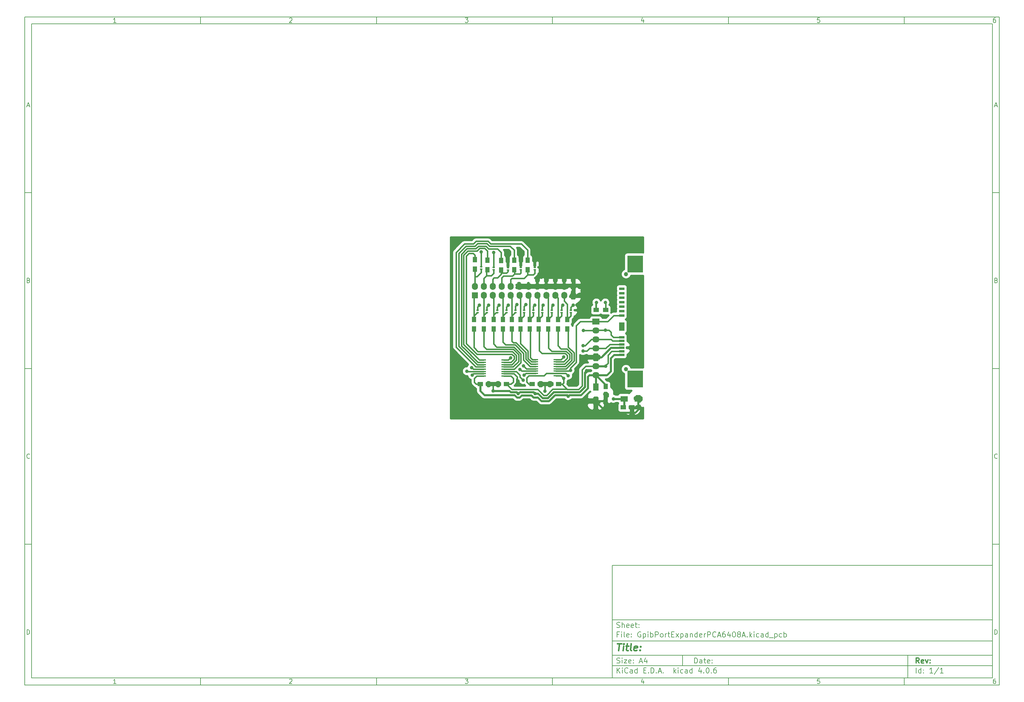
<source format=gbr>
G04 #@! TF.FileFunction,Copper,L1,Top,Signal*
%FSLAX46Y46*%
G04 Gerber Fmt 4.6, Leading zero omitted, Abs format (unit mm)*
G04 Created by KiCad (PCBNEW 4.0.6) date 12/20/17 19:22:24*
%MOMM*%
%LPD*%
G01*
G04 APERTURE LIST*
%ADD10C,0.100000*%
%ADD11C,0.150000*%
%ADD12C,0.300000*%
%ADD13C,0.400000*%
%ADD14R,1.600000X2.000000*%
%ADD15R,1.250000X1.500000*%
%ADD16R,2.000000X1.600000*%
%ADD17R,1.500000X1.250000*%
%ADD18R,2.032000X1.727200*%
%ADD19O,2.032000X1.727200*%
%ADD20R,1.500000X1.300000*%
%ADD21R,1.300000X1.500000*%
%ADD22R,1.473200X0.355600*%
%ADD23R,1.500000X2.400000*%
%ADD24R,1.500000X0.700000*%
%ADD25C,1.200000*%
%ADD26R,4.500000X4.850000*%
%ADD27R,0.650000X0.325000*%
%ADD28R,1.727200X1.727200*%
%ADD29O,1.727200X2.000000*%
%ADD30O,1.727200X1.727200*%
%ADD31C,1.000000*%
%ADD32C,0.600000*%
%ADD33C,0.500000*%
G04 APERTURE END LIST*
D10*
D11*
X177002200Y-166007200D02*
X177002200Y-198007200D01*
X285002200Y-198007200D01*
X285002200Y-166007200D01*
X177002200Y-166007200D01*
D10*
D11*
X10000000Y-10000000D02*
X10000000Y-200007200D01*
X287002200Y-200007200D01*
X287002200Y-10000000D01*
X10000000Y-10000000D01*
D10*
D11*
X12000000Y-12000000D02*
X12000000Y-198007200D01*
X285002200Y-198007200D01*
X285002200Y-12000000D01*
X12000000Y-12000000D01*
D10*
D11*
X60000000Y-12000000D02*
X60000000Y-10000000D01*
D10*
D11*
X110000000Y-12000000D02*
X110000000Y-10000000D01*
D10*
D11*
X160000000Y-12000000D02*
X160000000Y-10000000D01*
D10*
D11*
X210000000Y-12000000D02*
X210000000Y-10000000D01*
D10*
D11*
X260000000Y-12000000D02*
X260000000Y-10000000D01*
D10*
D11*
X35990476Y-11588095D02*
X35247619Y-11588095D01*
X35619048Y-11588095D02*
X35619048Y-10288095D01*
X35495238Y-10473810D01*
X35371429Y-10597619D01*
X35247619Y-10659524D01*
D10*
D11*
X85247619Y-10411905D02*
X85309524Y-10350000D01*
X85433333Y-10288095D01*
X85742857Y-10288095D01*
X85866667Y-10350000D01*
X85928571Y-10411905D01*
X85990476Y-10535714D01*
X85990476Y-10659524D01*
X85928571Y-10845238D01*
X85185714Y-11588095D01*
X85990476Y-11588095D01*
D10*
D11*
X135185714Y-10288095D02*
X135990476Y-10288095D01*
X135557143Y-10783333D01*
X135742857Y-10783333D01*
X135866667Y-10845238D01*
X135928571Y-10907143D01*
X135990476Y-11030952D01*
X135990476Y-11340476D01*
X135928571Y-11464286D01*
X135866667Y-11526190D01*
X135742857Y-11588095D01*
X135371429Y-11588095D01*
X135247619Y-11526190D01*
X135185714Y-11464286D01*
D10*
D11*
X185866667Y-10721429D02*
X185866667Y-11588095D01*
X185557143Y-10226190D02*
X185247619Y-11154762D01*
X186052381Y-11154762D01*
D10*
D11*
X235928571Y-10288095D02*
X235309524Y-10288095D01*
X235247619Y-10907143D01*
X235309524Y-10845238D01*
X235433333Y-10783333D01*
X235742857Y-10783333D01*
X235866667Y-10845238D01*
X235928571Y-10907143D01*
X235990476Y-11030952D01*
X235990476Y-11340476D01*
X235928571Y-11464286D01*
X235866667Y-11526190D01*
X235742857Y-11588095D01*
X235433333Y-11588095D01*
X235309524Y-11526190D01*
X235247619Y-11464286D01*
D10*
D11*
X285866667Y-10288095D02*
X285619048Y-10288095D01*
X285495238Y-10350000D01*
X285433333Y-10411905D01*
X285309524Y-10597619D01*
X285247619Y-10845238D01*
X285247619Y-11340476D01*
X285309524Y-11464286D01*
X285371429Y-11526190D01*
X285495238Y-11588095D01*
X285742857Y-11588095D01*
X285866667Y-11526190D01*
X285928571Y-11464286D01*
X285990476Y-11340476D01*
X285990476Y-11030952D01*
X285928571Y-10907143D01*
X285866667Y-10845238D01*
X285742857Y-10783333D01*
X285495238Y-10783333D01*
X285371429Y-10845238D01*
X285309524Y-10907143D01*
X285247619Y-11030952D01*
D10*
D11*
X60000000Y-198007200D02*
X60000000Y-200007200D01*
D10*
D11*
X110000000Y-198007200D02*
X110000000Y-200007200D01*
D10*
D11*
X160000000Y-198007200D02*
X160000000Y-200007200D01*
D10*
D11*
X210000000Y-198007200D02*
X210000000Y-200007200D01*
D10*
D11*
X260000000Y-198007200D02*
X260000000Y-200007200D01*
D10*
D11*
X35990476Y-199595295D02*
X35247619Y-199595295D01*
X35619048Y-199595295D02*
X35619048Y-198295295D01*
X35495238Y-198481010D01*
X35371429Y-198604819D01*
X35247619Y-198666724D01*
D10*
D11*
X85247619Y-198419105D02*
X85309524Y-198357200D01*
X85433333Y-198295295D01*
X85742857Y-198295295D01*
X85866667Y-198357200D01*
X85928571Y-198419105D01*
X85990476Y-198542914D01*
X85990476Y-198666724D01*
X85928571Y-198852438D01*
X85185714Y-199595295D01*
X85990476Y-199595295D01*
D10*
D11*
X135185714Y-198295295D02*
X135990476Y-198295295D01*
X135557143Y-198790533D01*
X135742857Y-198790533D01*
X135866667Y-198852438D01*
X135928571Y-198914343D01*
X135990476Y-199038152D01*
X135990476Y-199347676D01*
X135928571Y-199471486D01*
X135866667Y-199533390D01*
X135742857Y-199595295D01*
X135371429Y-199595295D01*
X135247619Y-199533390D01*
X135185714Y-199471486D01*
D10*
D11*
X185866667Y-198728629D02*
X185866667Y-199595295D01*
X185557143Y-198233390D02*
X185247619Y-199161962D01*
X186052381Y-199161962D01*
D10*
D11*
X235928571Y-198295295D02*
X235309524Y-198295295D01*
X235247619Y-198914343D01*
X235309524Y-198852438D01*
X235433333Y-198790533D01*
X235742857Y-198790533D01*
X235866667Y-198852438D01*
X235928571Y-198914343D01*
X235990476Y-199038152D01*
X235990476Y-199347676D01*
X235928571Y-199471486D01*
X235866667Y-199533390D01*
X235742857Y-199595295D01*
X235433333Y-199595295D01*
X235309524Y-199533390D01*
X235247619Y-199471486D01*
D10*
D11*
X285866667Y-198295295D02*
X285619048Y-198295295D01*
X285495238Y-198357200D01*
X285433333Y-198419105D01*
X285309524Y-198604819D01*
X285247619Y-198852438D01*
X285247619Y-199347676D01*
X285309524Y-199471486D01*
X285371429Y-199533390D01*
X285495238Y-199595295D01*
X285742857Y-199595295D01*
X285866667Y-199533390D01*
X285928571Y-199471486D01*
X285990476Y-199347676D01*
X285990476Y-199038152D01*
X285928571Y-198914343D01*
X285866667Y-198852438D01*
X285742857Y-198790533D01*
X285495238Y-198790533D01*
X285371429Y-198852438D01*
X285309524Y-198914343D01*
X285247619Y-199038152D01*
D10*
D11*
X10000000Y-60000000D02*
X12000000Y-60000000D01*
D10*
D11*
X10000000Y-110000000D02*
X12000000Y-110000000D01*
D10*
D11*
X10000000Y-160000000D02*
X12000000Y-160000000D01*
D10*
D11*
X10690476Y-35216667D02*
X11309524Y-35216667D01*
X10566667Y-35588095D02*
X11000000Y-34288095D01*
X11433333Y-35588095D01*
D10*
D11*
X11092857Y-84907143D02*
X11278571Y-84969048D01*
X11340476Y-85030952D01*
X11402381Y-85154762D01*
X11402381Y-85340476D01*
X11340476Y-85464286D01*
X11278571Y-85526190D01*
X11154762Y-85588095D01*
X10659524Y-85588095D01*
X10659524Y-84288095D01*
X11092857Y-84288095D01*
X11216667Y-84350000D01*
X11278571Y-84411905D01*
X11340476Y-84535714D01*
X11340476Y-84659524D01*
X11278571Y-84783333D01*
X11216667Y-84845238D01*
X11092857Y-84907143D01*
X10659524Y-84907143D01*
D10*
D11*
X11402381Y-135464286D02*
X11340476Y-135526190D01*
X11154762Y-135588095D01*
X11030952Y-135588095D01*
X10845238Y-135526190D01*
X10721429Y-135402381D01*
X10659524Y-135278571D01*
X10597619Y-135030952D01*
X10597619Y-134845238D01*
X10659524Y-134597619D01*
X10721429Y-134473810D01*
X10845238Y-134350000D01*
X11030952Y-134288095D01*
X11154762Y-134288095D01*
X11340476Y-134350000D01*
X11402381Y-134411905D01*
D10*
D11*
X10659524Y-185588095D02*
X10659524Y-184288095D01*
X10969048Y-184288095D01*
X11154762Y-184350000D01*
X11278571Y-184473810D01*
X11340476Y-184597619D01*
X11402381Y-184845238D01*
X11402381Y-185030952D01*
X11340476Y-185278571D01*
X11278571Y-185402381D01*
X11154762Y-185526190D01*
X10969048Y-185588095D01*
X10659524Y-185588095D01*
D10*
D11*
X287002200Y-60000000D02*
X285002200Y-60000000D01*
D10*
D11*
X287002200Y-110000000D02*
X285002200Y-110000000D01*
D10*
D11*
X287002200Y-160000000D02*
X285002200Y-160000000D01*
D10*
D11*
X285692676Y-35216667D02*
X286311724Y-35216667D01*
X285568867Y-35588095D02*
X286002200Y-34288095D01*
X286435533Y-35588095D01*
D10*
D11*
X286095057Y-84907143D02*
X286280771Y-84969048D01*
X286342676Y-85030952D01*
X286404581Y-85154762D01*
X286404581Y-85340476D01*
X286342676Y-85464286D01*
X286280771Y-85526190D01*
X286156962Y-85588095D01*
X285661724Y-85588095D01*
X285661724Y-84288095D01*
X286095057Y-84288095D01*
X286218867Y-84350000D01*
X286280771Y-84411905D01*
X286342676Y-84535714D01*
X286342676Y-84659524D01*
X286280771Y-84783333D01*
X286218867Y-84845238D01*
X286095057Y-84907143D01*
X285661724Y-84907143D01*
D10*
D11*
X286404581Y-135464286D02*
X286342676Y-135526190D01*
X286156962Y-135588095D01*
X286033152Y-135588095D01*
X285847438Y-135526190D01*
X285723629Y-135402381D01*
X285661724Y-135278571D01*
X285599819Y-135030952D01*
X285599819Y-134845238D01*
X285661724Y-134597619D01*
X285723629Y-134473810D01*
X285847438Y-134350000D01*
X286033152Y-134288095D01*
X286156962Y-134288095D01*
X286342676Y-134350000D01*
X286404581Y-134411905D01*
D10*
D11*
X285661724Y-185588095D02*
X285661724Y-184288095D01*
X285971248Y-184288095D01*
X286156962Y-184350000D01*
X286280771Y-184473810D01*
X286342676Y-184597619D01*
X286404581Y-184845238D01*
X286404581Y-185030952D01*
X286342676Y-185278571D01*
X286280771Y-185402381D01*
X286156962Y-185526190D01*
X285971248Y-185588095D01*
X285661724Y-185588095D01*
D10*
D11*
X200359343Y-193785771D02*
X200359343Y-192285771D01*
X200716486Y-192285771D01*
X200930771Y-192357200D01*
X201073629Y-192500057D01*
X201145057Y-192642914D01*
X201216486Y-192928629D01*
X201216486Y-193142914D01*
X201145057Y-193428629D01*
X201073629Y-193571486D01*
X200930771Y-193714343D01*
X200716486Y-193785771D01*
X200359343Y-193785771D01*
X202502200Y-193785771D02*
X202502200Y-193000057D01*
X202430771Y-192857200D01*
X202287914Y-192785771D01*
X202002200Y-192785771D01*
X201859343Y-192857200D01*
X202502200Y-193714343D02*
X202359343Y-193785771D01*
X202002200Y-193785771D01*
X201859343Y-193714343D01*
X201787914Y-193571486D01*
X201787914Y-193428629D01*
X201859343Y-193285771D01*
X202002200Y-193214343D01*
X202359343Y-193214343D01*
X202502200Y-193142914D01*
X203002200Y-192785771D02*
X203573629Y-192785771D01*
X203216486Y-192285771D02*
X203216486Y-193571486D01*
X203287914Y-193714343D01*
X203430772Y-193785771D01*
X203573629Y-193785771D01*
X204645057Y-193714343D02*
X204502200Y-193785771D01*
X204216486Y-193785771D01*
X204073629Y-193714343D01*
X204002200Y-193571486D01*
X204002200Y-193000057D01*
X204073629Y-192857200D01*
X204216486Y-192785771D01*
X204502200Y-192785771D01*
X204645057Y-192857200D01*
X204716486Y-193000057D01*
X204716486Y-193142914D01*
X204002200Y-193285771D01*
X205359343Y-193642914D02*
X205430771Y-193714343D01*
X205359343Y-193785771D01*
X205287914Y-193714343D01*
X205359343Y-193642914D01*
X205359343Y-193785771D01*
X205359343Y-192857200D02*
X205430771Y-192928629D01*
X205359343Y-193000057D01*
X205287914Y-192928629D01*
X205359343Y-192857200D01*
X205359343Y-193000057D01*
D10*
D11*
X177002200Y-194507200D02*
X285002200Y-194507200D01*
D10*
D11*
X178359343Y-196585771D02*
X178359343Y-195085771D01*
X179216486Y-196585771D02*
X178573629Y-195728629D01*
X179216486Y-195085771D02*
X178359343Y-195942914D01*
X179859343Y-196585771D02*
X179859343Y-195585771D01*
X179859343Y-195085771D02*
X179787914Y-195157200D01*
X179859343Y-195228629D01*
X179930771Y-195157200D01*
X179859343Y-195085771D01*
X179859343Y-195228629D01*
X181430772Y-196442914D02*
X181359343Y-196514343D01*
X181145057Y-196585771D01*
X181002200Y-196585771D01*
X180787915Y-196514343D01*
X180645057Y-196371486D01*
X180573629Y-196228629D01*
X180502200Y-195942914D01*
X180502200Y-195728629D01*
X180573629Y-195442914D01*
X180645057Y-195300057D01*
X180787915Y-195157200D01*
X181002200Y-195085771D01*
X181145057Y-195085771D01*
X181359343Y-195157200D01*
X181430772Y-195228629D01*
X182716486Y-196585771D02*
X182716486Y-195800057D01*
X182645057Y-195657200D01*
X182502200Y-195585771D01*
X182216486Y-195585771D01*
X182073629Y-195657200D01*
X182716486Y-196514343D02*
X182573629Y-196585771D01*
X182216486Y-196585771D01*
X182073629Y-196514343D01*
X182002200Y-196371486D01*
X182002200Y-196228629D01*
X182073629Y-196085771D01*
X182216486Y-196014343D01*
X182573629Y-196014343D01*
X182716486Y-195942914D01*
X184073629Y-196585771D02*
X184073629Y-195085771D01*
X184073629Y-196514343D02*
X183930772Y-196585771D01*
X183645058Y-196585771D01*
X183502200Y-196514343D01*
X183430772Y-196442914D01*
X183359343Y-196300057D01*
X183359343Y-195871486D01*
X183430772Y-195728629D01*
X183502200Y-195657200D01*
X183645058Y-195585771D01*
X183930772Y-195585771D01*
X184073629Y-195657200D01*
X185930772Y-195800057D02*
X186430772Y-195800057D01*
X186645058Y-196585771D02*
X185930772Y-196585771D01*
X185930772Y-195085771D01*
X186645058Y-195085771D01*
X187287915Y-196442914D02*
X187359343Y-196514343D01*
X187287915Y-196585771D01*
X187216486Y-196514343D01*
X187287915Y-196442914D01*
X187287915Y-196585771D01*
X188002201Y-196585771D02*
X188002201Y-195085771D01*
X188359344Y-195085771D01*
X188573629Y-195157200D01*
X188716487Y-195300057D01*
X188787915Y-195442914D01*
X188859344Y-195728629D01*
X188859344Y-195942914D01*
X188787915Y-196228629D01*
X188716487Y-196371486D01*
X188573629Y-196514343D01*
X188359344Y-196585771D01*
X188002201Y-196585771D01*
X189502201Y-196442914D02*
X189573629Y-196514343D01*
X189502201Y-196585771D01*
X189430772Y-196514343D01*
X189502201Y-196442914D01*
X189502201Y-196585771D01*
X190145058Y-196157200D02*
X190859344Y-196157200D01*
X190002201Y-196585771D02*
X190502201Y-195085771D01*
X191002201Y-196585771D01*
X191502201Y-196442914D02*
X191573629Y-196514343D01*
X191502201Y-196585771D01*
X191430772Y-196514343D01*
X191502201Y-196442914D01*
X191502201Y-196585771D01*
X194502201Y-196585771D02*
X194502201Y-195085771D01*
X194645058Y-196014343D02*
X195073629Y-196585771D01*
X195073629Y-195585771D02*
X194502201Y-196157200D01*
X195716487Y-196585771D02*
X195716487Y-195585771D01*
X195716487Y-195085771D02*
X195645058Y-195157200D01*
X195716487Y-195228629D01*
X195787915Y-195157200D01*
X195716487Y-195085771D01*
X195716487Y-195228629D01*
X197073630Y-196514343D02*
X196930773Y-196585771D01*
X196645059Y-196585771D01*
X196502201Y-196514343D01*
X196430773Y-196442914D01*
X196359344Y-196300057D01*
X196359344Y-195871486D01*
X196430773Y-195728629D01*
X196502201Y-195657200D01*
X196645059Y-195585771D01*
X196930773Y-195585771D01*
X197073630Y-195657200D01*
X198359344Y-196585771D02*
X198359344Y-195800057D01*
X198287915Y-195657200D01*
X198145058Y-195585771D01*
X197859344Y-195585771D01*
X197716487Y-195657200D01*
X198359344Y-196514343D02*
X198216487Y-196585771D01*
X197859344Y-196585771D01*
X197716487Y-196514343D01*
X197645058Y-196371486D01*
X197645058Y-196228629D01*
X197716487Y-196085771D01*
X197859344Y-196014343D01*
X198216487Y-196014343D01*
X198359344Y-195942914D01*
X199716487Y-196585771D02*
X199716487Y-195085771D01*
X199716487Y-196514343D02*
X199573630Y-196585771D01*
X199287916Y-196585771D01*
X199145058Y-196514343D01*
X199073630Y-196442914D01*
X199002201Y-196300057D01*
X199002201Y-195871486D01*
X199073630Y-195728629D01*
X199145058Y-195657200D01*
X199287916Y-195585771D01*
X199573630Y-195585771D01*
X199716487Y-195657200D01*
X202216487Y-195585771D02*
X202216487Y-196585771D01*
X201859344Y-195014343D02*
X201502201Y-196085771D01*
X202430773Y-196085771D01*
X203002201Y-196442914D02*
X203073629Y-196514343D01*
X203002201Y-196585771D01*
X202930772Y-196514343D01*
X203002201Y-196442914D01*
X203002201Y-196585771D01*
X204002201Y-195085771D02*
X204145058Y-195085771D01*
X204287915Y-195157200D01*
X204359344Y-195228629D01*
X204430773Y-195371486D01*
X204502201Y-195657200D01*
X204502201Y-196014343D01*
X204430773Y-196300057D01*
X204359344Y-196442914D01*
X204287915Y-196514343D01*
X204145058Y-196585771D01*
X204002201Y-196585771D01*
X203859344Y-196514343D01*
X203787915Y-196442914D01*
X203716487Y-196300057D01*
X203645058Y-196014343D01*
X203645058Y-195657200D01*
X203716487Y-195371486D01*
X203787915Y-195228629D01*
X203859344Y-195157200D01*
X204002201Y-195085771D01*
X205145058Y-196442914D02*
X205216486Y-196514343D01*
X205145058Y-196585771D01*
X205073629Y-196514343D01*
X205145058Y-196442914D01*
X205145058Y-196585771D01*
X206502201Y-195085771D02*
X206216487Y-195085771D01*
X206073630Y-195157200D01*
X206002201Y-195228629D01*
X205859344Y-195442914D01*
X205787915Y-195728629D01*
X205787915Y-196300057D01*
X205859344Y-196442914D01*
X205930772Y-196514343D01*
X206073630Y-196585771D01*
X206359344Y-196585771D01*
X206502201Y-196514343D01*
X206573630Y-196442914D01*
X206645058Y-196300057D01*
X206645058Y-195942914D01*
X206573630Y-195800057D01*
X206502201Y-195728629D01*
X206359344Y-195657200D01*
X206073630Y-195657200D01*
X205930772Y-195728629D01*
X205859344Y-195800057D01*
X205787915Y-195942914D01*
D10*
D11*
X177002200Y-191507200D02*
X285002200Y-191507200D01*
D10*
D12*
X264216486Y-193785771D02*
X263716486Y-193071486D01*
X263359343Y-193785771D02*
X263359343Y-192285771D01*
X263930771Y-192285771D01*
X264073629Y-192357200D01*
X264145057Y-192428629D01*
X264216486Y-192571486D01*
X264216486Y-192785771D01*
X264145057Y-192928629D01*
X264073629Y-193000057D01*
X263930771Y-193071486D01*
X263359343Y-193071486D01*
X265430771Y-193714343D02*
X265287914Y-193785771D01*
X265002200Y-193785771D01*
X264859343Y-193714343D01*
X264787914Y-193571486D01*
X264787914Y-193000057D01*
X264859343Y-192857200D01*
X265002200Y-192785771D01*
X265287914Y-192785771D01*
X265430771Y-192857200D01*
X265502200Y-193000057D01*
X265502200Y-193142914D01*
X264787914Y-193285771D01*
X266002200Y-192785771D02*
X266359343Y-193785771D01*
X266716485Y-192785771D01*
X267287914Y-193642914D02*
X267359342Y-193714343D01*
X267287914Y-193785771D01*
X267216485Y-193714343D01*
X267287914Y-193642914D01*
X267287914Y-193785771D01*
X267287914Y-192857200D02*
X267359342Y-192928629D01*
X267287914Y-193000057D01*
X267216485Y-192928629D01*
X267287914Y-192857200D01*
X267287914Y-193000057D01*
D10*
D11*
X178287914Y-193714343D02*
X178502200Y-193785771D01*
X178859343Y-193785771D01*
X179002200Y-193714343D01*
X179073629Y-193642914D01*
X179145057Y-193500057D01*
X179145057Y-193357200D01*
X179073629Y-193214343D01*
X179002200Y-193142914D01*
X178859343Y-193071486D01*
X178573629Y-193000057D01*
X178430771Y-192928629D01*
X178359343Y-192857200D01*
X178287914Y-192714343D01*
X178287914Y-192571486D01*
X178359343Y-192428629D01*
X178430771Y-192357200D01*
X178573629Y-192285771D01*
X178930771Y-192285771D01*
X179145057Y-192357200D01*
X179787914Y-193785771D02*
X179787914Y-192785771D01*
X179787914Y-192285771D02*
X179716485Y-192357200D01*
X179787914Y-192428629D01*
X179859342Y-192357200D01*
X179787914Y-192285771D01*
X179787914Y-192428629D01*
X180359343Y-192785771D02*
X181145057Y-192785771D01*
X180359343Y-193785771D01*
X181145057Y-193785771D01*
X182287914Y-193714343D02*
X182145057Y-193785771D01*
X181859343Y-193785771D01*
X181716486Y-193714343D01*
X181645057Y-193571486D01*
X181645057Y-193000057D01*
X181716486Y-192857200D01*
X181859343Y-192785771D01*
X182145057Y-192785771D01*
X182287914Y-192857200D01*
X182359343Y-193000057D01*
X182359343Y-193142914D01*
X181645057Y-193285771D01*
X183002200Y-193642914D02*
X183073628Y-193714343D01*
X183002200Y-193785771D01*
X182930771Y-193714343D01*
X183002200Y-193642914D01*
X183002200Y-193785771D01*
X183002200Y-192857200D02*
X183073628Y-192928629D01*
X183002200Y-193000057D01*
X182930771Y-192928629D01*
X183002200Y-192857200D01*
X183002200Y-193000057D01*
X184787914Y-193357200D02*
X185502200Y-193357200D01*
X184645057Y-193785771D02*
X185145057Y-192285771D01*
X185645057Y-193785771D01*
X186787914Y-192785771D02*
X186787914Y-193785771D01*
X186430771Y-192214343D02*
X186073628Y-193285771D01*
X187002200Y-193285771D01*
D10*
D11*
X263359343Y-196585771D02*
X263359343Y-195085771D01*
X264716486Y-196585771D02*
X264716486Y-195085771D01*
X264716486Y-196514343D02*
X264573629Y-196585771D01*
X264287915Y-196585771D01*
X264145057Y-196514343D01*
X264073629Y-196442914D01*
X264002200Y-196300057D01*
X264002200Y-195871486D01*
X264073629Y-195728629D01*
X264145057Y-195657200D01*
X264287915Y-195585771D01*
X264573629Y-195585771D01*
X264716486Y-195657200D01*
X265430772Y-196442914D02*
X265502200Y-196514343D01*
X265430772Y-196585771D01*
X265359343Y-196514343D01*
X265430772Y-196442914D01*
X265430772Y-196585771D01*
X265430772Y-195657200D02*
X265502200Y-195728629D01*
X265430772Y-195800057D01*
X265359343Y-195728629D01*
X265430772Y-195657200D01*
X265430772Y-195800057D01*
X268073629Y-196585771D02*
X267216486Y-196585771D01*
X267645058Y-196585771D02*
X267645058Y-195085771D01*
X267502201Y-195300057D01*
X267359343Y-195442914D01*
X267216486Y-195514343D01*
X269787914Y-195014343D02*
X268502200Y-196942914D01*
X271073629Y-196585771D02*
X270216486Y-196585771D01*
X270645058Y-196585771D02*
X270645058Y-195085771D01*
X270502201Y-195300057D01*
X270359343Y-195442914D01*
X270216486Y-195514343D01*
D10*
D11*
X177002200Y-187507200D02*
X285002200Y-187507200D01*
D10*
D13*
X178454581Y-188211962D02*
X179597438Y-188211962D01*
X178776010Y-190211962D02*
X179026010Y-188211962D01*
X180014105Y-190211962D02*
X180180771Y-188878629D01*
X180264105Y-188211962D02*
X180156962Y-188307200D01*
X180240295Y-188402438D01*
X180347439Y-188307200D01*
X180264105Y-188211962D01*
X180240295Y-188402438D01*
X180847438Y-188878629D02*
X181609343Y-188878629D01*
X181216486Y-188211962D02*
X181002200Y-189926248D01*
X181073630Y-190116724D01*
X181252201Y-190211962D01*
X181442677Y-190211962D01*
X182395058Y-190211962D02*
X182216487Y-190116724D01*
X182145057Y-189926248D01*
X182359343Y-188211962D01*
X183930772Y-190116724D02*
X183728391Y-190211962D01*
X183347439Y-190211962D01*
X183168867Y-190116724D01*
X183097438Y-189926248D01*
X183192676Y-189164343D01*
X183311724Y-188973867D01*
X183514105Y-188878629D01*
X183895057Y-188878629D01*
X184073629Y-188973867D01*
X184145057Y-189164343D01*
X184121248Y-189354819D01*
X183145057Y-189545295D01*
X184895057Y-190021486D02*
X184978392Y-190116724D01*
X184871248Y-190211962D01*
X184787915Y-190116724D01*
X184895057Y-190021486D01*
X184871248Y-190211962D01*
X185026010Y-188973867D02*
X185109344Y-189069105D01*
X185002200Y-189164343D01*
X184918867Y-189069105D01*
X185026010Y-188973867D01*
X185002200Y-189164343D01*
D10*
D11*
X178859343Y-185600057D02*
X178359343Y-185600057D01*
X178359343Y-186385771D02*
X178359343Y-184885771D01*
X179073629Y-184885771D01*
X179645057Y-186385771D02*
X179645057Y-185385771D01*
X179645057Y-184885771D02*
X179573628Y-184957200D01*
X179645057Y-185028629D01*
X179716485Y-184957200D01*
X179645057Y-184885771D01*
X179645057Y-185028629D01*
X180573629Y-186385771D02*
X180430771Y-186314343D01*
X180359343Y-186171486D01*
X180359343Y-184885771D01*
X181716485Y-186314343D02*
X181573628Y-186385771D01*
X181287914Y-186385771D01*
X181145057Y-186314343D01*
X181073628Y-186171486D01*
X181073628Y-185600057D01*
X181145057Y-185457200D01*
X181287914Y-185385771D01*
X181573628Y-185385771D01*
X181716485Y-185457200D01*
X181787914Y-185600057D01*
X181787914Y-185742914D01*
X181073628Y-185885771D01*
X182430771Y-186242914D02*
X182502199Y-186314343D01*
X182430771Y-186385771D01*
X182359342Y-186314343D01*
X182430771Y-186242914D01*
X182430771Y-186385771D01*
X182430771Y-185457200D02*
X182502199Y-185528629D01*
X182430771Y-185600057D01*
X182359342Y-185528629D01*
X182430771Y-185457200D01*
X182430771Y-185600057D01*
X185073628Y-184957200D02*
X184930771Y-184885771D01*
X184716485Y-184885771D01*
X184502200Y-184957200D01*
X184359342Y-185100057D01*
X184287914Y-185242914D01*
X184216485Y-185528629D01*
X184216485Y-185742914D01*
X184287914Y-186028629D01*
X184359342Y-186171486D01*
X184502200Y-186314343D01*
X184716485Y-186385771D01*
X184859342Y-186385771D01*
X185073628Y-186314343D01*
X185145057Y-186242914D01*
X185145057Y-185742914D01*
X184859342Y-185742914D01*
X185787914Y-185385771D02*
X185787914Y-186885771D01*
X185787914Y-185457200D02*
X185930771Y-185385771D01*
X186216485Y-185385771D01*
X186359342Y-185457200D01*
X186430771Y-185528629D01*
X186502200Y-185671486D01*
X186502200Y-186100057D01*
X186430771Y-186242914D01*
X186359342Y-186314343D01*
X186216485Y-186385771D01*
X185930771Y-186385771D01*
X185787914Y-186314343D01*
X187145057Y-186385771D02*
X187145057Y-185385771D01*
X187145057Y-184885771D02*
X187073628Y-184957200D01*
X187145057Y-185028629D01*
X187216485Y-184957200D01*
X187145057Y-184885771D01*
X187145057Y-185028629D01*
X187859343Y-186385771D02*
X187859343Y-184885771D01*
X187859343Y-185457200D02*
X188002200Y-185385771D01*
X188287914Y-185385771D01*
X188430771Y-185457200D01*
X188502200Y-185528629D01*
X188573629Y-185671486D01*
X188573629Y-186100057D01*
X188502200Y-186242914D01*
X188430771Y-186314343D01*
X188287914Y-186385771D01*
X188002200Y-186385771D01*
X187859343Y-186314343D01*
X189216486Y-186385771D02*
X189216486Y-184885771D01*
X189787914Y-184885771D01*
X189930772Y-184957200D01*
X190002200Y-185028629D01*
X190073629Y-185171486D01*
X190073629Y-185385771D01*
X190002200Y-185528629D01*
X189930772Y-185600057D01*
X189787914Y-185671486D01*
X189216486Y-185671486D01*
X190930772Y-186385771D02*
X190787914Y-186314343D01*
X190716486Y-186242914D01*
X190645057Y-186100057D01*
X190645057Y-185671486D01*
X190716486Y-185528629D01*
X190787914Y-185457200D01*
X190930772Y-185385771D01*
X191145057Y-185385771D01*
X191287914Y-185457200D01*
X191359343Y-185528629D01*
X191430772Y-185671486D01*
X191430772Y-186100057D01*
X191359343Y-186242914D01*
X191287914Y-186314343D01*
X191145057Y-186385771D01*
X190930772Y-186385771D01*
X192073629Y-186385771D02*
X192073629Y-185385771D01*
X192073629Y-185671486D02*
X192145057Y-185528629D01*
X192216486Y-185457200D01*
X192359343Y-185385771D01*
X192502200Y-185385771D01*
X192787914Y-185385771D02*
X193359343Y-185385771D01*
X193002200Y-184885771D02*
X193002200Y-186171486D01*
X193073628Y-186314343D01*
X193216486Y-186385771D01*
X193359343Y-186385771D01*
X193859343Y-185600057D02*
X194359343Y-185600057D01*
X194573629Y-186385771D02*
X193859343Y-186385771D01*
X193859343Y-184885771D01*
X194573629Y-184885771D01*
X195073629Y-186385771D02*
X195859343Y-185385771D01*
X195073629Y-185385771D02*
X195859343Y-186385771D01*
X196430772Y-185385771D02*
X196430772Y-186885771D01*
X196430772Y-185457200D02*
X196573629Y-185385771D01*
X196859343Y-185385771D01*
X197002200Y-185457200D01*
X197073629Y-185528629D01*
X197145058Y-185671486D01*
X197145058Y-186100057D01*
X197073629Y-186242914D01*
X197002200Y-186314343D01*
X196859343Y-186385771D01*
X196573629Y-186385771D01*
X196430772Y-186314343D01*
X198430772Y-186385771D02*
X198430772Y-185600057D01*
X198359343Y-185457200D01*
X198216486Y-185385771D01*
X197930772Y-185385771D01*
X197787915Y-185457200D01*
X198430772Y-186314343D02*
X198287915Y-186385771D01*
X197930772Y-186385771D01*
X197787915Y-186314343D01*
X197716486Y-186171486D01*
X197716486Y-186028629D01*
X197787915Y-185885771D01*
X197930772Y-185814343D01*
X198287915Y-185814343D01*
X198430772Y-185742914D01*
X199145058Y-185385771D02*
X199145058Y-186385771D01*
X199145058Y-185528629D02*
X199216486Y-185457200D01*
X199359344Y-185385771D01*
X199573629Y-185385771D01*
X199716486Y-185457200D01*
X199787915Y-185600057D01*
X199787915Y-186385771D01*
X201145058Y-186385771D02*
X201145058Y-184885771D01*
X201145058Y-186314343D02*
X201002201Y-186385771D01*
X200716487Y-186385771D01*
X200573629Y-186314343D01*
X200502201Y-186242914D01*
X200430772Y-186100057D01*
X200430772Y-185671486D01*
X200502201Y-185528629D01*
X200573629Y-185457200D01*
X200716487Y-185385771D01*
X201002201Y-185385771D01*
X201145058Y-185457200D01*
X202430772Y-186314343D02*
X202287915Y-186385771D01*
X202002201Y-186385771D01*
X201859344Y-186314343D01*
X201787915Y-186171486D01*
X201787915Y-185600057D01*
X201859344Y-185457200D01*
X202002201Y-185385771D01*
X202287915Y-185385771D01*
X202430772Y-185457200D01*
X202502201Y-185600057D01*
X202502201Y-185742914D01*
X201787915Y-185885771D01*
X203145058Y-186385771D02*
X203145058Y-185385771D01*
X203145058Y-185671486D02*
X203216486Y-185528629D01*
X203287915Y-185457200D01*
X203430772Y-185385771D01*
X203573629Y-185385771D01*
X204073629Y-186385771D02*
X204073629Y-184885771D01*
X204645057Y-184885771D01*
X204787915Y-184957200D01*
X204859343Y-185028629D01*
X204930772Y-185171486D01*
X204930772Y-185385771D01*
X204859343Y-185528629D01*
X204787915Y-185600057D01*
X204645057Y-185671486D01*
X204073629Y-185671486D01*
X206430772Y-186242914D02*
X206359343Y-186314343D01*
X206145057Y-186385771D01*
X206002200Y-186385771D01*
X205787915Y-186314343D01*
X205645057Y-186171486D01*
X205573629Y-186028629D01*
X205502200Y-185742914D01*
X205502200Y-185528629D01*
X205573629Y-185242914D01*
X205645057Y-185100057D01*
X205787915Y-184957200D01*
X206002200Y-184885771D01*
X206145057Y-184885771D01*
X206359343Y-184957200D01*
X206430772Y-185028629D01*
X207002200Y-185957200D02*
X207716486Y-185957200D01*
X206859343Y-186385771D02*
X207359343Y-184885771D01*
X207859343Y-186385771D01*
X209002200Y-184885771D02*
X208716486Y-184885771D01*
X208573629Y-184957200D01*
X208502200Y-185028629D01*
X208359343Y-185242914D01*
X208287914Y-185528629D01*
X208287914Y-186100057D01*
X208359343Y-186242914D01*
X208430771Y-186314343D01*
X208573629Y-186385771D01*
X208859343Y-186385771D01*
X209002200Y-186314343D01*
X209073629Y-186242914D01*
X209145057Y-186100057D01*
X209145057Y-185742914D01*
X209073629Y-185600057D01*
X209002200Y-185528629D01*
X208859343Y-185457200D01*
X208573629Y-185457200D01*
X208430771Y-185528629D01*
X208359343Y-185600057D01*
X208287914Y-185742914D01*
X210430771Y-185385771D02*
X210430771Y-186385771D01*
X210073628Y-184814343D02*
X209716485Y-185885771D01*
X210645057Y-185885771D01*
X211502199Y-184885771D02*
X211645056Y-184885771D01*
X211787913Y-184957200D01*
X211859342Y-185028629D01*
X211930771Y-185171486D01*
X212002199Y-185457200D01*
X212002199Y-185814343D01*
X211930771Y-186100057D01*
X211859342Y-186242914D01*
X211787913Y-186314343D01*
X211645056Y-186385771D01*
X211502199Y-186385771D01*
X211359342Y-186314343D01*
X211287913Y-186242914D01*
X211216485Y-186100057D01*
X211145056Y-185814343D01*
X211145056Y-185457200D01*
X211216485Y-185171486D01*
X211287913Y-185028629D01*
X211359342Y-184957200D01*
X211502199Y-184885771D01*
X212859342Y-185528629D02*
X212716484Y-185457200D01*
X212645056Y-185385771D01*
X212573627Y-185242914D01*
X212573627Y-185171486D01*
X212645056Y-185028629D01*
X212716484Y-184957200D01*
X212859342Y-184885771D01*
X213145056Y-184885771D01*
X213287913Y-184957200D01*
X213359342Y-185028629D01*
X213430770Y-185171486D01*
X213430770Y-185242914D01*
X213359342Y-185385771D01*
X213287913Y-185457200D01*
X213145056Y-185528629D01*
X212859342Y-185528629D01*
X212716484Y-185600057D01*
X212645056Y-185671486D01*
X212573627Y-185814343D01*
X212573627Y-186100057D01*
X212645056Y-186242914D01*
X212716484Y-186314343D01*
X212859342Y-186385771D01*
X213145056Y-186385771D01*
X213287913Y-186314343D01*
X213359342Y-186242914D01*
X213430770Y-186100057D01*
X213430770Y-185814343D01*
X213359342Y-185671486D01*
X213287913Y-185600057D01*
X213145056Y-185528629D01*
X214002198Y-185957200D02*
X214716484Y-185957200D01*
X213859341Y-186385771D02*
X214359341Y-184885771D01*
X214859341Y-186385771D01*
X215359341Y-186242914D02*
X215430769Y-186314343D01*
X215359341Y-186385771D01*
X215287912Y-186314343D01*
X215359341Y-186242914D01*
X215359341Y-186385771D01*
X216073627Y-186385771D02*
X216073627Y-184885771D01*
X216216484Y-185814343D02*
X216645055Y-186385771D01*
X216645055Y-185385771D02*
X216073627Y-185957200D01*
X217287913Y-186385771D02*
X217287913Y-185385771D01*
X217287913Y-184885771D02*
X217216484Y-184957200D01*
X217287913Y-185028629D01*
X217359341Y-184957200D01*
X217287913Y-184885771D01*
X217287913Y-185028629D01*
X218645056Y-186314343D02*
X218502199Y-186385771D01*
X218216485Y-186385771D01*
X218073627Y-186314343D01*
X218002199Y-186242914D01*
X217930770Y-186100057D01*
X217930770Y-185671486D01*
X218002199Y-185528629D01*
X218073627Y-185457200D01*
X218216485Y-185385771D01*
X218502199Y-185385771D01*
X218645056Y-185457200D01*
X219930770Y-186385771D02*
X219930770Y-185600057D01*
X219859341Y-185457200D01*
X219716484Y-185385771D01*
X219430770Y-185385771D01*
X219287913Y-185457200D01*
X219930770Y-186314343D02*
X219787913Y-186385771D01*
X219430770Y-186385771D01*
X219287913Y-186314343D01*
X219216484Y-186171486D01*
X219216484Y-186028629D01*
X219287913Y-185885771D01*
X219430770Y-185814343D01*
X219787913Y-185814343D01*
X219930770Y-185742914D01*
X221287913Y-186385771D02*
X221287913Y-184885771D01*
X221287913Y-186314343D02*
X221145056Y-186385771D01*
X220859342Y-186385771D01*
X220716484Y-186314343D01*
X220645056Y-186242914D01*
X220573627Y-186100057D01*
X220573627Y-185671486D01*
X220645056Y-185528629D01*
X220716484Y-185457200D01*
X220859342Y-185385771D01*
X221145056Y-185385771D01*
X221287913Y-185457200D01*
X221645056Y-186528629D02*
X222787913Y-186528629D01*
X223145056Y-185385771D02*
X223145056Y-186885771D01*
X223145056Y-185457200D02*
X223287913Y-185385771D01*
X223573627Y-185385771D01*
X223716484Y-185457200D01*
X223787913Y-185528629D01*
X223859342Y-185671486D01*
X223859342Y-186100057D01*
X223787913Y-186242914D01*
X223716484Y-186314343D01*
X223573627Y-186385771D01*
X223287913Y-186385771D01*
X223145056Y-186314343D01*
X225145056Y-186314343D02*
X225002199Y-186385771D01*
X224716485Y-186385771D01*
X224573627Y-186314343D01*
X224502199Y-186242914D01*
X224430770Y-186100057D01*
X224430770Y-185671486D01*
X224502199Y-185528629D01*
X224573627Y-185457200D01*
X224716485Y-185385771D01*
X225002199Y-185385771D01*
X225145056Y-185457200D01*
X225787913Y-186385771D02*
X225787913Y-184885771D01*
X225787913Y-185457200D02*
X225930770Y-185385771D01*
X226216484Y-185385771D01*
X226359341Y-185457200D01*
X226430770Y-185528629D01*
X226502199Y-185671486D01*
X226502199Y-186100057D01*
X226430770Y-186242914D01*
X226359341Y-186314343D01*
X226216484Y-186385771D01*
X225930770Y-186385771D01*
X225787913Y-186314343D01*
D10*
D11*
X177002200Y-181507200D02*
X285002200Y-181507200D01*
D10*
D11*
X178287914Y-183614343D02*
X178502200Y-183685771D01*
X178859343Y-183685771D01*
X179002200Y-183614343D01*
X179073629Y-183542914D01*
X179145057Y-183400057D01*
X179145057Y-183257200D01*
X179073629Y-183114343D01*
X179002200Y-183042914D01*
X178859343Y-182971486D01*
X178573629Y-182900057D01*
X178430771Y-182828629D01*
X178359343Y-182757200D01*
X178287914Y-182614343D01*
X178287914Y-182471486D01*
X178359343Y-182328629D01*
X178430771Y-182257200D01*
X178573629Y-182185771D01*
X178930771Y-182185771D01*
X179145057Y-182257200D01*
X179787914Y-183685771D02*
X179787914Y-182185771D01*
X180430771Y-183685771D02*
X180430771Y-182900057D01*
X180359342Y-182757200D01*
X180216485Y-182685771D01*
X180002200Y-182685771D01*
X179859342Y-182757200D01*
X179787914Y-182828629D01*
X181716485Y-183614343D02*
X181573628Y-183685771D01*
X181287914Y-183685771D01*
X181145057Y-183614343D01*
X181073628Y-183471486D01*
X181073628Y-182900057D01*
X181145057Y-182757200D01*
X181287914Y-182685771D01*
X181573628Y-182685771D01*
X181716485Y-182757200D01*
X181787914Y-182900057D01*
X181787914Y-183042914D01*
X181073628Y-183185771D01*
X183002199Y-183614343D02*
X182859342Y-183685771D01*
X182573628Y-183685771D01*
X182430771Y-183614343D01*
X182359342Y-183471486D01*
X182359342Y-182900057D01*
X182430771Y-182757200D01*
X182573628Y-182685771D01*
X182859342Y-182685771D01*
X183002199Y-182757200D01*
X183073628Y-182900057D01*
X183073628Y-183042914D01*
X182359342Y-183185771D01*
X183502199Y-182685771D02*
X184073628Y-182685771D01*
X183716485Y-182185771D02*
X183716485Y-183471486D01*
X183787913Y-183614343D01*
X183930771Y-183685771D01*
X184073628Y-183685771D01*
X184573628Y-183542914D02*
X184645056Y-183614343D01*
X184573628Y-183685771D01*
X184502199Y-183614343D01*
X184573628Y-183542914D01*
X184573628Y-183685771D01*
X184573628Y-182757200D02*
X184645056Y-182828629D01*
X184573628Y-182900057D01*
X184502199Y-182828629D01*
X184573628Y-182757200D01*
X184573628Y-182900057D01*
D10*
D11*
X197002200Y-191507200D02*
X197002200Y-194507200D01*
D10*
D11*
X261002200Y-191507200D02*
X261002200Y-198007200D01*
D14*
X172339000Y-115221000D03*
X172339000Y-119221000D03*
D15*
X175133000Y-115082000D03*
X175133000Y-117582000D03*
D16*
X180372000Y-118618000D03*
X184372000Y-118618000D03*
D17*
X180106000Y-121031000D03*
X182606000Y-121031000D03*
D18*
X172339000Y-96647000D03*
D19*
X172339000Y-99187000D03*
X172339000Y-101727000D03*
X172339000Y-104267000D03*
X172339000Y-106807000D03*
X172339000Y-109347000D03*
X172339000Y-111887000D03*
D20*
X172386000Y-93345000D03*
X175086000Y-93345000D03*
D21*
X137668000Y-96059000D03*
X137668000Y-98759000D03*
X140462000Y-96059000D03*
X140462000Y-98759000D03*
X143256000Y-96059000D03*
X143256000Y-98759000D03*
X145923000Y-96059000D03*
X145923000Y-98759000D03*
X137922000Y-81741000D03*
X137922000Y-79041000D03*
X141478000Y-81868000D03*
X141478000Y-79168000D03*
X145415000Y-81995000D03*
X145415000Y-79295000D03*
X149098000Y-81868000D03*
X149098000Y-79168000D03*
X150876000Y-96059000D03*
X150876000Y-98759000D03*
X153543000Y-96059000D03*
X153543000Y-98759000D03*
X156083000Y-96059000D03*
X156083000Y-98759000D03*
X148463000Y-96059000D03*
X148463000Y-98759000D03*
X152908000Y-81868000D03*
X152908000Y-79168000D03*
X158750000Y-96059000D03*
X158750000Y-98759000D03*
X161544000Y-96059000D03*
X161544000Y-98759000D03*
X164211000Y-96059000D03*
X164211000Y-98759000D03*
D22*
X146126200Y-112141000D03*
X146126200Y-111480600D03*
X146126200Y-110820200D03*
X146126200Y-110185200D03*
X146126200Y-109524800D03*
X146126200Y-108889800D03*
X146126200Y-108229400D03*
X146126200Y-107569000D03*
X140385800Y-107569000D03*
X140385800Y-108229400D03*
X140385800Y-108889800D03*
X140385800Y-109524800D03*
X140385800Y-110185200D03*
X140385800Y-110820200D03*
X140385800Y-111480600D03*
X140385800Y-112141000D03*
X160985200Y-112014000D03*
X160985200Y-111353600D03*
X160985200Y-110693200D03*
X160985200Y-110058200D03*
X160985200Y-109397800D03*
X160985200Y-108762800D03*
X160985200Y-108102400D03*
X160985200Y-107442000D03*
X155244800Y-107442000D03*
X155244800Y-108102400D03*
X155244800Y-108762800D03*
X155244800Y-109397800D03*
X155244800Y-110058200D03*
X155244800Y-110693200D03*
X155244800Y-111353600D03*
X155244800Y-112014000D03*
D17*
X154198000Y-114427000D03*
X156698000Y-114427000D03*
X161778000Y-114427000D03*
X159278000Y-114427000D03*
X139466000Y-114427000D03*
X141966000Y-114427000D03*
X146919000Y-114427000D03*
X144419000Y-114427000D03*
D23*
X179705000Y-98044000D03*
D24*
X179705000Y-88554000D03*
X179705000Y-89824000D03*
X179705000Y-87284000D03*
X179705000Y-91094000D03*
X179705000Y-92364000D03*
X179705000Y-93634000D03*
X179705000Y-94904000D03*
X179705000Y-101114000D03*
X179705000Y-102114000D03*
X179705000Y-103114000D03*
X179705000Y-104114000D03*
X179705000Y-105114000D03*
X179705000Y-106114000D03*
D25*
X180905000Y-83164000D03*
X180905000Y-110164000D03*
D26*
X183505000Y-80314000D03*
X183505000Y-113014000D03*
D27*
X138684000Y-94051000D03*
X138684000Y-93401000D03*
X146939000Y-94051000D03*
X146939000Y-93401000D03*
X141351000Y-94051000D03*
X141351000Y-93401000D03*
X144272000Y-94051000D03*
X144272000Y-93401000D03*
X139700000Y-81732000D03*
X139700000Y-81082000D03*
X143256000Y-81859000D03*
X143256000Y-81209000D03*
X147320000Y-81986000D03*
X147320000Y-81336000D03*
X151003000Y-81859000D03*
X151003000Y-81209000D03*
X151892000Y-94051000D03*
X151892000Y-93401000D03*
X154559000Y-94051000D03*
X154559000Y-93401000D03*
X157099000Y-94051000D03*
X157099000Y-93401000D03*
X149479000Y-94051000D03*
X149479000Y-93401000D03*
X154940000Y-81859000D03*
X154940000Y-81209000D03*
X159766000Y-94051000D03*
X159766000Y-93401000D03*
X162560000Y-94051000D03*
X162560000Y-93401000D03*
X165227000Y-94051000D03*
X165227000Y-93401000D03*
D28*
X137922000Y-89154000D03*
D29*
X137922000Y-86614000D03*
X140462000Y-89154000D03*
X140462000Y-86614000D03*
X143002000Y-89154000D03*
X143002000Y-86614000D03*
X145542000Y-89154000D03*
X145542000Y-86614000D03*
X148082000Y-89154000D03*
X148082000Y-86614000D03*
X150622000Y-89154000D03*
X150622000Y-86614000D03*
X153162000Y-89154000D03*
X153162000Y-86614000D03*
X155702000Y-89154000D03*
D30*
X155702000Y-86614000D03*
D29*
X158242000Y-89154000D03*
X158242000Y-86614000D03*
X160782000Y-89154000D03*
X160782000Y-86614000D03*
X163322000Y-89154000D03*
X163322000Y-86614000D03*
X165862000Y-89154000D03*
X165862000Y-86614000D03*
D31*
X164465000Y-112014000D03*
X164465000Y-117856000D03*
X143129000Y-116332000D03*
X136398000Y-116332000D03*
X169672000Y-117856000D03*
X148082000Y-106934000D03*
X139192000Y-91948000D03*
X141859000Y-91948000D03*
X144780000Y-91948000D03*
X147447000Y-91948000D03*
X149860000Y-91821000D03*
X152400000Y-91821000D03*
X154940000Y-91948000D03*
X157353000Y-91948000D03*
X160147000Y-91948000D03*
X162941000Y-91948000D03*
X165862000Y-91948000D03*
X154940000Y-76962000D03*
X151003000Y-76962000D03*
X147320000Y-76962000D03*
X143256000Y-76962000D03*
X139700000Y-76835000D03*
X170307000Y-91948000D03*
X169672000Y-110617000D03*
X150241000Y-117094000D03*
X150241000Y-113665000D03*
X163195000Y-106680000D03*
X169672000Y-106807000D03*
X157861000Y-116459000D03*
X155067000Y-117094000D03*
X172466000Y-91186000D03*
X177292000Y-118618000D03*
X175133000Y-109347000D03*
X163195000Y-112776000D03*
X165100000Y-110490000D03*
X151638000Y-113284000D03*
X175006000Y-99060000D03*
X175006000Y-91186000D03*
X168783000Y-99187000D03*
X137033000Y-109728000D03*
X151765000Y-109220000D03*
X168656000Y-103505000D03*
X135636000Y-110744000D03*
X150749000Y-110236000D03*
X168656000Y-105029000D03*
X137160000Y-111887000D03*
X151892000Y-111887000D03*
D32*
X175133000Y-115082000D02*
X175133000Y-114681000D01*
X175133000Y-114681000D02*
X172339000Y-111887000D01*
X172339000Y-115221000D02*
X172339000Y-111887000D01*
X172847000Y-111887000D02*
X172339000Y-111887000D01*
X172339000Y-111887000D02*
X175387000Y-111887000D01*
X177477000Y-106114000D02*
X176530000Y-107061000D01*
X176530000Y-107061000D02*
X176530000Y-110744000D01*
X176530000Y-110744000D02*
X175514000Y-111760000D01*
X177477000Y-106114000D02*
X179705000Y-106114000D01*
X175387000Y-111887000D02*
X175514000Y-111760000D01*
D13*
X155244800Y-112014000D02*
X157607000Y-112014000D01*
X158267400Y-111353600D02*
X160985200Y-111353600D01*
X157607000Y-112014000D02*
X158267400Y-111353600D01*
D32*
X139466000Y-116352000D02*
X139466000Y-114427000D01*
X140665004Y-117551004D02*
X139466000Y-116352000D01*
X170815000Y-111887000D02*
X170434000Y-111887000D01*
D13*
X163804600Y-111353600D02*
X164465000Y-112014000D01*
X160985200Y-111353600D02*
X163804600Y-111353600D01*
D32*
X170815000Y-111887000D02*
X172339000Y-111887000D01*
X170434000Y-111887000D02*
X170053000Y-112268000D01*
D13*
X154198000Y-114427000D02*
X153289000Y-114427000D01*
X153289000Y-112014000D02*
X155244800Y-112014000D01*
X152654000Y-112649000D02*
X153289000Y-112014000D01*
X152654000Y-113792000D02*
X152654000Y-112649000D01*
X153289000Y-114427000D02*
X152654000Y-113792000D01*
X139466000Y-114427000D02*
X138303000Y-114427000D01*
X138303000Y-114427000D02*
X137795000Y-113919000D01*
X137795000Y-113919000D02*
X137795000Y-112776000D01*
X137795000Y-112776000D02*
X138430000Y-112141000D01*
X138430000Y-112141000D02*
X140385800Y-112141000D01*
D32*
X147650004Y-117551004D02*
X140665004Y-117551004D01*
X164465000Y-117805004D02*
X164211000Y-117551004D01*
X164211000Y-117551004D02*
X160689582Y-117551004D01*
X160689582Y-117551004D02*
X158987586Y-119253000D01*
X158987586Y-119253000D02*
X156868252Y-119253000D01*
X156868252Y-119253000D02*
X155852252Y-118237000D01*
X155852252Y-118237000D02*
X154609996Y-118237000D01*
X154609996Y-118237000D02*
X153974996Y-117602000D01*
X153974996Y-117602000D02*
X151257000Y-117602000D01*
X151257000Y-117602000D02*
X150622000Y-118237000D01*
X150622000Y-118237000D02*
X149860000Y-118237000D01*
X149860000Y-118237000D02*
X149174004Y-117551004D01*
X149174004Y-117551004D02*
X147650004Y-117551004D01*
X164465000Y-117856000D02*
X164465000Y-117805004D01*
X164769996Y-117551004D02*
X164465000Y-117856000D01*
X168071996Y-117551004D02*
X164769996Y-117551004D01*
X170053000Y-115570000D02*
X168071996Y-117551004D01*
X170053000Y-112268000D02*
X170053000Y-115570000D01*
X172339000Y-119221000D02*
X172339000Y-119380000D01*
X172339000Y-119380000D02*
X174117000Y-121158000D01*
X184372000Y-121698000D02*
X184372000Y-120555000D01*
X183515000Y-122555000D02*
X184372000Y-121698000D01*
X178308000Y-122555000D02*
X183515000Y-122555000D01*
X176911000Y-121158000D02*
X178308000Y-122555000D01*
X174117000Y-121158000D02*
X176911000Y-121158000D01*
X184372000Y-118618000D02*
X184372000Y-120555000D01*
X183896000Y-121031000D02*
X182606000Y-121031000D01*
X184372000Y-120555000D02*
X183896000Y-121031000D01*
X170180000Y-119507000D02*
X172053000Y-119507000D01*
X169672000Y-118999000D02*
X170180000Y-119507000D01*
X169672000Y-117856000D02*
X169672000Y-118999000D01*
X172053000Y-119507000D02*
X172339000Y-119221000D01*
X172339000Y-119221000D02*
X174403000Y-119221000D01*
X175133000Y-118491000D02*
X175133000Y-117582000D01*
X174403000Y-119221000D02*
X175133000Y-118491000D01*
D13*
X147447000Y-107569000D02*
X148082000Y-106934000D01*
X147447000Y-107569000D02*
X146126200Y-107569000D01*
D32*
X172339000Y-106807000D02*
X173863000Y-106807000D01*
X176556000Y-104114000D02*
X173990000Y-106680000D01*
X176556000Y-104114000D02*
X179705000Y-104114000D01*
X173863000Y-106807000D02*
X173990000Y-106680000D01*
D13*
X138684000Y-92456000D02*
X139192000Y-91948000D01*
X138684000Y-92456000D02*
X138684000Y-93401000D01*
X141351000Y-92456000D02*
X141859000Y-91948000D01*
X141351000Y-92456000D02*
X141351000Y-93401000D01*
X144272000Y-92456000D02*
X144780000Y-91948000D01*
X144272000Y-92456000D02*
X144272000Y-93401000D01*
X146939000Y-92456000D02*
X147447000Y-91948000D01*
X146939000Y-92456000D02*
X146939000Y-93401000D01*
X149479000Y-92202000D02*
X149860000Y-91821000D01*
X149479000Y-92202000D02*
X149479000Y-93401000D01*
X151892000Y-92329000D02*
X152400000Y-91821000D01*
X151892000Y-92329000D02*
X151892000Y-93401000D01*
X154559000Y-92329000D02*
X154940000Y-91948000D01*
X154559000Y-92329000D02*
X154559000Y-93401000D01*
X157099000Y-92202000D02*
X157353000Y-91948000D01*
X157099000Y-92202000D02*
X157099000Y-93401000D01*
X159766000Y-92329000D02*
X160147000Y-91948000D01*
X159766000Y-92329000D02*
X159766000Y-93401000D01*
X162560000Y-92329000D02*
X162941000Y-91948000D01*
X162560000Y-92329000D02*
X162560000Y-93401000D01*
X165227000Y-92583000D02*
X165862000Y-91948000D01*
X165227000Y-92583000D02*
X165227000Y-93401000D01*
X151003000Y-76962000D02*
X151003000Y-81209000D01*
X147320000Y-76962000D02*
X147320000Y-81336000D01*
X143256000Y-81209000D02*
X143256000Y-76962000D01*
X139700000Y-76835000D02*
X139700000Y-81082000D01*
D32*
X170243500Y-87820500D02*
X170243500Y-85788500D01*
X170243500Y-85788500D02*
X168656000Y-84201000D01*
X168656000Y-84201000D02*
X158115000Y-84201000D01*
X158115000Y-84201000D02*
X156337000Y-82423000D01*
X156337000Y-82423000D02*
X156337000Y-78359000D01*
X156337000Y-78359000D02*
X154940000Y-76962000D01*
D13*
X154940000Y-76962000D02*
X154940000Y-81209000D01*
D32*
X163322000Y-86614000D02*
X165862000Y-86614000D01*
X160782000Y-86614000D02*
X163322000Y-86614000D01*
X158242000Y-86614000D02*
X160782000Y-86614000D01*
X155702000Y-86614000D02*
X158242000Y-86614000D01*
X153162000Y-86614000D02*
X155702000Y-86614000D01*
X150622000Y-86614000D02*
X153162000Y-86614000D01*
X170243500Y-90233500D02*
X170243500Y-87820500D01*
X170243500Y-87820500D02*
X169037000Y-86614000D01*
X169037000Y-86614000D02*
X165862000Y-86614000D01*
X169164000Y-89154000D02*
X165862000Y-89154000D01*
X170307000Y-90297000D02*
X170243500Y-90233500D01*
X170307000Y-91948000D02*
X170307000Y-90297000D01*
X170243500Y-90233500D02*
X169164000Y-89154000D01*
X169164000Y-111379000D02*
X169164000Y-111125000D01*
X155911336Y-117094000D02*
X157169338Y-118352002D01*
X157169338Y-118352002D02*
X158686500Y-118352002D01*
X158686500Y-118352002D02*
X160337500Y-116701002D01*
X160337500Y-116701002D02*
X167696662Y-116701002D01*
X167696662Y-116701002D02*
X169164000Y-115233664D01*
X169164000Y-115233664D02*
X169164000Y-111379000D01*
X155067000Y-117094000D02*
X155911336Y-117094000D01*
X169164000Y-111125000D02*
X169672000Y-110617000D01*
X150241000Y-117094000D02*
X150356002Y-117094000D01*
X154674002Y-116701002D02*
X155067000Y-117094000D01*
X150749000Y-116701002D02*
X154674002Y-116701002D01*
X150356002Y-117094000D02*
X150749000Y-116701002D01*
X147574000Y-116332000D02*
X147763336Y-116332000D01*
X147763336Y-116332000D02*
X148132338Y-116701002D01*
X148132338Y-116701002D02*
X149848002Y-116701002D01*
X149848002Y-116701002D02*
X150241000Y-117094000D01*
X143129000Y-116332000D02*
X147574000Y-116332000D01*
D13*
X146126200Y-111480600D02*
X149072600Y-111480600D01*
X149987000Y-113411000D02*
X150241000Y-113665000D01*
X149987000Y-112395000D02*
X149987000Y-113411000D01*
X149072600Y-111480600D02*
X149987000Y-112395000D01*
X143129000Y-116332000D02*
X143129000Y-114427000D01*
X162433000Y-107442000D02*
X163195000Y-106680000D01*
X160985200Y-107442000D02*
X162433000Y-107442000D01*
D32*
X169672000Y-106807000D02*
X172339000Y-106807000D01*
D13*
X155067000Y-117094000D02*
X154924998Y-117094000D01*
X157861000Y-116205000D02*
X157861000Y-116459000D01*
X157861000Y-114427000D02*
X157861000Y-116205000D01*
X156698000Y-114427000D02*
X157861000Y-114427000D01*
X157861000Y-114427000D02*
X159278000Y-114427000D01*
X141966000Y-114427000D02*
X142875000Y-114427000D01*
X142875000Y-114427000D02*
X142748000Y-114427000D01*
X142748000Y-114427000D02*
X143129000Y-114427000D01*
X143129000Y-114427000D02*
X144419000Y-114427000D01*
D33*
X172386000Y-91266000D02*
X172466000Y-91186000D01*
X172386000Y-93345000D02*
X172386000Y-91266000D01*
D32*
X180372000Y-118618000D02*
X180372000Y-120765000D01*
D13*
X180372000Y-120765000D02*
X180106000Y-121031000D01*
D32*
X177292000Y-118618000D02*
X180372000Y-118618000D01*
D13*
X175768000Y-108458000D02*
X175768000Y-106172000D01*
X176826000Y-105114000D02*
X179705000Y-105114000D01*
X176826000Y-105114000D02*
X175768000Y-106172000D01*
X175133000Y-109093000D02*
X175768000Y-108458000D01*
D32*
X172339000Y-109347000D02*
X175133000Y-109347000D01*
D13*
X172339000Y-109347000D02*
X169418000Y-109347000D01*
X168402000Y-114935000D02*
X167386000Y-115951000D01*
X164211000Y-115951000D02*
X164147500Y-115887500D01*
X164211000Y-115951000D02*
X164973000Y-115951000D01*
X167386000Y-115951000D02*
X164973000Y-115951000D01*
X168402000Y-110363000D02*
X168402000Y-114935000D01*
X169418000Y-109347000D02*
X168402000Y-110363000D01*
X164147500Y-115887500D02*
X160083500Y-115887500D01*
X160083500Y-115887500D02*
X158369000Y-117602000D01*
X158369000Y-117602000D02*
X157480000Y-117602000D01*
X157480000Y-117602000D02*
X155829000Y-115951000D01*
X155829000Y-115951000D02*
X149987000Y-115951000D01*
X149987000Y-115951000D02*
X148443000Y-115951000D01*
X148443000Y-115951000D02*
X146919000Y-114427000D01*
X148844000Y-112776000D02*
X148844000Y-113792000D01*
X148209000Y-112141000D02*
X148844000Y-112776000D01*
X146126200Y-112141000D02*
X148209000Y-112141000D01*
X148209000Y-114427000D02*
X146919000Y-114427000D01*
X148844000Y-113792000D02*
X148209000Y-114427000D01*
X161778000Y-114427000D02*
X162687000Y-114427000D01*
X162687000Y-114427000D02*
X164147500Y-115887500D01*
X161778000Y-114427000D02*
X162814000Y-114427000D01*
X162433000Y-112014000D02*
X163195000Y-112776000D01*
X162433000Y-112014000D02*
X160985200Y-112014000D01*
X163195000Y-114046000D02*
X163195000Y-112776000D01*
X162814000Y-114427000D02*
X163195000Y-114046000D01*
X138684000Y-94051000D02*
X138613000Y-94051000D01*
X138613000Y-94051000D02*
X137668000Y-94996000D01*
X137668000Y-96059000D02*
X137668000Y-94996000D01*
X137668000Y-94996000D02*
X137668000Y-89408000D01*
X137668000Y-89408000D02*
X137922000Y-89154000D01*
X141351000Y-94051000D02*
X141280000Y-94051000D01*
X141280000Y-94051000D02*
X140462000Y-94869000D01*
X140462000Y-96059000D02*
X140462000Y-94869000D01*
X140462000Y-94869000D02*
X140462000Y-89154000D01*
X144272000Y-94051000D02*
X143947000Y-94051000D01*
X143947000Y-94051000D02*
X143256000Y-94742000D01*
X143256000Y-96059000D02*
X143256000Y-94742000D01*
X143256000Y-94742000D02*
X143256000Y-89408000D01*
X143256000Y-89408000D02*
X143002000Y-89154000D01*
X146939000Y-94051000D02*
X146868000Y-94051000D01*
X146868000Y-94051000D02*
X145923000Y-94996000D01*
X145923000Y-96059000D02*
X145923000Y-94996000D01*
X145923000Y-94996000D02*
X145923000Y-89535000D01*
X145923000Y-89535000D02*
X145542000Y-89154000D01*
X139700000Y-81732000D02*
X139700000Y-82677000D01*
X138557000Y-83820000D02*
X137922000Y-83820000D01*
X139700000Y-82677000D02*
X138557000Y-83820000D01*
X137922000Y-86614000D02*
X137922000Y-83820000D01*
X137922000Y-83820000D02*
X137922000Y-81741000D01*
X143256000Y-81859000D02*
X143256000Y-82931000D01*
X142621000Y-83566000D02*
X141224000Y-83566000D01*
X143256000Y-82931000D02*
X142621000Y-83566000D01*
X141224000Y-81868000D02*
X141224000Y-83566000D01*
X141224000Y-83566000D02*
X140462000Y-84328000D01*
X140462000Y-84328000D02*
X140462000Y-86614000D01*
X147320000Y-81986000D02*
X147320000Y-82423000D01*
X146939000Y-82804000D02*
X145415000Y-82804000D01*
X147320000Y-82423000D02*
X146939000Y-82804000D01*
X145415000Y-81995000D02*
X145415000Y-82804000D01*
X145415000Y-82804000D02*
X145415000Y-83185000D01*
X145415000Y-83185000D02*
X144399000Y-84201000D01*
X144399000Y-84201000D02*
X143383000Y-84201000D01*
X143383000Y-84201000D02*
X143002000Y-84582000D01*
X143002000Y-84582000D02*
X143002000Y-86614000D01*
X151003000Y-81859000D02*
X151003000Y-82804000D01*
X150749000Y-83058000D02*
X149225000Y-83058000D01*
X151003000Y-82804000D02*
X150749000Y-83058000D01*
X149225000Y-81995000D02*
X149225000Y-83058000D01*
X149225000Y-83058000D02*
X148590000Y-83693000D01*
X148590000Y-83693000D02*
X146050000Y-83693000D01*
X146050000Y-83693000D02*
X145542000Y-84201000D01*
X145542000Y-84201000D02*
X145542000Y-86614000D01*
X149225000Y-81995000D02*
X149098000Y-81868000D01*
X154559000Y-94051000D02*
X154559000Y-95043000D01*
X154559000Y-95043000D02*
X153543000Y-96059000D01*
X153543000Y-96059000D02*
X153543000Y-94869000D01*
X153543000Y-94869000D02*
X153543000Y-89535000D01*
X153543000Y-89535000D02*
X153162000Y-89154000D01*
X157099000Y-94051000D02*
X157099000Y-95043000D01*
X157099000Y-95043000D02*
X156083000Y-96059000D01*
X156083000Y-96059000D02*
X156083000Y-89535000D01*
X156083000Y-89535000D02*
X155702000Y-89154000D01*
X151892000Y-94051000D02*
X151892000Y-95043000D01*
X151892000Y-95043000D02*
X150876000Y-96059000D01*
X150876000Y-96059000D02*
X150876000Y-94742000D01*
X150876000Y-94742000D02*
X150876000Y-89408000D01*
X150876000Y-89408000D02*
X150622000Y-89154000D01*
X165227000Y-94051000D02*
X165227000Y-95043000D01*
X165227000Y-95043000D02*
X164211000Y-96059000D01*
X163322000Y-89154000D02*
X163322000Y-90805000D01*
X164211000Y-91694000D02*
X164211000Y-96059000D01*
X163322000Y-90805000D02*
X164211000Y-91694000D01*
X159766000Y-94051000D02*
X159766000Y-95043000D01*
X159766000Y-95043000D02*
X158750000Y-96059000D01*
X158750000Y-96059000D02*
X158750000Y-89662000D01*
X158750000Y-89662000D02*
X158242000Y-89154000D01*
X154940000Y-81859000D02*
X154940000Y-82931000D01*
X154559000Y-83312000D02*
X152908000Y-83312000D01*
X154940000Y-82931000D02*
X154559000Y-83312000D01*
X152908000Y-81868000D02*
X152908000Y-83312000D01*
X152908000Y-83312000D02*
X151892000Y-84328000D01*
X151892000Y-84328000D02*
X148463000Y-84328000D01*
X148463000Y-84328000D02*
X148082000Y-84709000D01*
X148082000Y-84709000D02*
X148082000Y-86614000D01*
X162560000Y-94051000D02*
X162560000Y-95043000D01*
X162560000Y-95043000D02*
X161544000Y-96059000D01*
X161544000Y-96059000D02*
X161544000Y-89916000D01*
X161544000Y-89916000D02*
X160782000Y-89154000D01*
X149479000Y-94051000D02*
X149408000Y-94051000D01*
X149408000Y-94051000D02*
X148463000Y-94996000D01*
X148463000Y-96059000D02*
X148463000Y-94996000D01*
X148463000Y-94996000D02*
X148463000Y-89535000D01*
X148463000Y-89535000D02*
X148082000Y-89154000D01*
X172339000Y-96647000D02*
X175641000Y-96647000D01*
X177384000Y-94904000D02*
X175768000Y-96520000D01*
X177384000Y-94904000D02*
X179705000Y-94904000D01*
X175641000Y-96647000D02*
X175768000Y-96520000D01*
X149682200Y-110820200D02*
X150749000Y-111887000D01*
X150749000Y-111887000D02*
X150749000Y-112395000D01*
X150749000Y-112395000D02*
X151638000Y-113284000D01*
X149682200Y-110820200D02*
X146126200Y-110820200D01*
X165100000Y-110490000D02*
X165100000Y-109855000D01*
X165023800Y-110693200D02*
X165100000Y-110617000D01*
X165100000Y-110617000D02*
X165100000Y-110490000D01*
X160985200Y-110693200D02*
X165023800Y-110693200D01*
X167894000Y-96647000D02*
X172339000Y-96647000D01*
X166751000Y-97790000D02*
X167894000Y-96647000D01*
X166751000Y-108204000D02*
X166751000Y-97790000D01*
X165100000Y-109855000D02*
X166751000Y-108204000D01*
X175086000Y-91266000D02*
X175086000Y-93345000D01*
X175006000Y-91186000D02*
X175086000Y-91266000D01*
X172466000Y-99060000D02*
X175006000Y-99060000D01*
X175006000Y-99060000D02*
X176022000Y-99060000D01*
X177314000Y-101114000D02*
X176657000Y-100457000D01*
X176657000Y-100457000D02*
X176657000Y-99695000D01*
X176657000Y-99695000D02*
X176022000Y-99060000D01*
X177314000Y-101114000D02*
X179705000Y-101114000D01*
X172466000Y-99060000D02*
X172339000Y-99187000D01*
X172339000Y-99187000D02*
X168783000Y-99187000D01*
X137490200Y-110185200D02*
X137033000Y-109728000D01*
X137490200Y-110185200D02*
X140385800Y-110185200D01*
X152603200Y-110058200D02*
X151765000Y-109220000D01*
X155244800Y-110058200D02*
X152603200Y-110058200D01*
X172339000Y-101727000D02*
X176657000Y-101727000D01*
X177044000Y-102114000D02*
X179705000Y-102114000D01*
X176657000Y-101727000D02*
X177044000Y-102114000D01*
X172339000Y-101727000D02*
X171069000Y-101727000D01*
X169291000Y-103505000D02*
X168656000Y-103505000D01*
X171069000Y-101727000D02*
X169291000Y-103505000D01*
X135712200Y-110820200D02*
X140385800Y-110820200D01*
X135636000Y-110744000D02*
X135712200Y-110820200D01*
X151206200Y-110693200D02*
X150749000Y-110236000D01*
X151206200Y-110693200D02*
X155244800Y-110693200D01*
X172339000Y-104267000D02*
X175133000Y-104267000D01*
X176286000Y-103114000D02*
X179705000Y-103114000D01*
X175133000Y-104267000D02*
X176286000Y-103114000D01*
X172339000Y-104267000D02*
X170561000Y-104267000D01*
X169799000Y-105029000D02*
X168656000Y-105029000D01*
X170561000Y-104267000D02*
X169799000Y-105029000D01*
X137566400Y-111480600D02*
X140385800Y-111480600D01*
X137160000Y-111887000D02*
X137566400Y-111480600D01*
X152425400Y-111353600D02*
X151892000Y-111887000D01*
X152425400Y-111353600D02*
X155244800Y-111353600D01*
X139573000Y-105156000D02*
X138811000Y-105156000D01*
X137668000Y-104013000D02*
X137668000Y-98759000D01*
X138811000Y-105156000D02*
X137668000Y-104013000D01*
X146126200Y-108889800D02*
X148412200Y-108889800D01*
X148590000Y-105156000D02*
X139573000Y-105156000D01*
X139573000Y-105156000D02*
X139319000Y-105156000D01*
X149733000Y-106299000D02*
X148590000Y-105156000D01*
X149733000Y-107569000D02*
X149733000Y-106299000D01*
X148412200Y-108889800D02*
X149733000Y-107569000D01*
X142113000Y-104521000D02*
X141224000Y-104521000D01*
X148793200Y-109524800D02*
X150368000Y-107950000D01*
X150368000Y-107950000D02*
X150368000Y-106045000D01*
X150368000Y-106045000D02*
X148844000Y-104521000D01*
X148844000Y-104521000D02*
X142113000Y-104521000D01*
X146126200Y-109524800D02*
X148793200Y-109524800D01*
X140462000Y-103759000D02*
X140462000Y-98759000D01*
X141224000Y-104521000D02*
X140462000Y-103759000D01*
X144399000Y-103886000D02*
X144145000Y-103886000D01*
X149148800Y-110185200D02*
X151003000Y-108331000D01*
X151003000Y-108331000D02*
X151003000Y-105831470D01*
X151003000Y-105831470D02*
X149057530Y-103886000D01*
X149057530Y-103886000D02*
X144399000Y-103886000D01*
X146126200Y-110185200D02*
X149148800Y-110185200D01*
X143256000Y-102997000D02*
X143256000Y-98759000D01*
X144145000Y-103886000D02*
X143256000Y-102997000D01*
X151765000Y-107569000D02*
X151765000Y-105664000D01*
X153593800Y-109397800D02*
X151765000Y-107569000D01*
X155244800Y-109397800D02*
X153593800Y-109397800D01*
X145923000Y-102489000D02*
X145923000Y-98759000D01*
X146685000Y-103251000D02*
X145923000Y-102489000D01*
X149352000Y-103251000D02*
X146685000Y-103251000D01*
X151765000Y-105664000D02*
X149352000Y-103251000D01*
X138557000Y-105918000D02*
X135509000Y-102870000D01*
X135509000Y-99822000D02*
X135509000Y-77978000D01*
X135509000Y-77978000D02*
X136271000Y-77216000D01*
X136271000Y-77216000D02*
X137414000Y-77216000D01*
X137414000Y-77216000D02*
X137922000Y-77724000D01*
X137922000Y-79041000D02*
X137922000Y-77724000D01*
X148183600Y-108229400D02*
X146126200Y-108229400D01*
X148463000Y-105918000D02*
X138557000Y-105918000D01*
X149098000Y-106553000D02*
X148463000Y-105918000D01*
X149098000Y-107315000D02*
X149098000Y-106553000D01*
X148183600Y-108229400D02*
X149098000Y-107315000D01*
X135509000Y-102870000D02*
X135509000Y-99822000D01*
X140385800Y-107569000D02*
X139192000Y-107569000D01*
X134747000Y-100076000D02*
X134747000Y-77724000D01*
X134747000Y-77724000D02*
X135890000Y-76581000D01*
X135890000Y-76581000D02*
X138557000Y-76581000D01*
X138557000Y-76581000D02*
X139319000Y-75819000D01*
X139319000Y-75819000D02*
X140716000Y-75819000D01*
X140716000Y-75819000D02*
X141478000Y-76581000D01*
X141478000Y-76581000D02*
X141478000Y-79168000D01*
X134747000Y-103124000D02*
X134747000Y-100076000D01*
X139192000Y-107569000D02*
X134747000Y-103124000D01*
X134112000Y-100076000D02*
X134112000Y-103545470D01*
X134726765Y-104160235D02*
X134726765Y-104119765D01*
X134112000Y-103545470D02*
X134726765Y-104160235D01*
X138836400Y-108229400D02*
X134726765Y-104119765D01*
X140385800Y-108229400D02*
X138836400Y-108229400D01*
X134726765Y-104119765D02*
X134747000Y-104140000D01*
X145415000Y-76962000D02*
X145415000Y-79295000D01*
X144399000Y-75946000D02*
X145415000Y-76962000D01*
X141859000Y-75946000D02*
X144399000Y-75946000D01*
X141097000Y-75184000D02*
X141859000Y-75946000D01*
X138938000Y-75184000D02*
X141097000Y-75184000D01*
X138219265Y-75902735D02*
X138938000Y-75184000D01*
X135679265Y-75902735D02*
X138219265Y-75902735D01*
X134112000Y-77470000D02*
X135679265Y-75902735D01*
X134112000Y-100457000D02*
X134112000Y-100076000D01*
X134112000Y-100076000D02*
X134112000Y-77470000D01*
X133350000Y-100584000D02*
X133350000Y-103632000D01*
X133350000Y-100584000D02*
X133350000Y-77216000D01*
X133350000Y-77216000D02*
X135382000Y-75184000D01*
X135382000Y-75184000D02*
X137922000Y-75184000D01*
X137922000Y-75184000D02*
X138684000Y-74422000D01*
X138684000Y-74422000D02*
X141351000Y-74422000D01*
X141351000Y-74422000D02*
X142113000Y-75184000D01*
X142113000Y-75184000D02*
X147955000Y-75184000D01*
X147955000Y-75184000D02*
X149098000Y-76327000D01*
X149098000Y-79168000D02*
X149098000Y-76327000D01*
X138607800Y-108889800D02*
X140385800Y-108889800D01*
X138607800Y-108889800D02*
X134146998Y-104428998D01*
X134146998Y-104428998D02*
X133604000Y-103886000D01*
X133350000Y-103632000D02*
X133604000Y-103886000D01*
X155244800Y-107442000D02*
X154270002Y-107442000D01*
X153670000Y-106841998D02*
X153670000Y-98886000D01*
X154270002Y-107442000D02*
X153670000Y-106841998D01*
X153670000Y-98886000D02*
X153543000Y-98759000D01*
X155244800Y-108102400D02*
X154041402Y-108102400D01*
X150876000Y-102870000D02*
X150876000Y-98759000D01*
X153035000Y-105029000D02*
X150876000Y-102870000D01*
X153035000Y-107095998D02*
X153035000Y-105029000D01*
X154041402Y-108102400D02*
X153035000Y-107095998D01*
X156210000Y-98886000D02*
X156210000Y-104902000D01*
X156972000Y-105664000D02*
X156210000Y-104902000D01*
X163169600Y-108102400D02*
X160985200Y-108102400D01*
X163576000Y-105664000D02*
X158750000Y-105664000D01*
X164211000Y-106299000D02*
X163576000Y-105664000D01*
X164211000Y-107061000D02*
X164211000Y-106299000D01*
X163169600Y-108102400D02*
X164211000Y-107061000D01*
X158750000Y-105664000D02*
X156972000Y-105664000D01*
X156210000Y-98886000D02*
X156083000Y-98759000D01*
X166116000Y-105537000D02*
X164465000Y-103886000D01*
X163880800Y-110058200D02*
X166116000Y-107823000D01*
X166116000Y-107823000D02*
X166116000Y-105537000D01*
X160985200Y-110058200D02*
X163880800Y-110058200D01*
X164465000Y-103886000D02*
X164465000Y-99013000D01*
X164465000Y-99013000D02*
X164211000Y-98759000D01*
X158877000Y-98886000D02*
X158877000Y-104140000D01*
X163398200Y-108762800D02*
X164846000Y-107315000D01*
X164846000Y-107315000D02*
X164846000Y-106045000D01*
X164846000Y-106045000D02*
X163864998Y-105063998D01*
X163864998Y-105063998D02*
X159800998Y-105063998D01*
X159800998Y-105063998D02*
X158877000Y-104140000D01*
X163398200Y-108762800D02*
X160985200Y-108762800D01*
X158877000Y-98886000D02*
X158750000Y-98759000D01*
X132588000Y-100838000D02*
X132588000Y-103886000D01*
X132588000Y-100838000D02*
X132588000Y-76962000D01*
X132588000Y-76962000D02*
X135001000Y-74549000D01*
X135001000Y-74549000D02*
X137541000Y-74549000D01*
X137541000Y-74549000D02*
X138303000Y-73787000D01*
X138303000Y-73787000D02*
X141697002Y-73787000D01*
X141697002Y-73787000D02*
X142459002Y-74549000D01*
X142459002Y-74549000D02*
X151130000Y-74549000D01*
X151130000Y-74549000D02*
X152908000Y-76327000D01*
X152908000Y-79168000D02*
X152908000Y-76327000D01*
X138226800Y-109524800D02*
X140385800Y-109524800D01*
X138226800Y-109524800D02*
X133477000Y-104775000D01*
X133477000Y-104775000D02*
X132842000Y-104140000D01*
X132588000Y-103886000D02*
X132842000Y-104140000D01*
X164084000Y-104394000D02*
X162433000Y-104394000D01*
X160985200Y-109397800D02*
X163652200Y-109397800D01*
X165446002Y-105756002D02*
X164084000Y-104394000D01*
X165446002Y-107603998D02*
X165446002Y-105756002D01*
X163652200Y-109397800D02*
X165446002Y-107603998D01*
X161544000Y-103505000D02*
X161544000Y-98759000D01*
X162433000Y-104394000D02*
X161544000Y-103505000D01*
X152400000Y-107315000D02*
X152400000Y-105410000D01*
X153847800Y-108762800D02*
X152400000Y-107315000D01*
X155244800Y-108762800D02*
X153847800Y-108762800D01*
X148463000Y-102235000D02*
X148463000Y-98759000D01*
X148844000Y-102616000D02*
X148463000Y-102235000D01*
X149606000Y-102616000D02*
X148844000Y-102616000D01*
X152400000Y-105410000D02*
X149606000Y-102616000D01*
D33*
X131060000Y-72640000D02*
X185805000Y-72640000D01*
X131060000Y-73040000D02*
X137567330Y-73040000D01*
X142432673Y-73040000D02*
X185805000Y-73040000D01*
X131060000Y-73440000D02*
X137165076Y-73440000D01*
X142834926Y-73440000D02*
X185805000Y-73440000D01*
X131060000Y-73840000D02*
X134225076Y-73840000D01*
X151905924Y-73840000D02*
X185805000Y-73840000D01*
X131060000Y-74240000D02*
X133825076Y-74240000D01*
X152305924Y-74240000D02*
X185805000Y-74240000D01*
X131060000Y-74640000D02*
X133425076Y-74640000D01*
X152705924Y-74640000D02*
X185805000Y-74640000D01*
X131060000Y-75040000D02*
X133025076Y-75040000D01*
X153105924Y-75040000D02*
X185805000Y-75040000D01*
X131060000Y-75440000D02*
X132625076Y-75440000D01*
X153505924Y-75440000D02*
X185805000Y-75440000D01*
X131060000Y-75840000D02*
X132225076Y-75840000D01*
X153821157Y-75840000D02*
X185805000Y-75840000D01*
X131060000Y-76240000D02*
X131831866Y-76240000D01*
X153940695Y-76240000D02*
X185805000Y-76240000D01*
X131060000Y-76640000D02*
X131602050Y-76640000D01*
X153958000Y-76640000D02*
X185805000Y-76640000D01*
X131060000Y-77040000D02*
X131538000Y-77040000D01*
X153958000Y-77040000D02*
X181161189Y-77040000D01*
X131060000Y-77440000D02*
X131538000Y-77440000D01*
X153958000Y-77440000D02*
X180533035Y-77440000D01*
X131060000Y-77840000D02*
X131538000Y-77840000D01*
X154196141Y-77840000D02*
X180398271Y-77840000D01*
X131060000Y-78240000D02*
X131538000Y-78240000D01*
X154391159Y-78240000D02*
X180388348Y-78240000D01*
X131060000Y-78640000D02*
X131538000Y-78640000D01*
X154424652Y-78640000D02*
X180388348Y-78640000D01*
X131060000Y-79040000D02*
X131538000Y-79040000D01*
X154424652Y-79040000D02*
X180388348Y-79040000D01*
X131060000Y-79440000D02*
X131538000Y-79440000D01*
X154483500Y-79440000D02*
X155396500Y-79440000D01*
X155959537Y-79440000D02*
X180388348Y-79440000D01*
X131060000Y-79840000D02*
X131538000Y-79840000D01*
X154777500Y-79840000D02*
X155102500Y-79840000D01*
X156533374Y-79840000D02*
X180388348Y-79840000D01*
X131060000Y-80240000D02*
X131538000Y-80240000D01*
X154777500Y-80240000D02*
X155102500Y-80240000D01*
X156825124Y-80240000D02*
X180388348Y-80240000D01*
X131060000Y-80640000D02*
X131538000Y-80640000D01*
X154777500Y-80640000D02*
X155102500Y-80640000D01*
X156990809Y-80640000D02*
X180388348Y-80640000D01*
X131060000Y-81040000D02*
X131538000Y-81040000D01*
X156665250Y-81040000D02*
X180388348Y-81040000D01*
X131060000Y-81440000D02*
X131538000Y-81440000D01*
X156727250Y-81440000D02*
X180388348Y-81440000D01*
X131060000Y-81840000D02*
X131538000Y-81840000D01*
X156965127Y-81840000D02*
X180312292Y-81840000D01*
X131060000Y-82240000D02*
X131538000Y-82240000D01*
X156799441Y-82240000D02*
X179778214Y-82240000D01*
X131060000Y-82640000D02*
X131538000Y-82640000D01*
X156471374Y-82640000D02*
X179552548Y-82640000D01*
X131060000Y-83040000D02*
X131538000Y-83040000D01*
X155968318Y-83040000D02*
X179455108Y-83040000D01*
X131060000Y-83440000D02*
X131538000Y-83440000D01*
X155838456Y-83440000D02*
X179454759Y-83440000D01*
X131060000Y-83840000D02*
X131538000Y-83840000D01*
X155515924Y-83840000D02*
X179615415Y-83840000D01*
X182194336Y-83840000D02*
X185805000Y-83840000D01*
X131060000Y-84240000D02*
X131538000Y-84240000D01*
X155023786Y-84240000D02*
X156411507Y-84240000D01*
X156783803Y-84240000D02*
X156944232Y-84240000D01*
X157689558Y-84240000D02*
X158794443Y-84240000D01*
X160229558Y-84240000D02*
X161334443Y-84240000D01*
X162769558Y-84240000D02*
X163874443Y-84240000D01*
X165309558Y-84240000D02*
X166414443Y-84240000D01*
X167159769Y-84240000D02*
X179930301Y-84240000D01*
X181879521Y-84240000D02*
X185805000Y-84240000D01*
X131060000Y-84640000D02*
X131538000Y-84640000D01*
X155270200Y-84640000D02*
X156133800Y-84640000D01*
X157810200Y-84640000D02*
X158673800Y-84640000D01*
X160350200Y-84640000D02*
X161213800Y-84640000D01*
X162890200Y-84640000D02*
X163753800Y-84640000D01*
X165430200Y-84640000D02*
X166293800Y-84640000D01*
X167649802Y-84640000D02*
X185805000Y-84640000D01*
X131060000Y-85040000D02*
X131538000Y-85040000D01*
X155288837Y-85040000D02*
X156115164Y-85040000D01*
X157810200Y-85040000D02*
X158655164Y-85040000D01*
X160368837Y-85040000D02*
X161195164Y-85040000D01*
X162908837Y-85040000D02*
X163735164Y-85040000D01*
X165448837Y-85040000D02*
X166293800Y-85040000D01*
X167988837Y-85040000D02*
X185805000Y-85040000D01*
X131060000Y-85440000D02*
X131538000Y-85440000D01*
X155504001Y-85440000D02*
X155900000Y-85440000D01*
X157983575Y-85440000D02*
X158440000Y-85440000D01*
X160584001Y-85440000D02*
X160980000Y-85440000D01*
X163124001Y-85440000D02*
X163520000Y-85440000D01*
X165664001Y-85440000D02*
X166293800Y-85440000D01*
X168204001Y-85440000D02*
X185805000Y-85440000D01*
X131060000Y-85840000D02*
X131538000Y-85840000D01*
X150190200Y-85840000D02*
X150781263Y-85840000D01*
X153002736Y-85840000D02*
X153270944Y-85840000D01*
X155542736Y-85840000D02*
X155861263Y-85840000D01*
X158133055Y-85840000D02*
X158401263Y-85840000D01*
X160622736Y-85840000D02*
X160941263Y-85840000D01*
X163162736Y-85840000D02*
X163481263Y-85840000D01*
X165702736Y-85840000D02*
X166293800Y-85840000D01*
X168242736Y-85840000D02*
X185805000Y-85840000D01*
X131060000Y-86240000D02*
X131538000Y-86240000D01*
X149758400Y-86240000D02*
X178463808Y-86240000D01*
X180944930Y-86240000D02*
X185805000Y-86240000D01*
X131060000Y-86640000D02*
X131538000Y-86640000D01*
X149795600Y-86640000D02*
X164811096Y-86640000D01*
X165148349Y-86640000D02*
X166575652Y-86640000D01*
X166912905Y-86640000D02*
X178147885Y-86640000D01*
X181266332Y-86640000D02*
X185805000Y-86640000D01*
X131060000Y-87040000D02*
X131538000Y-87040000D01*
X149758400Y-87040000D02*
X164245711Y-87040000D01*
X165430200Y-87040000D02*
X166293800Y-87040000D01*
X167478290Y-87040000D02*
X178088348Y-87040000D01*
X181321652Y-87040000D02*
X185805000Y-87040000D01*
X131060000Y-87440000D02*
X131538000Y-87440000D01*
X165748215Y-87440000D02*
X166293800Y-87440000D01*
X168288215Y-87440000D02*
X178088348Y-87440000D01*
X181321652Y-87440000D02*
X185805000Y-87440000D01*
X131060000Y-87840000D02*
X131538000Y-87840000D01*
X165636029Y-87840000D02*
X166293800Y-87840000D01*
X168176029Y-87840000D02*
X178127109Y-87840000D01*
X181279936Y-87840000D02*
X185805000Y-87840000D01*
X131060000Y-88240000D02*
X131538000Y-88240000D01*
X165430200Y-88240000D02*
X166293800Y-88240000D01*
X168343857Y-88240000D02*
X178088348Y-88240000D01*
X181321652Y-88240000D02*
X185805000Y-88240000D01*
X131060000Y-88640000D02*
X131538000Y-88640000D01*
X165430200Y-88640000D02*
X166293800Y-88640000D01*
X168015346Y-88640000D02*
X178088348Y-88640000D01*
X181321652Y-88640000D02*
X185805000Y-88640000D01*
X131060000Y-89040000D02*
X131538000Y-89040000D01*
X165249679Y-89040000D02*
X166474320Y-89040000D01*
X167096064Y-89040000D02*
X178113938Y-89040000D01*
X181294111Y-89040000D02*
X185805000Y-89040000D01*
X131060000Y-89440000D02*
X131538000Y-89440000D01*
X165013052Y-89440000D02*
X178095234Y-89440000D01*
X181315255Y-89440000D02*
X185805000Y-89440000D01*
X131060000Y-89840000D02*
X131538000Y-89840000D01*
X165430200Y-89840000D02*
X166293800Y-89840000D01*
X168165774Y-89840000D02*
X172188400Y-89840000D01*
X172744778Y-89840000D02*
X174728400Y-89840000D01*
X175284778Y-89840000D02*
X178088348Y-89840000D01*
X181321652Y-89840000D02*
X185805000Y-89840000D01*
X131060000Y-90240000D02*
X131538000Y-90240000D01*
X168251336Y-90240000D02*
X171502796Y-90240000D01*
X173429175Y-90240000D02*
X174042796Y-90240000D01*
X175969175Y-90240000D02*
X178100766Y-90240000D01*
X181308286Y-90240000D02*
X185805000Y-90240000D01*
X131060000Y-90640000D02*
X131538000Y-90640000D01*
X168036172Y-90640000D02*
X171230961Y-90640000D01*
X173701100Y-90640000D02*
X173770961Y-90640000D01*
X176241100Y-90640000D02*
X178109409Y-90640000D01*
X181302084Y-90640000D02*
X185805000Y-90640000D01*
X131060000Y-91040000D02*
X131538000Y-91040000D01*
X167757608Y-91040000D02*
X171116127Y-91040000D01*
X176356128Y-91040000D02*
X178088348Y-91040000D01*
X181321652Y-91040000D02*
X185805000Y-91040000D01*
X131060000Y-91440000D02*
X131538000Y-91440000D01*
X167267575Y-91440000D02*
X171115778Y-91440000D01*
X176355778Y-91440000D02*
X178088348Y-91440000D01*
X181321652Y-91440000D02*
X185805000Y-91440000D01*
X131060000Y-91840000D02*
X131538000Y-91840000D01*
X166862002Y-91840000D02*
X171275524Y-91840000D01*
X176196193Y-91840000D02*
X178123584Y-91840000D01*
X181288912Y-91840000D02*
X185805000Y-91840000D01*
X131060000Y-92240000D02*
X131538000Y-92240000D01*
X167028374Y-92240000D02*
X170918134Y-92240000D01*
X176553289Y-92240000D02*
X178088348Y-92240000D01*
X181321652Y-92240000D02*
X185805000Y-92240000D01*
X131060000Y-92640000D02*
X131538000Y-92640000D01*
X167198280Y-92640000D02*
X170780486Y-92640000D01*
X176692303Y-92640000D02*
X178088348Y-92640000D01*
X181321652Y-92640000D02*
X185805000Y-92640000D01*
X131060000Y-93040000D02*
X131538000Y-93040000D01*
X167144250Y-93040000D02*
X170769348Y-93040000D01*
X176702652Y-93040000D02*
X178137759Y-93040000D01*
X181275741Y-93040000D02*
X185805000Y-93040000D01*
X131060000Y-93440000D02*
X131538000Y-93440000D01*
X166273472Y-93440000D02*
X170769348Y-93440000D01*
X176702652Y-93440000D02*
X178088348Y-93440000D01*
X181321652Y-93440000D02*
X185805000Y-93440000D01*
X131060000Y-93840000D02*
X131538000Y-93840000D01*
X167222250Y-93840000D02*
X170769348Y-93840000D01*
X176702652Y-93840000D02*
X178088348Y-93840000D01*
X181321652Y-93840000D02*
X185805000Y-93840000D01*
X131060000Y-94240000D02*
X131538000Y-94240000D01*
X167165970Y-94240000D02*
X170815448Y-94240000D01*
X181269811Y-94240000D02*
X185805000Y-94240000D01*
X131060000Y-94640000D02*
X131538000Y-94640000D01*
X166950374Y-94640000D02*
X171074356Y-94640000D01*
X173703340Y-94640000D02*
X173774356Y-94640000D01*
X181321652Y-94640000D02*
X185805000Y-94640000D01*
X131060000Y-95040000D02*
X131538000Y-95040000D01*
X166550374Y-95040000D02*
X170908578Y-95040000D01*
X173772631Y-95040000D02*
X175763076Y-95040000D01*
X181321652Y-95040000D02*
X185805000Y-95040000D01*
X131060000Y-95440000D02*
X131538000Y-95440000D01*
X166198032Y-95440000D02*
X170528881Y-95440000D01*
X174144102Y-95440000D02*
X175363076Y-95440000D01*
X181283985Y-95440000D02*
X185805000Y-95440000D01*
X131060000Y-95840000D02*
X131538000Y-95840000D01*
X165914924Y-95840000D02*
X167248126Y-95840000D01*
X181083357Y-95840000D02*
X185805000Y-95840000D01*
X131060000Y-96240000D02*
X131538000Y-96240000D01*
X165727652Y-96240000D02*
X166816076Y-96240000D01*
X181076411Y-96240000D02*
X185805000Y-96240000D01*
X131060000Y-96640000D02*
X131538000Y-96640000D01*
X165727652Y-96640000D02*
X166416076Y-96640000D01*
X181283267Y-96640000D02*
X185805000Y-96640000D01*
X131060000Y-97040000D02*
X131538000Y-97040000D01*
X165680873Y-97040000D02*
X166016076Y-97040000D01*
X181321652Y-97040000D02*
X185805000Y-97040000D01*
X131060000Y-97440000D02*
X131538000Y-97440000D01*
X165504932Y-97440000D02*
X165770619Y-97440000D01*
X181321652Y-97440000D02*
X185805000Y-97440000D01*
X131060000Y-97840000D02*
X131538000Y-97840000D01*
X165695853Y-97840000D02*
X165701000Y-97840000D01*
X181321652Y-97840000D02*
X185805000Y-97840000D01*
X131060000Y-98240000D02*
X131538000Y-98240000D01*
X181321652Y-98240000D02*
X185805000Y-98240000D01*
X131060000Y-98640000D02*
X131538000Y-98640000D01*
X181321652Y-98640000D02*
X185805000Y-98640000D01*
X131060000Y-99040000D02*
X131538000Y-99040000D01*
X181321652Y-99040000D02*
X185805000Y-99040000D01*
X131060000Y-99440000D02*
X131538000Y-99440000D01*
X181281960Y-99440000D02*
X185805000Y-99440000D01*
X131060000Y-99840000D02*
X131538000Y-99840000D01*
X181076525Y-99840000D02*
X185805000Y-99840000D01*
X131060000Y-100240000D02*
X131538000Y-100240000D01*
X181127889Y-100240000D02*
X185805000Y-100240000D01*
X131060000Y-100640000D02*
X131538000Y-100640000D01*
X181298320Y-100640000D02*
X185805000Y-100640000D01*
X131060000Y-101040000D02*
X131538000Y-101040000D01*
X181321652Y-101040000D02*
X185805000Y-101040000D01*
X131060000Y-101440000D02*
X131538000Y-101440000D01*
X181321652Y-101440000D02*
X185805000Y-101440000D01*
X131060000Y-101840000D02*
X131538000Y-101840000D01*
X181321652Y-101840000D02*
X185805000Y-101840000D01*
X131060000Y-102240000D02*
X131538000Y-102240000D01*
X181348711Y-102240000D02*
X185805000Y-102240000D01*
X131060000Y-102640000D02*
X131538000Y-102640000D01*
X181805874Y-102640000D02*
X185805000Y-102640000D01*
X131060000Y-103040000D02*
X131538000Y-103040000D01*
X182049296Y-103040000D02*
X185805000Y-103040000D01*
X131060000Y-103440000D02*
X131538000Y-103440000D01*
X182205000Y-103440000D02*
X185805000Y-103440000D01*
X131060000Y-103840000D02*
X131538000Y-103840000D01*
X181866500Y-103840000D02*
X185805000Y-103840000D01*
X131060000Y-104240000D02*
X131608414Y-104240000D01*
X181127889Y-104240000D02*
X185805000Y-104240000D01*
X131060000Y-104640000D02*
X131857076Y-104640000D01*
X182118500Y-104640000D02*
X185805000Y-104640000D01*
X131060000Y-105040000D02*
X132257076Y-105040000D01*
X182110599Y-105040000D02*
X185805000Y-105040000D01*
X131060000Y-105440000D02*
X132657076Y-105440000D01*
X181944913Y-105440000D02*
X185805000Y-105440000D01*
X131060000Y-105840000D02*
X133057076Y-105840000D01*
X181553874Y-105840000D02*
X185805000Y-105840000D01*
X131060000Y-106240000D02*
X133457076Y-106240000D01*
X181321652Y-106240000D02*
X185805000Y-106240000D01*
X131060000Y-106640000D02*
X133857076Y-106640000D01*
X181286011Y-106640000D02*
X185805000Y-106640000D01*
X131060000Y-107040000D02*
X134257076Y-107040000D01*
X181090190Y-107040000D02*
X185805000Y-107040000D01*
X131060000Y-107440000D02*
X134657076Y-107440000D01*
X177777346Y-107440000D02*
X185805000Y-107440000D01*
X131060000Y-107840000D02*
X135057076Y-107840000D01*
X177680000Y-107840000D02*
X185805000Y-107840000D01*
X131060000Y-108240000D02*
X135457076Y-108240000D01*
X177680000Y-108240000D02*
X185805000Y-108240000D01*
X131060000Y-108640000D02*
X135857076Y-108640000D01*
X177680000Y-108640000D02*
X185805000Y-108640000D01*
X131060000Y-109040000D02*
X135856925Y-109040000D01*
X177680000Y-109040000D02*
X179978563Y-109040000D01*
X181831782Y-109040000D02*
X185805000Y-109040000D01*
X131060000Y-109440000D02*
X135256752Y-109440000D01*
X177680000Y-109440000D02*
X179635595Y-109440000D01*
X182174752Y-109440000D02*
X185805000Y-109440000D01*
X131060000Y-109840000D02*
X134630723Y-109840000D01*
X177680000Y-109840000D02*
X179469500Y-109840000D01*
X131060000Y-110240000D02*
X134383521Y-110240000D01*
X177680000Y-110240000D02*
X179454934Y-110240000D01*
X131060000Y-110640000D02*
X134286091Y-110640000D01*
X177680000Y-110640000D02*
X179532777Y-110640000D01*
X131060000Y-111040000D02*
X134297602Y-111040000D01*
X177621121Y-111040000D02*
X179730649Y-111040000D01*
X131060000Y-111440000D02*
X134462878Y-111440000D01*
X177421465Y-111440000D02*
X180196881Y-111440000D01*
X131060000Y-111840000D02*
X134822564Y-111840000D01*
X177060346Y-111840000D02*
X180388348Y-111840000D01*
X131060000Y-112240000D02*
X135845154Y-112240000D01*
X176660346Y-112240000D02*
X180388348Y-112240000D01*
X131060000Y-112640000D02*
X136010430Y-112640000D01*
X176260346Y-112640000D02*
X180388348Y-112640000D01*
X131060000Y-113040000D02*
X136416427Y-113040000D01*
X175118346Y-113040000D02*
X180388348Y-113040000D01*
X131060000Y-113440000D02*
X136745000Y-113440000D01*
X175518346Y-113440000D02*
X180388348Y-113440000D01*
X131060000Y-113840000D02*
X136745000Y-113840000D01*
X176451481Y-113840000D02*
X180388348Y-113840000D01*
X131060000Y-114240000D02*
X136808850Y-114240000D01*
X176607341Y-114240000D02*
X180388348Y-114240000D01*
X131060000Y-114640000D02*
X137038197Y-114640000D01*
X176624652Y-114640000D02*
X180388348Y-114640000D01*
X131060000Y-115040000D02*
X137431076Y-115040000D01*
X176624652Y-115040000D02*
X180388348Y-115040000D01*
X131060000Y-115440000D02*
X137955598Y-115440000D01*
X176840874Y-115440000D02*
X180388536Y-115440000D01*
X131060000Y-115840000D02*
X138316000Y-115840000D01*
X177240874Y-115840000D02*
X180502963Y-115840000D01*
X131060000Y-116240000D02*
X138316000Y-116240000D01*
X177406972Y-116240000D02*
X180930801Y-116240000D01*
X131060000Y-116640000D02*
X138373287Y-116640000D01*
X170609346Y-116640000D02*
X170782900Y-116640000D01*
X177508000Y-116640000D02*
X182075126Y-116640000D01*
X131060000Y-117040000D02*
X138569189Y-117040000D01*
X170209346Y-117040000D02*
X170245126Y-117040000D01*
X174820500Y-117040000D02*
X175445500Y-117040000D01*
X177508000Y-117040000D02*
X179011348Y-117040000D01*
X181738992Y-117040000D02*
X181800072Y-117040000D01*
X131060000Y-117440000D02*
X138927654Y-117440000D01*
X169809346Y-117440000D02*
X169968315Y-117440000D01*
X174709686Y-117440000D02*
X175758000Y-117440000D01*
X177975367Y-117440000D02*
X178601522Y-117440000D01*
X131060000Y-117840000D02*
X139327654Y-117840000D01*
X169409346Y-117840000D02*
X169802629Y-117840000D01*
X174875372Y-117840000D02*
X175758000Y-117840000D01*
X131060000Y-118240000D02*
X139727654Y-118240000D01*
X169009346Y-118240000D02*
X169789000Y-118240000D01*
X171939000Y-118240000D02*
X172739000Y-118240000D01*
X174889000Y-118240000D02*
X175445500Y-118240000D01*
X131060000Y-118640000D02*
X140358317Y-118640000D01*
X168378682Y-118640000D02*
X170145500Y-118640000D01*
X171939000Y-118640000D02*
X172739000Y-118640000D01*
X174820500Y-118640000D02*
X175445500Y-118640000D01*
X131060000Y-119040000D02*
X149036654Y-119040000D01*
X151445346Y-119040000D02*
X153786650Y-119040000D01*
X160826932Y-119040000D02*
X163796083Y-119040000D01*
X165134671Y-119040000D02*
X172907077Y-119040000D01*
X174820500Y-119040000D02*
X175445500Y-119040000D01*
X131060000Y-119440000D02*
X155428906Y-119440000D01*
X160426932Y-119440000D02*
X173141126Y-119440000D01*
X174820500Y-119440000D02*
X175445500Y-119440000D01*
X131060000Y-119840000D02*
X155828906Y-119840000D01*
X160026932Y-119840000D02*
X170107500Y-119840000D01*
X171939000Y-119840000D02*
X172739000Y-119840000D01*
X174625000Y-119840000D02*
X175641000Y-119840000D01*
X176690336Y-119840000D02*
X176714597Y-119840000D01*
X177869704Y-119840000D02*
X178633476Y-119840000D01*
X131060000Y-120240000D02*
X156315230Y-120240000D01*
X159540607Y-120240000D02*
X169789000Y-120240000D01*
X171939000Y-120240000D02*
X172739000Y-120240000D01*
X174889000Y-120240000D02*
X178522964Y-120240000D01*
X131060000Y-120640000D02*
X169818369Y-120640000D01*
X171939000Y-120640000D02*
X172739000Y-120640000D01*
X174859630Y-120640000D02*
X178489348Y-120640000D01*
X184747000Y-120640000D02*
X184872000Y-120640000D01*
X131060000Y-121040000D02*
X169984054Y-121040000D01*
X171939000Y-121040000D02*
X172739000Y-121040000D01*
X174693945Y-121040000D02*
X178489348Y-121040000D01*
X181856000Y-121040000D02*
X182714883Y-121040000D01*
X183562500Y-121040000D02*
X185181500Y-121040000D01*
X131060000Y-121440000D02*
X170283126Y-121440000D01*
X171939000Y-121440000D02*
X172739000Y-121440000D01*
X174394874Y-121440000D02*
X178489348Y-121440000D01*
X182231000Y-121440000D02*
X182981000Y-121440000D01*
X184765000Y-121440000D02*
X185805000Y-121440000D01*
X131060000Y-121840000D02*
X170874641Y-121840000D01*
X171632500Y-121840000D02*
X173045500Y-121840000D01*
X173803358Y-121840000D02*
X178523970Y-121840000D01*
X182231000Y-121840000D02*
X182981000Y-121840000D01*
X185106000Y-121840000D02*
X185805000Y-121840000D01*
X131060000Y-122240000D02*
X178721720Y-122240000D01*
X182231000Y-122240000D02*
X182981000Y-122240000D01*
X185008285Y-122240000D02*
X185805000Y-122240000D01*
X131060000Y-122640000D02*
X180369399Y-122640000D01*
X182231000Y-122640000D02*
X182981000Y-122640000D01*
X184842600Y-122640000D02*
X185805000Y-122640000D01*
X131060000Y-123040000D02*
X180765126Y-123040000D01*
X182159500Y-123040000D02*
X183052500Y-123040000D01*
X184446874Y-123040000D02*
X185805000Y-123040000D01*
X131060000Y-123440000D02*
X185805000Y-123440000D01*
X131060000Y-123840000D02*
X185805000Y-123840000D01*
X183872000Y-117818000D02*
X184872000Y-117818000D01*
X183372000Y-118218000D02*
X185372000Y-118218000D01*
X183372000Y-118618000D02*
X185372000Y-118618000D01*
X184442874Y-119018000D02*
X184872000Y-119018000D01*
X184840944Y-119418000D02*
X184872000Y-119418000D01*
X141591000Y-113802000D02*
X142044000Y-113802000D01*
X144341000Y-113802000D02*
X144794000Y-113802000D01*
X141216000Y-114202000D02*
X145169000Y-114202000D01*
X141216000Y-114602000D02*
X145169000Y-114602000D01*
X141591000Y-115002000D02*
X142094000Y-115002000D01*
X144291000Y-115002000D02*
X144794000Y-115002000D01*
X156323000Y-113802000D02*
X156903000Y-113802000D01*
X159073000Y-113802000D02*
X159653000Y-113802000D01*
X155948000Y-114202000D02*
X160028000Y-114202000D01*
X155948000Y-114602000D02*
X160028000Y-114602000D01*
X156323000Y-115002000D02*
X156953000Y-115002000D01*
X159023000Y-115002000D02*
X159555109Y-115002000D01*
X149894000Y-112969038D02*
X149894000Y-112969038D01*
X149894000Y-113369038D02*
X150238114Y-113369038D01*
X149894000Y-113769038D02*
X150377711Y-113769038D01*
X149819003Y-114169038D02*
X150613969Y-114169038D01*
X149551886Y-114569038D02*
X151212410Y-114569038D01*
X171831000Y-105943400D02*
X171963027Y-105943400D01*
X172714973Y-105943400D02*
X172847000Y-105943400D01*
X167801000Y-106343400D02*
X168301121Y-106343400D01*
X169010078Y-106343400D02*
X170026154Y-106343400D01*
X171831000Y-106343400D02*
X172847000Y-106343400D01*
X167801000Y-106743400D02*
X173355000Y-106743400D01*
X167801000Y-107143400D02*
X173355000Y-107143400D01*
X167801000Y-107543400D02*
X169789245Y-107543400D01*
X171831000Y-107543400D02*
X172847000Y-107543400D01*
X167801000Y-107943400D02*
X169849127Y-107943400D01*
X167773271Y-108343400D02*
X169184730Y-108343400D01*
X167629144Y-108743400D02*
X168536676Y-108743400D01*
X167296524Y-109143400D02*
X168136676Y-109143400D01*
X166896524Y-109543400D02*
X167736676Y-109543400D01*
X166496524Y-109943400D02*
X167443808Y-109943400D01*
X166450128Y-110343400D02*
X167355899Y-110343400D01*
X166449779Y-110743400D02*
X167352000Y-110743400D01*
X166290443Y-111143400D02*
X167352000Y-111143400D01*
X165955617Y-111543400D02*
X167352000Y-111543400D01*
X165815062Y-111943400D02*
X167352000Y-111943400D01*
X165789979Y-112343400D02*
X167352000Y-112343400D01*
X165623885Y-112743400D02*
X167352000Y-112743400D01*
X165244484Y-113143400D02*
X167352000Y-113143400D01*
X164337116Y-113543400D02*
X167352000Y-113543400D01*
X164245000Y-113943400D02*
X167352000Y-113943400D01*
X164185843Y-114343400D02*
X167352000Y-114343400D01*
X164488324Y-114743400D02*
X167108676Y-114743400D01*
X169852924Y-110397000D02*
X170830302Y-110397000D01*
X169452924Y-110797000D02*
X170132362Y-110797000D01*
X169452000Y-111197000D02*
X169497654Y-111197000D01*
X146167126Y-76234000D02*
X147520076Y-76234000D01*
X146399758Y-76634000D02*
X147920076Y-76634000D01*
X146465000Y-77034000D02*
X148048000Y-77034000D01*
X146465000Y-77434000D02*
X148048000Y-77434000D01*
X146530049Y-77834000D02*
X147818276Y-77834000D01*
X146873133Y-78234000D02*
X147618610Y-78234000D01*
X146931652Y-78634000D02*
X147581348Y-78634000D01*
X146931652Y-79034000D02*
X147581348Y-79034000D01*
X146931652Y-79434000D02*
X147581348Y-79434000D01*
X147130500Y-79834000D02*
X147509500Y-79834000D01*
X147157500Y-80234000D02*
X147482500Y-80234000D01*
X147157500Y-80634000D02*
X147482500Y-80634000D01*
X149850126Y-75599000D02*
X150695076Y-75599000D01*
X150082758Y-75999000D02*
X151095076Y-75999000D01*
X150148000Y-76399000D02*
X151495076Y-76399000D01*
X150148000Y-76799000D02*
X151858000Y-76799000D01*
X150148000Y-77199000D02*
X151858000Y-77199000D01*
X150148000Y-77599000D02*
X151858000Y-77599000D01*
X150488455Y-77999000D02*
X151515536Y-77999000D01*
X150611077Y-78399000D02*
X151395196Y-78399000D01*
X150614652Y-78799000D02*
X151391348Y-78799000D01*
X150614652Y-79199000D02*
X151391348Y-79199000D01*
X150705500Y-79599000D02*
X151300500Y-79599000D01*
X150840500Y-79999000D02*
X151165500Y-79999000D01*
X150840500Y-80399000D02*
X151165500Y-80399000D01*
X150840500Y-80799000D02*
X151165500Y-80799000D01*
X185805000Y-77032473D02*
X185755000Y-77022348D01*
X181255000Y-77022348D01*
X180940009Y-77081618D01*
X180650709Y-77267777D01*
X180456628Y-77551824D01*
X180388348Y-77889000D01*
X180388348Y-81808574D01*
X180084714Y-81934033D01*
X179676467Y-82341569D01*
X179455252Y-82874312D01*
X179454749Y-83451157D01*
X179675033Y-83984286D01*
X180082569Y-84392533D01*
X180615312Y-84613748D01*
X181192157Y-84614251D01*
X181725286Y-84393967D01*
X182133533Y-83986431D01*
X182291647Y-83605652D01*
X185755000Y-83605652D01*
X185805000Y-83596244D01*
X185805000Y-109732473D01*
X185755000Y-109722348D01*
X182291415Y-109722348D01*
X182134967Y-109343714D01*
X181727431Y-108935467D01*
X181194688Y-108714252D01*
X180617843Y-108713749D01*
X180084714Y-108934033D01*
X179676467Y-109341569D01*
X179455252Y-109874312D01*
X179454749Y-110451157D01*
X179675033Y-110984286D01*
X180082569Y-111392533D01*
X180388348Y-111519504D01*
X180388348Y-115439000D01*
X180447618Y-115753991D01*
X180633777Y-116043291D01*
X180917824Y-116237372D01*
X181255000Y-116305652D01*
X182450161Y-116305652D01*
X182380704Y-116334422D01*
X181888421Y-116826705D01*
X181786598Y-117072528D01*
X181709176Y-117019628D01*
X181372000Y-116951348D01*
X179372000Y-116951348D01*
X179057009Y-117010618D01*
X178767709Y-117196777D01*
X178582390Y-117468000D01*
X178042798Y-117468000D01*
X177561710Y-117268235D01*
X177508000Y-117268188D01*
X177508000Y-116483903D01*
X177241578Y-115840704D01*
X176749295Y-115348421D01*
X176624652Y-115296792D01*
X176624652Y-114332000D01*
X176565382Y-114017009D01*
X176379223Y-113727709D01*
X176095176Y-113533628D01*
X175758000Y-113465348D01*
X175543694Y-113465348D01*
X175115346Y-113037000D01*
X175387000Y-113037000D01*
X175827086Y-112949461D01*
X176200173Y-112700173D01*
X177343173Y-111557173D01*
X177592461Y-111184086D01*
X177680000Y-110744000D01*
X177680000Y-107537346D01*
X177953346Y-107264000D01*
X178625863Y-107264000D01*
X178955000Y-107330652D01*
X180455000Y-107330652D01*
X180769991Y-107271382D01*
X181059291Y-107085223D01*
X181253372Y-106801176D01*
X181321652Y-106464000D01*
X181321652Y-105999208D01*
X181446295Y-105947579D01*
X181938578Y-105455296D01*
X182205000Y-104812097D01*
X182205000Y-104726500D01*
X181767500Y-104289000D01*
X181159419Y-104289000D01*
X181076223Y-104159709D01*
X181011869Y-104115738D01*
X181059291Y-104085223D01*
X181159201Y-103939000D01*
X181767500Y-103939000D01*
X182205000Y-103501500D01*
X182205000Y-103415903D01*
X181938578Y-102772704D01*
X181446295Y-102280421D01*
X181321652Y-102228792D01*
X181321652Y-101764000D01*
X181292391Y-101608494D01*
X181321652Y-101464000D01*
X181321652Y-100764000D01*
X181262382Y-100449009D01*
X181076223Y-100159709D01*
X180846051Y-100002439D01*
X181059291Y-99865223D01*
X181253372Y-99581176D01*
X181321652Y-99244000D01*
X181321652Y-96844000D01*
X181262382Y-96529009D01*
X181076223Y-96239709D01*
X180793290Y-96046389D01*
X181059291Y-95875223D01*
X181253372Y-95591176D01*
X181321652Y-95254000D01*
X181321652Y-94554000D01*
X181266057Y-94258538D01*
X181321652Y-93984000D01*
X181321652Y-93284000D01*
X181266057Y-92988538D01*
X181321652Y-92714000D01*
X181321652Y-92014000D01*
X181266057Y-91718538D01*
X181321652Y-91444000D01*
X181321652Y-90744000D01*
X181266057Y-90448538D01*
X181321652Y-90174000D01*
X181321652Y-89474000D01*
X181266057Y-89178538D01*
X181321652Y-88904000D01*
X181321652Y-88204000D01*
X181266057Y-87908538D01*
X181321652Y-87634000D01*
X181321652Y-86934000D01*
X181262382Y-86619009D01*
X181076223Y-86329709D01*
X180792176Y-86135628D01*
X180455000Y-86067348D01*
X178955000Y-86067348D01*
X178640009Y-86126618D01*
X178350709Y-86312777D01*
X178156628Y-86596824D01*
X178088348Y-86934000D01*
X178088348Y-87634000D01*
X178143943Y-87929462D01*
X178088348Y-88204000D01*
X178088348Y-88904000D01*
X178143943Y-89199462D01*
X178088348Y-89474000D01*
X178088348Y-90174000D01*
X178143943Y-90469462D01*
X178088348Y-90744000D01*
X178088348Y-91444000D01*
X178143943Y-91739462D01*
X178088348Y-92014000D01*
X178088348Y-92714000D01*
X178143943Y-93009462D01*
X178088348Y-93284000D01*
X178088348Y-93854000D01*
X177384000Y-93854000D01*
X176982182Y-93933926D01*
X176673213Y-94140373D01*
X176702652Y-93995000D01*
X176702652Y-92695000D01*
X176643382Y-92380009D01*
X176457223Y-92090709D01*
X176173176Y-91896628D01*
X176172718Y-91896535D01*
X176355765Y-91455710D01*
X176356234Y-90918647D01*
X176151142Y-90422285D01*
X175771712Y-90042193D01*
X175275710Y-89836235D01*
X174738647Y-89835766D01*
X174242285Y-90040858D01*
X173862193Y-90420288D01*
X173735944Y-90724330D01*
X173611142Y-90422285D01*
X173231712Y-90042193D01*
X172735710Y-89836235D01*
X172198647Y-89835766D01*
X171702285Y-90040858D01*
X171322193Y-90420288D01*
X171116235Y-90916290D01*
X171115766Y-91453353D01*
X171286000Y-91865352D01*
X171286000Y-91910146D01*
X171031709Y-92073777D01*
X170837628Y-92357824D01*
X170769348Y-92695000D01*
X170769348Y-93995000D01*
X170828618Y-94309991D01*
X171014777Y-94599291D01*
X171298824Y-94793372D01*
X171636000Y-94861652D01*
X173136000Y-94861652D01*
X173450991Y-94802382D01*
X173739913Y-94616466D01*
X173998824Y-94793372D01*
X174336000Y-94861652D01*
X175836000Y-94861652D01*
X175965859Y-94837217D01*
X175206076Y-95597000D01*
X174186578Y-95597000D01*
X174162382Y-95468409D01*
X173976223Y-95179109D01*
X173692176Y-94985028D01*
X173355000Y-94916748D01*
X171323000Y-94916748D01*
X171008009Y-94976018D01*
X170718709Y-95162177D01*
X170524628Y-95446224D01*
X170494095Y-95597000D01*
X167894000Y-95597000D01*
X167492182Y-95676926D01*
X167151538Y-95904538D01*
X166008538Y-97047538D01*
X165780926Y-97388182D01*
X165701000Y-97790000D01*
X165701000Y-97867358D01*
X165668382Y-97694009D01*
X165482466Y-97405087D01*
X165659372Y-97146176D01*
X165727652Y-96809000D01*
X165727652Y-96027272D01*
X165969462Y-95785462D01*
X166197074Y-95444818D01*
X166223194Y-95313500D01*
X166227002Y-95313500D01*
X166227002Y-95294358D01*
X166252205Y-95167652D01*
X166543295Y-95047079D01*
X167035578Y-94554796D01*
X167299612Y-93917362D01*
X167302000Y-93919750D01*
X167302000Y-93911597D01*
X167299612Y-93917362D01*
X166864500Y-93482250D01*
X166300659Y-93482250D01*
X166196093Y-93319750D01*
X166864500Y-93319750D01*
X167299612Y-92884638D01*
X167302000Y-92890403D01*
X167302000Y-92882250D01*
X167299612Y-92884638D01*
X167035578Y-92247204D01*
X166692374Y-91904000D01*
X166862002Y-91904000D01*
X166862002Y-91691198D01*
X167083505Y-91590252D01*
X167870639Y-90947736D01*
X168351976Y-90052906D01*
X168003102Y-89654000D01*
X166293800Y-89654000D01*
X166293800Y-90154000D01*
X165430200Y-90154000D01*
X165430200Y-89654000D01*
X164998400Y-89654000D01*
X164998400Y-89513661D01*
X165035600Y-89326644D01*
X165035600Y-89225915D01*
X165430200Y-88883229D01*
X165430200Y-88222647D01*
X165811976Y-87512906D01*
X165463102Y-87114000D01*
X165430200Y-87114000D01*
X165430200Y-86884771D01*
X166293800Y-86884771D01*
X166293800Y-88883229D01*
X166691722Y-89228800D01*
X167083505Y-89050252D01*
X167568946Y-88654000D01*
X168003102Y-88654000D01*
X168351976Y-88255094D01*
X168152361Y-87884000D01*
X168351976Y-87512906D01*
X168003102Y-87114000D01*
X167568946Y-87114000D01*
X167083505Y-86717748D01*
X166691722Y-86539200D01*
X166293800Y-86884771D01*
X165430200Y-86884771D01*
X165032278Y-86539200D01*
X164640495Y-86717748D01*
X164155054Y-87114000D01*
X163720898Y-87114000D01*
X163547242Y-87312560D01*
X163322000Y-87267756D01*
X163096758Y-87312560D01*
X162923102Y-87114000D01*
X161180898Y-87114000D01*
X161007242Y-87312560D01*
X160782000Y-87267756D01*
X160556758Y-87312560D01*
X160383102Y-87114000D01*
X158640898Y-87114000D01*
X158467242Y-87312560D01*
X158242000Y-87267756D01*
X158061389Y-87303682D01*
X157842203Y-87045800D01*
X156133800Y-87045800D01*
X156133800Y-87114000D01*
X156100898Y-87114000D01*
X155927242Y-87312560D01*
X155702000Y-87267756D01*
X155476758Y-87312560D01*
X155303102Y-87114000D01*
X155270200Y-87114000D01*
X155270200Y-87045800D01*
X153561797Y-87045800D01*
X153342611Y-87303682D01*
X153162000Y-87267756D01*
X152936758Y-87312560D01*
X152763102Y-87114000D01*
X151020898Y-87114000D01*
X150847242Y-87312560D01*
X150622000Y-87267756D01*
X150190200Y-87353646D01*
X150190200Y-87114000D01*
X149758400Y-87114000D01*
X149758400Y-86973661D01*
X149795600Y-86786644D01*
X149795600Y-86441356D01*
X149758400Y-86254339D01*
X149758400Y-86114000D01*
X150190200Y-86114000D01*
X150190200Y-85614000D01*
X150726403Y-85614000D01*
X150672024Y-85715094D01*
X151020898Y-86114000D01*
X152763102Y-86114000D01*
X153111976Y-85715094D01*
X153057597Y-85614000D01*
X153320939Y-85614000D01*
X153223581Y-85784275D01*
X153561797Y-86182200D01*
X155270200Y-86182200D01*
X155270200Y-86114000D01*
X155303102Y-86114000D01*
X155651976Y-85715094D01*
X155752024Y-85715094D01*
X156100898Y-86114000D01*
X156133800Y-86114000D01*
X156133800Y-86182200D01*
X157842203Y-86182200D01*
X158180419Y-85784275D01*
X158140864Y-85715094D01*
X158292024Y-85715094D01*
X158640898Y-86114000D01*
X160383102Y-86114000D01*
X160731976Y-85715094D01*
X160832024Y-85715094D01*
X161180898Y-86114000D01*
X162923102Y-86114000D01*
X163271976Y-85715094D01*
X163372024Y-85715094D01*
X163720898Y-86114000D01*
X165463102Y-86114000D01*
X165811976Y-85715094D01*
X165430200Y-85005353D01*
X165430200Y-84344771D01*
X166293800Y-84344771D01*
X166293800Y-86114000D01*
X168003102Y-86114000D01*
X168351976Y-85715094D01*
X167870639Y-84820264D01*
X167083505Y-84177748D01*
X166691722Y-83999200D01*
X166293800Y-84344771D01*
X165430200Y-84344771D01*
X165032278Y-83999200D01*
X164640495Y-84177748D01*
X164592000Y-84217333D01*
X164543505Y-84177748D01*
X164151722Y-83999200D01*
X163753800Y-84344771D01*
X163753800Y-85005353D01*
X163372024Y-85715094D01*
X163271976Y-85715094D01*
X162890200Y-85005353D01*
X162890200Y-84344771D01*
X162492278Y-83999200D01*
X162100495Y-84177748D01*
X162052000Y-84217333D01*
X162003505Y-84177748D01*
X161611722Y-83999200D01*
X161213800Y-84344771D01*
X161213800Y-85005353D01*
X160832024Y-85715094D01*
X160731976Y-85715094D01*
X160350200Y-85005353D01*
X160350200Y-84344771D01*
X159952278Y-83999200D01*
X159560495Y-84177748D01*
X159512000Y-84217333D01*
X159463505Y-84177748D01*
X159071722Y-83999200D01*
X158673800Y-84344771D01*
X158673800Y-85005353D01*
X158292024Y-85715094D01*
X158140864Y-85715094D01*
X157810200Y-85136775D01*
X157810200Y-84344771D01*
X157412278Y-83999200D01*
X157020495Y-84177748D01*
X156885157Y-84288221D01*
X156867803Y-84274789D01*
X156531722Y-84135600D01*
X156133800Y-84481171D01*
X156133800Y-85005353D01*
X155752024Y-85715094D01*
X155651976Y-85715094D01*
X155270200Y-85005353D01*
X155270200Y-84481171D01*
X155006101Y-84251817D01*
X155301462Y-84054462D01*
X155682462Y-83673462D01*
X155910074Y-83332818D01*
X155982547Y-82968469D01*
X156256295Y-82855079D01*
X156748578Y-82362796D01*
X157012612Y-81725362D01*
X157015000Y-81727750D01*
X157015000Y-81719597D01*
X157012612Y-81725362D01*
X156577500Y-81290250D01*
X156013659Y-81290250D01*
X155909093Y-81127750D01*
X156577500Y-81127750D01*
X157012612Y-80692638D01*
X157015000Y-80698403D01*
X157015000Y-80690250D01*
X157012612Y-80692638D01*
X156748578Y-80055204D01*
X156256295Y-79562921D01*
X155613096Y-79296500D01*
X155540000Y-79296500D01*
X155102500Y-79734000D01*
X155102500Y-80829848D01*
X155044811Y-80829848D01*
X154940000Y-80809000D01*
X154835189Y-80829848D01*
X154777500Y-80829848D01*
X154777500Y-79734000D01*
X154424652Y-79381152D01*
X154424652Y-78418000D01*
X154365382Y-78103009D01*
X154179223Y-77813709D01*
X153958000Y-77662554D01*
X153958000Y-76327000D01*
X153878074Y-75925182D01*
X153650462Y-75584538D01*
X151872462Y-73806538D01*
X151531818Y-73578926D01*
X151130000Y-73499000D01*
X142893926Y-73499000D01*
X142439464Y-73044538D01*
X142098820Y-72816926D01*
X141697002Y-72737000D01*
X138303000Y-72737000D01*
X137901182Y-72816926D01*
X137560538Y-73044538D01*
X137106076Y-73499000D01*
X135001000Y-73499000D01*
X134599182Y-73578926D01*
X134258538Y-73806538D01*
X131845538Y-76219538D01*
X131617926Y-76560182D01*
X131538000Y-76962000D01*
X131538000Y-103886000D01*
X131617926Y-104287818D01*
X131845538Y-104628462D01*
X136034405Y-108817329D01*
X135889193Y-108962288D01*
X135709904Y-109394064D01*
X135368647Y-109393766D01*
X134872285Y-109598858D01*
X134492193Y-109978288D01*
X134286235Y-110474290D01*
X134285766Y-111011353D01*
X134490858Y-111507715D01*
X134870288Y-111887807D01*
X135366290Y-112093765D01*
X135809819Y-112094152D01*
X135809766Y-112154353D01*
X136014858Y-112650715D01*
X136394288Y-113030807D01*
X136745000Y-113176435D01*
X136745000Y-113919000D01*
X136824926Y-114320818D01*
X137052538Y-114661462D01*
X137560538Y-115169462D01*
X137901182Y-115397074D01*
X137931909Y-115403186D01*
X138094777Y-115656291D01*
X138316000Y-115807446D01*
X138316000Y-116352000D01*
X138403539Y-116792086D01*
X138652827Y-117165173D01*
X139851831Y-118364177D01*
X140224918Y-118613465D01*
X140665004Y-118701004D01*
X148697658Y-118701004D01*
X149046827Y-119050173D01*
X149419914Y-119299461D01*
X149860000Y-119387000D01*
X150622000Y-119387000D01*
X151062086Y-119299461D01*
X151435173Y-119050173D01*
X151733346Y-118752000D01*
X153498650Y-118752000D01*
X153796823Y-119050173D01*
X154169910Y-119299461D01*
X154242926Y-119313985D01*
X154609996Y-119387001D01*
X154610001Y-119387000D01*
X155375906Y-119387000D01*
X156055079Y-120066173D01*
X156428166Y-120315461D01*
X156868252Y-120403000D01*
X158987586Y-120403000D01*
X159427672Y-120315461D01*
X159662581Y-120158500D01*
X169789000Y-120158500D01*
X169789000Y-120569097D01*
X170055422Y-121212296D01*
X170547705Y-121704579D01*
X171190904Y-121971000D01*
X171501500Y-121971000D01*
X171939000Y-121533500D01*
X171939000Y-119721000D01*
X170226500Y-119721000D01*
X169789000Y-120158500D01*
X159662581Y-120158500D01*
X159800759Y-120066173D01*
X161165928Y-118701004D01*
X163401005Y-118701004D01*
X163699288Y-118999807D01*
X164195290Y-119205765D01*
X164732353Y-119206234D01*
X165228715Y-119001142D01*
X165529377Y-118701004D01*
X168071996Y-118701004D01*
X168512082Y-118613465D01*
X168885169Y-118364177D01*
X170728726Y-116520620D01*
X170731618Y-116535991D01*
X170795253Y-116634883D01*
X170547705Y-116737421D01*
X170055422Y-117229704D01*
X169789000Y-117872903D01*
X169789000Y-118283500D01*
X170226500Y-118721000D01*
X171939000Y-118721000D01*
X171939000Y-118221000D01*
X172739000Y-118221000D01*
X172739000Y-118721000D01*
X172774943Y-118721000D01*
X173024422Y-119323296D01*
X173422126Y-119721000D01*
X172739000Y-119721000D01*
X172739000Y-121533500D01*
X173176500Y-121971000D01*
X173487096Y-121971000D01*
X174130295Y-121704579D01*
X174622578Y-121212296D01*
X174889000Y-120569097D01*
X174889000Y-120158500D01*
X174597750Y-119867250D01*
X174820500Y-119644500D01*
X174820500Y-118352000D01*
X174889000Y-118283500D01*
X174889000Y-117872903D01*
X174622578Y-117229704D01*
X174599874Y-117207000D01*
X174820500Y-117207000D01*
X174820500Y-116832000D01*
X175445500Y-116832000D01*
X175445500Y-117207000D01*
X175758000Y-117207000D01*
X175758000Y-117957000D01*
X175445500Y-117957000D01*
X175445500Y-119644500D01*
X175883000Y-120082000D01*
X176106096Y-120082000D01*
X176702482Y-119834969D01*
X177022290Y-119967765D01*
X177559353Y-119968234D01*
X178043958Y-119768000D01*
X178587146Y-119768000D01*
X178672519Y-119900675D01*
X178557628Y-120068824D01*
X178489348Y-120406000D01*
X178489348Y-121656000D01*
X178548618Y-121970991D01*
X178734777Y-122260291D01*
X179018824Y-122454372D01*
X179356000Y-122522652D01*
X180320792Y-122522652D01*
X180372421Y-122647295D01*
X180864704Y-123139578D01*
X181507903Y-123406000D01*
X181793500Y-123406000D01*
X182231000Y-122968500D01*
X182231000Y-121343500D01*
X182981000Y-121343500D01*
X182981000Y-122968500D01*
X183418500Y-123406000D01*
X183704097Y-123406000D01*
X184347296Y-123139578D01*
X184839579Y-122647295D01*
X185106000Y-122004096D01*
X185106000Y-121781000D01*
X184668500Y-121343500D01*
X182981000Y-121343500D01*
X182231000Y-121343500D01*
X181856000Y-121343500D01*
X181856000Y-120718500D01*
X182197626Y-120718500D01*
X182380704Y-120901578D01*
X183023903Y-121168000D01*
X183434500Y-121168000D01*
X183872000Y-120730500D01*
X183872000Y-120718500D01*
X184668500Y-120718500D01*
X184872000Y-120515000D01*
X184872000Y-120730500D01*
X185309500Y-121168000D01*
X185720097Y-121168000D01*
X185805000Y-121132832D01*
X185805000Y-124210000D01*
X131060000Y-124210000D01*
X131060000Y-72640000D01*
X185805000Y-72640000D01*
X185805000Y-77032473D01*
X131060000Y-72640000D02*
X185805000Y-72640000D01*
X131060000Y-73040000D02*
X137567330Y-73040000D01*
X142432673Y-73040000D02*
X185805000Y-73040000D01*
X131060000Y-73440000D02*
X137165076Y-73440000D01*
X142834926Y-73440000D02*
X185805000Y-73440000D01*
X131060000Y-73840000D02*
X134225076Y-73840000D01*
X151905924Y-73840000D02*
X185805000Y-73840000D01*
X131060000Y-74240000D02*
X133825076Y-74240000D01*
X152305924Y-74240000D02*
X185805000Y-74240000D01*
X131060000Y-74640000D02*
X133425076Y-74640000D01*
X152705924Y-74640000D02*
X185805000Y-74640000D01*
X131060000Y-75040000D02*
X133025076Y-75040000D01*
X153105924Y-75040000D02*
X185805000Y-75040000D01*
X131060000Y-75440000D02*
X132625076Y-75440000D01*
X153505924Y-75440000D02*
X185805000Y-75440000D01*
X131060000Y-75840000D02*
X132225076Y-75840000D01*
X153821157Y-75840000D02*
X185805000Y-75840000D01*
X131060000Y-76240000D02*
X131831866Y-76240000D01*
X153940695Y-76240000D02*
X185805000Y-76240000D01*
X131060000Y-76640000D02*
X131602050Y-76640000D01*
X153958000Y-76640000D02*
X185805000Y-76640000D01*
X131060000Y-77040000D02*
X131538000Y-77040000D01*
X153958000Y-77040000D02*
X181161189Y-77040000D01*
X131060000Y-77440000D02*
X131538000Y-77440000D01*
X153958000Y-77440000D02*
X180533035Y-77440000D01*
X131060000Y-77840000D02*
X131538000Y-77840000D01*
X154196141Y-77840000D02*
X180398271Y-77840000D01*
X131060000Y-78240000D02*
X131538000Y-78240000D01*
X154391159Y-78240000D02*
X180388348Y-78240000D01*
X131060000Y-78640000D02*
X131538000Y-78640000D01*
X154424652Y-78640000D02*
X180388348Y-78640000D01*
X131060000Y-79040000D02*
X131538000Y-79040000D01*
X154424652Y-79040000D02*
X180388348Y-79040000D01*
X131060000Y-79440000D02*
X131538000Y-79440000D01*
X154483500Y-79440000D02*
X155396500Y-79440000D01*
X155959537Y-79440000D02*
X180388348Y-79440000D01*
X131060000Y-79840000D02*
X131538000Y-79840000D01*
X154777500Y-79840000D02*
X155102500Y-79840000D01*
X156533374Y-79840000D02*
X180388348Y-79840000D01*
X131060000Y-80240000D02*
X131538000Y-80240000D01*
X154777500Y-80240000D02*
X155102500Y-80240000D01*
X156825124Y-80240000D02*
X180388348Y-80240000D01*
X131060000Y-80640000D02*
X131538000Y-80640000D01*
X154777500Y-80640000D02*
X155102500Y-80640000D01*
X156990809Y-80640000D02*
X180388348Y-80640000D01*
X131060000Y-81040000D02*
X131538000Y-81040000D01*
X156665250Y-81040000D02*
X180388348Y-81040000D01*
X131060000Y-81440000D02*
X131538000Y-81440000D01*
X156727250Y-81440000D02*
X180388348Y-81440000D01*
X131060000Y-81840000D02*
X131538000Y-81840000D01*
X156965127Y-81840000D02*
X180312292Y-81840000D01*
X131060000Y-82240000D02*
X131538000Y-82240000D01*
X156799441Y-82240000D02*
X179778214Y-82240000D01*
X131060000Y-82640000D02*
X131538000Y-82640000D01*
X156471374Y-82640000D02*
X179552548Y-82640000D01*
X131060000Y-83040000D02*
X131538000Y-83040000D01*
X155968318Y-83040000D02*
X179455108Y-83040000D01*
X131060000Y-83440000D02*
X131538000Y-83440000D01*
X155838456Y-83440000D02*
X179454759Y-83440000D01*
X131060000Y-83840000D02*
X131538000Y-83840000D01*
X155515924Y-83840000D02*
X179615415Y-83840000D01*
X182194336Y-83840000D02*
X185805000Y-83840000D01*
X131060000Y-84240000D02*
X131538000Y-84240000D01*
X155023786Y-84240000D02*
X156411507Y-84240000D01*
X156783803Y-84240000D02*
X156944232Y-84240000D01*
X157689558Y-84240000D02*
X158794443Y-84240000D01*
X160229558Y-84240000D02*
X161334443Y-84240000D01*
X162769558Y-84240000D02*
X163874443Y-84240000D01*
X165309558Y-84240000D02*
X166414443Y-84240000D01*
X167159769Y-84240000D02*
X179930301Y-84240000D01*
X181879521Y-84240000D02*
X185805000Y-84240000D01*
X131060000Y-84640000D02*
X131538000Y-84640000D01*
X155270200Y-84640000D02*
X156133800Y-84640000D01*
X157810200Y-84640000D02*
X158673800Y-84640000D01*
X160350200Y-84640000D02*
X161213800Y-84640000D01*
X162890200Y-84640000D02*
X163753800Y-84640000D01*
X165430200Y-84640000D02*
X166293800Y-84640000D01*
X167649802Y-84640000D02*
X185805000Y-84640000D01*
X131060000Y-85040000D02*
X131538000Y-85040000D01*
X155288837Y-85040000D02*
X156115164Y-85040000D01*
X157810200Y-85040000D02*
X158655164Y-85040000D01*
X160368837Y-85040000D02*
X161195164Y-85040000D01*
X162908837Y-85040000D02*
X163735164Y-85040000D01*
X165448837Y-85040000D02*
X166293800Y-85040000D01*
X167988837Y-85040000D02*
X185805000Y-85040000D01*
X131060000Y-85440000D02*
X131538000Y-85440000D01*
X155504001Y-85440000D02*
X155900000Y-85440000D01*
X157983575Y-85440000D02*
X158440000Y-85440000D01*
X160584001Y-85440000D02*
X160980000Y-85440000D01*
X163124001Y-85440000D02*
X163520000Y-85440000D01*
X165664001Y-85440000D02*
X166293800Y-85440000D01*
X168204001Y-85440000D02*
X185805000Y-85440000D01*
X131060000Y-85840000D02*
X131538000Y-85840000D01*
X150190200Y-85840000D02*
X150781263Y-85840000D01*
X153002736Y-85840000D02*
X153270944Y-85840000D01*
X155542736Y-85840000D02*
X155861263Y-85840000D01*
X158133055Y-85840000D02*
X158401263Y-85840000D01*
X160622736Y-85840000D02*
X160941263Y-85840000D01*
X163162736Y-85840000D02*
X163481263Y-85840000D01*
X165702736Y-85840000D02*
X166293800Y-85840000D01*
X168242736Y-85840000D02*
X185805000Y-85840000D01*
X131060000Y-86240000D02*
X131538000Y-86240000D01*
X149758400Y-86240000D02*
X178463808Y-86240000D01*
X180944930Y-86240000D02*
X185805000Y-86240000D01*
X131060000Y-86640000D02*
X131538000Y-86640000D01*
X149795600Y-86640000D02*
X164811096Y-86640000D01*
X165148349Y-86640000D02*
X166575652Y-86640000D01*
X166912905Y-86640000D02*
X178147885Y-86640000D01*
X181266332Y-86640000D02*
X185805000Y-86640000D01*
X131060000Y-87040000D02*
X131538000Y-87040000D01*
X149758400Y-87040000D02*
X164245711Y-87040000D01*
X165430200Y-87040000D02*
X166293800Y-87040000D01*
X167478290Y-87040000D02*
X178088348Y-87040000D01*
X181321652Y-87040000D02*
X185805000Y-87040000D01*
X131060000Y-87440000D02*
X131538000Y-87440000D01*
X165748215Y-87440000D02*
X166293800Y-87440000D01*
X168288215Y-87440000D02*
X178088348Y-87440000D01*
X181321652Y-87440000D02*
X185805000Y-87440000D01*
X131060000Y-87840000D02*
X131538000Y-87840000D01*
X165636029Y-87840000D02*
X166293800Y-87840000D01*
X168176029Y-87840000D02*
X178127109Y-87840000D01*
X181279936Y-87840000D02*
X185805000Y-87840000D01*
X131060000Y-88240000D02*
X131538000Y-88240000D01*
X165430200Y-88240000D02*
X166293800Y-88240000D01*
X168343857Y-88240000D02*
X178088348Y-88240000D01*
X181321652Y-88240000D02*
X185805000Y-88240000D01*
X131060000Y-88640000D02*
X131538000Y-88640000D01*
X165430200Y-88640000D02*
X166293800Y-88640000D01*
X168015346Y-88640000D02*
X178088348Y-88640000D01*
X181321652Y-88640000D02*
X185805000Y-88640000D01*
X131060000Y-89040000D02*
X131538000Y-89040000D01*
X165249679Y-89040000D02*
X166474320Y-89040000D01*
X167096064Y-89040000D02*
X178113938Y-89040000D01*
X181294111Y-89040000D02*
X185805000Y-89040000D01*
X131060000Y-89440000D02*
X131538000Y-89440000D01*
X165013052Y-89440000D02*
X178095234Y-89440000D01*
X181315255Y-89440000D02*
X185805000Y-89440000D01*
X131060000Y-89840000D02*
X131538000Y-89840000D01*
X165430200Y-89840000D02*
X166293800Y-89840000D01*
X168165774Y-89840000D02*
X172188400Y-89840000D01*
X172744778Y-89840000D02*
X174728400Y-89840000D01*
X175284778Y-89840000D02*
X178088348Y-89840000D01*
X181321652Y-89840000D02*
X185805000Y-89840000D01*
X131060000Y-90240000D02*
X131538000Y-90240000D01*
X168251336Y-90240000D02*
X171502796Y-90240000D01*
X173429175Y-90240000D02*
X174042796Y-90240000D01*
X175969175Y-90240000D02*
X178100766Y-90240000D01*
X181308286Y-90240000D02*
X185805000Y-90240000D01*
X131060000Y-90640000D02*
X131538000Y-90640000D01*
X168036172Y-90640000D02*
X171230961Y-90640000D01*
X173701100Y-90640000D02*
X173770961Y-90640000D01*
X176241100Y-90640000D02*
X178109409Y-90640000D01*
X181302084Y-90640000D02*
X185805000Y-90640000D01*
X131060000Y-91040000D02*
X131538000Y-91040000D01*
X167757608Y-91040000D02*
X171116127Y-91040000D01*
X176356128Y-91040000D02*
X178088348Y-91040000D01*
X181321652Y-91040000D02*
X185805000Y-91040000D01*
X131060000Y-91440000D02*
X131538000Y-91440000D01*
X167267575Y-91440000D02*
X171115778Y-91440000D01*
X176355778Y-91440000D02*
X178088348Y-91440000D01*
X181321652Y-91440000D02*
X185805000Y-91440000D01*
X131060000Y-91840000D02*
X131538000Y-91840000D01*
X166862002Y-91840000D02*
X171275524Y-91840000D01*
X176196193Y-91840000D02*
X178123584Y-91840000D01*
X181288912Y-91840000D02*
X185805000Y-91840000D01*
X131060000Y-92240000D02*
X131538000Y-92240000D01*
X167028374Y-92240000D02*
X170918134Y-92240000D01*
X176553289Y-92240000D02*
X178088348Y-92240000D01*
X181321652Y-92240000D02*
X185805000Y-92240000D01*
X131060000Y-92640000D02*
X131538000Y-92640000D01*
X167198280Y-92640000D02*
X170780486Y-92640000D01*
X176692303Y-92640000D02*
X178088348Y-92640000D01*
X181321652Y-92640000D02*
X185805000Y-92640000D01*
X131060000Y-93040000D02*
X131538000Y-93040000D01*
X167144250Y-93040000D02*
X170769348Y-93040000D01*
X176702652Y-93040000D02*
X178137759Y-93040000D01*
X181275741Y-93040000D02*
X185805000Y-93040000D01*
X131060000Y-93440000D02*
X131538000Y-93440000D01*
X166273472Y-93440000D02*
X170769348Y-93440000D01*
X176702652Y-93440000D02*
X178088348Y-93440000D01*
X181321652Y-93440000D02*
X185805000Y-93440000D01*
X131060000Y-93840000D02*
X131538000Y-93840000D01*
X167222250Y-93840000D02*
X170769348Y-93840000D01*
X176702652Y-93840000D02*
X178088348Y-93840000D01*
X181321652Y-93840000D02*
X185805000Y-93840000D01*
X131060000Y-94240000D02*
X131538000Y-94240000D01*
X167165970Y-94240000D02*
X170815448Y-94240000D01*
X181269811Y-94240000D02*
X185805000Y-94240000D01*
X131060000Y-94640000D02*
X131538000Y-94640000D01*
X166950374Y-94640000D02*
X171074356Y-94640000D01*
X173703340Y-94640000D02*
X173774356Y-94640000D01*
X181321652Y-94640000D02*
X185805000Y-94640000D01*
X131060000Y-95040000D02*
X131538000Y-95040000D01*
X166550374Y-95040000D02*
X170908578Y-95040000D01*
X173772631Y-95040000D02*
X175763076Y-95040000D01*
X181321652Y-95040000D02*
X185805000Y-95040000D01*
X131060000Y-95440000D02*
X131538000Y-95440000D01*
X166198032Y-95440000D02*
X170528881Y-95440000D01*
X174144102Y-95440000D02*
X175363076Y-95440000D01*
X181283985Y-95440000D02*
X185805000Y-95440000D01*
X131060000Y-95840000D02*
X131538000Y-95840000D01*
X165914924Y-95840000D02*
X167248126Y-95840000D01*
X181083357Y-95840000D02*
X185805000Y-95840000D01*
X131060000Y-96240000D02*
X131538000Y-96240000D01*
X165727652Y-96240000D02*
X166816076Y-96240000D01*
X181076411Y-96240000D02*
X185805000Y-96240000D01*
X131060000Y-96640000D02*
X131538000Y-96640000D01*
X165727652Y-96640000D02*
X166416076Y-96640000D01*
X181283267Y-96640000D02*
X185805000Y-96640000D01*
X131060000Y-97040000D02*
X131538000Y-97040000D01*
X165680873Y-97040000D02*
X166016076Y-97040000D01*
X181321652Y-97040000D02*
X185805000Y-97040000D01*
X131060000Y-97440000D02*
X131538000Y-97440000D01*
X165504932Y-97440000D02*
X165770619Y-97440000D01*
X181321652Y-97440000D02*
X185805000Y-97440000D01*
X131060000Y-97840000D02*
X131538000Y-97840000D01*
X165695853Y-97840000D02*
X165701000Y-97840000D01*
X181321652Y-97840000D02*
X185805000Y-97840000D01*
X131060000Y-98240000D02*
X131538000Y-98240000D01*
X181321652Y-98240000D02*
X185805000Y-98240000D01*
X131060000Y-98640000D02*
X131538000Y-98640000D01*
X181321652Y-98640000D02*
X185805000Y-98640000D01*
X131060000Y-99040000D02*
X131538000Y-99040000D01*
X181321652Y-99040000D02*
X185805000Y-99040000D01*
X131060000Y-99440000D02*
X131538000Y-99440000D01*
X181281960Y-99440000D02*
X185805000Y-99440000D01*
X131060000Y-99840000D02*
X131538000Y-99840000D01*
X181076525Y-99840000D02*
X185805000Y-99840000D01*
X131060000Y-100240000D02*
X131538000Y-100240000D01*
X181127889Y-100240000D02*
X185805000Y-100240000D01*
X131060000Y-100640000D02*
X131538000Y-100640000D01*
X181298320Y-100640000D02*
X185805000Y-100640000D01*
X131060000Y-101040000D02*
X131538000Y-101040000D01*
X181321652Y-101040000D02*
X185805000Y-101040000D01*
X131060000Y-101440000D02*
X131538000Y-101440000D01*
X181321652Y-101440000D02*
X185805000Y-101440000D01*
X131060000Y-101840000D02*
X131538000Y-101840000D01*
X181321652Y-101840000D02*
X185805000Y-101840000D01*
X131060000Y-102240000D02*
X131538000Y-102240000D01*
X181348711Y-102240000D02*
X185805000Y-102240000D01*
X131060000Y-102640000D02*
X131538000Y-102640000D01*
X181805874Y-102640000D02*
X185805000Y-102640000D01*
X131060000Y-103040000D02*
X131538000Y-103040000D01*
X182049296Y-103040000D02*
X185805000Y-103040000D01*
X131060000Y-103440000D02*
X131538000Y-103440000D01*
X182205000Y-103440000D02*
X185805000Y-103440000D01*
X131060000Y-103840000D02*
X131538000Y-103840000D01*
X181866500Y-103840000D02*
X185805000Y-103840000D01*
X131060000Y-104240000D02*
X131608414Y-104240000D01*
X181127889Y-104240000D02*
X185805000Y-104240000D01*
X131060000Y-104640000D02*
X131857076Y-104640000D01*
X182118500Y-104640000D02*
X185805000Y-104640000D01*
X131060000Y-105040000D02*
X132257076Y-105040000D01*
X182110599Y-105040000D02*
X185805000Y-105040000D01*
X131060000Y-105440000D02*
X132657076Y-105440000D01*
X181944913Y-105440000D02*
X185805000Y-105440000D01*
X131060000Y-105840000D02*
X133057076Y-105840000D01*
X181553874Y-105840000D02*
X185805000Y-105840000D01*
X131060000Y-106240000D02*
X133457076Y-106240000D01*
X181321652Y-106240000D02*
X185805000Y-106240000D01*
X131060000Y-106640000D02*
X133857076Y-106640000D01*
X181286011Y-106640000D02*
X185805000Y-106640000D01*
X131060000Y-107040000D02*
X134257076Y-107040000D01*
X181090190Y-107040000D02*
X185805000Y-107040000D01*
X131060000Y-107440000D02*
X134657076Y-107440000D01*
X177777346Y-107440000D02*
X185805000Y-107440000D01*
X131060000Y-107840000D02*
X135057076Y-107840000D01*
X177680000Y-107840000D02*
X185805000Y-107840000D01*
X131060000Y-108240000D02*
X135457076Y-108240000D01*
X177680000Y-108240000D02*
X185805000Y-108240000D01*
X131060000Y-108640000D02*
X135857076Y-108640000D01*
X177680000Y-108640000D02*
X185805000Y-108640000D01*
X131060000Y-109040000D02*
X135856925Y-109040000D01*
X177680000Y-109040000D02*
X179978563Y-109040000D01*
X181831782Y-109040000D02*
X185805000Y-109040000D01*
X131060000Y-109440000D02*
X135256752Y-109440000D01*
X177680000Y-109440000D02*
X179635595Y-109440000D01*
X182174752Y-109440000D02*
X185805000Y-109440000D01*
X131060000Y-109840000D02*
X134630723Y-109840000D01*
X177680000Y-109840000D02*
X179469500Y-109840000D01*
X131060000Y-110240000D02*
X134383521Y-110240000D01*
X177680000Y-110240000D02*
X179454934Y-110240000D01*
X131060000Y-110640000D02*
X134286091Y-110640000D01*
X177680000Y-110640000D02*
X179532777Y-110640000D01*
X131060000Y-111040000D02*
X134297602Y-111040000D01*
X177621121Y-111040000D02*
X179730649Y-111040000D01*
X131060000Y-111440000D02*
X134462878Y-111440000D01*
X177421465Y-111440000D02*
X180196881Y-111440000D01*
X131060000Y-111840000D02*
X134822564Y-111840000D01*
X177060346Y-111840000D02*
X180388348Y-111840000D01*
X131060000Y-112240000D02*
X135845154Y-112240000D01*
X176660346Y-112240000D02*
X180388348Y-112240000D01*
X131060000Y-112640000D02*
X136010430Y-112640000D01*
X176260346Y-112640000D02*
X180388348Y-112640000D01*
X131060000Y-113040000D02*
X136416427Y-113040000D01*
X175118346Y-113040000D02*
X180388348Y-113040000D01*
X131060000Y-113440000D02*
X136745000Y-113440000D01*
X175518346Y-113440000D02*
X180388348Y-113440000D01*
X131060000Y-113840000D02*
X136745000Y-113840000D01*
X176451481Y-113840000D02*
X180388348Y-113840000D01*
X131060000Y-114240000D02*
X136808850Y-114240000D01*
X176607341Y-114240000D02*
X180388348Y-114240000D01*
X131060000Y-114640000D02*
X137038197Y-114640000D01*
X176624652Y-114640000D02*
X180388348Y-114640000D01*
X131060000Y-115040000D02*
X137431076Y-115040000D01*
X176624652Y-115040000D02*
X180388348Y-115040000D01*
X131060000Y-115440000D02*
X137955598Y-115440000D01*
X176840874Y-115440000D02*
X180388536Y-115440000D01*
X131060000Y-115840000D02*
X138316000Y-115840000D01*
X177240874Y-115840000D02*
X180502963Y-115840000D01*
X131060000Y-116240000D02*
X138316000Y-116240000D01*
X177406972Y-116240000D02*
X180930801Y-116240000D01*
X131060000Y-116640000D02*
X138373287Y-116640000D01*
X170609346Y-116640000D02*
X170782900Y-116640000D01*
X177508000Y-116640000D02*
X182075126Y-116640000D01*
X131060000Y-117040000D02*
X138569189Y-117040000D01*
X170209346Y-117040000D02*
X170245126Y-117040000D01*
X174820500Y-117040000D02*
X175445500Y-117040000D01*
X177508000Y-117040000D02*
X179011348Y-117040000D01*
X181738992Y-117040000D02*
X181800072Y-117040000D01*
X131060000Y-117440000D02*
X138927654Y-117440000D01*
X169809346Y-117440000D02*
X169968315Y-117440000D01*
X174709686Y-117440000D02*
X175758000Y-117440000D01*
X177975367Y-117440000D02*
X178601522Y-117440000D01*
X131060000Y-117840000D02*
X139327654Y-117840000D01*
X169409346Y-117840000D02*
X169802629Y-117840000D01*
X174875372Y-117840000D02*
X175758000Y-117840000D01*
X131060000Y-118240000D02*
X139727654Y-118240000D01*
X169009346Y-118240000D02*
X169789000Y-118240000D01*
X171939000Y-118240000D02*
X172739000Y-118240000D01*
X174889000Y-118240000D02*
X175445500Y-118240000D01*
X131060000Y-118640000D02*
X140358317Y-118640000D01*
X168378682Y-118640000D02*
X170145500Y-118640000D01*
X171939000Y-118640000D02*
X172739000Y-118640000D01*
X174820500Y-118640000D02*
X175445500Y-118640000D01*
X131060000Y-119040000D02*
X149036654Y-119040000D01*
X151445346Y-119040000D02*
X153786650Y-119040000D01*
X160826932Y-119040000D02*
X163796083Y-119040000D01*
X165134671Y-119040000D02*
X172907077Y-119040000D01*
X174820500Y-119040000D02*
X175445500Y-119040000D01*
X131060000Y-119440000D02*
X155428906Y-119440000D01*
X160426932Y-119440000D02*
X173141126Y-119440000D01*
X174820500Y-119440000D02*
X175445500Y-119440000D01*
X131060000Y-119840000D02*
X155828906Y-119840000D01*
X160026932Y-119840000D02*
X170107500Y-119840000D01*
X171939000Y-119840000D02*
X172739000Y-119840000D01*
X174625000Y-119840000D02*
X175641000Y-119840000D01*
X176690336Y-119840000D02*
X176714597Y-119840000D01*
X177869704Y-119840000D02*
X178633476Y-119840000D01*
X131060000Y-120240000D02*
X156315230Y-120240000D01*
X159540607Y-120240000D02*
X169789000Y-120240000D01*
X171939000Y-120240000D02*
X172739000Y-120240000D01*
X174889000Y-120240000D02*
X178522964Y-120240000D01*
X131060000Y-120640000D02*
X169818369Y-120640000D01*
X171939000Y-120640000D02*
X172739000Y-120640000D01*
X174859630Y-120640000D02*
X178489348Y-120640000D01*
X184747000Y-120640000D02*
X184872000Y-120640000D01*
X131060000Y-121040000D02*
X169984054Y-121040000D01*
X171939000Y-121040000D02*
X172739000Y-121040000D01*
X174693945Y-121040000D02*
X178489348Y-121040000D01*
X181856000Y-121040000D02*
X182714883Y-121040000D01*
X183562500Y-121040000D02*
X185181500Y-121040000D01*
X131060000Y-121440000D02*
X170283126Y-121440000D01*
X171939000Y-121440000D02*
X172739000Y-121440000D01*
X174394874Y-121440000D02*
X178489348Y-121440000D01*
X182231000Y-121440000D02*
X182981000Y-121440000D01*
X184765000Y-121440000D02*
X185805000Y-121440000D01*
X131060000Y-121840000D02*
X170874641Y-121840000D01*
X171632500Y-121840000D02*
X173045500Y-121840000D01*
X173803358Y-121840000D02*
X178523970Y-121840000D01*
X182231000Y-121840000D02*
X182981000Y-121840000D01*
X185106000Y-121840000D02*
X185805000Y-121840000D01*
X131060000Y-122240000D02*
X178721720Y-122240000D01*
X182231000Y-122240000D02*
X182981000Y-122240000D01*
X185008285Y-122240000D02*
X185805000Y-122240000D01*
X131060000Y-122640000D02*
X180369399Y-122640000D01*
X182231000Y-122640000D02*
X182981000Y-122640000D01*
X184842600Y-122640000D02*
X185805000Y-122640000D01*
X131060000Y-123040000D02*
X180765126Y-123040000D01*
X182159500Y-123040000D02*
X183052500Y-123040000D01*
X184446874Y-123040000D02*
X185805000Y-123040000D01*
X131060000Y-123440000D02*
X185805000Y-123440000D01*
X131060000Y-123840000D02*
X185805000Y-123840000D01*
X183872000Y-117818000D02*
X184872000Y-117818000D01*
X183372000Y-118218000D02*
X185372000Y-118218000D01*
X183372000Y-118618000D02*
X185372000Y-118618000D01*
X184442874Y-119018000D02*
X184872000Y-119018000D01*
X184840944Y-119418000D02*
X184872000Y-119418000D01*
X141591000Y-113802000D02*
X142044000Y-113802000D01*
X144341000Y-113802000D02*
X144794000Y-113802000D01*
X141216000Y-114202000D02*
X145169000Y-114202000D01*
X141216000Y-114602000D02*
X145169000Y-114602000D01*
X141591000Y-115002000D02*
X142094000Y-115002000D01*
X144291000Y-115002000D02*
X144794000Y-115002000D01*
X156323000Y-113802000D02*
X156903000Y-113802000D01*
X159073000Y-113802000D02*
X159653000Y-113802000D01*
X155948000Y-114202000D02*
X160028000Y-114202000D01*
X155948000Y-114602000D02*
X160028000Y-114602000D01*
X156323000Y-115002000D02*
X156953000Y-115002000D01*
X159023000Y-115002000D02*
X159555109Y-115002000D01*
X149894000Y-112969038D02*
X149894000Y-112969038D01*
X149894000Y-113369038D02*
X150238114Y-113369038D01*
X149894000Y-113769038D02*
X150377711Y-113769038D01*
X149819003Y-114169038D02*
X150613969Y-114169038D01*
X149551886Y-114569038D02*
X151212410Y-114569038D01*
X171831000Y-105943400D02*
X171963027Y-105943400D01*
X172714973Y-105943400D02*
X172847000Y-105943400D01*
X167801000Y-106343400D02*
X168301121Y-106343400D01*
X169010078Y-106343400D02*
X170026154Y-106343400D01*
X171831000Y-106343400D02*
X172847000Y-106343400D01*
X167801000Y-106743400D02*
X173355000Y-106743400D01*
X167801000Y-107143400D02*
X173355000Y-107143400D01*
X167801000Y-107543400D02*
X169789245Y-107543400D01*
X171831000Y-107543400D02*
X172847000Y-107543400D01*
X167801000Y-107943400D02*
X169849127Y-107943400D01*
X167773271Y-108343400D02*
X169184730Y-108343400D01*
X167629144Y-108743400D02*
X168536676Y-108743400D01*
X167296524Y-109143400D02*
X168136676Y-109143400D01*
X166896524Y-109543400D02*
X167736676Y-109543400D01*
X166496524Y-109943400D02*
X167443808Y-109943400D01*
X166450128Y-110343400D02*
X167355899Y-110343400D01*
X166449779Y-110743400D02*
X167352000Y-110743400D01*
X166290443Y-111143400D02*
X167352000Y-111143400D01*
X165955617Y-111543400D02*
X167352000Y-111543400D01*
X165815062Y-111943400D02*
X167352000Y-111943400D01*
X165789979Y-112343400D02*
X167352000Y-112343400D01*
X165623885Y-112743400D02*
X167352000Y-112743400D01*
X165244484Y-113143400D02*
X167352000Y-113143400D01*
X164337116Y-113543400D02*
X167352000Y-113543400D01*
X164245000Y-113943400D02*
X167352000Y-113943400D01*
X164185843Y-114343400D02*
X167352000Y-114343400D01*
X164488324Y-114743400D02*
X167108676Y-114743400D01*
X169852924Y-110397000D02*
X170830302Y-110397000D01*
X169452924Y-110797000D02*
X170132362Y-110797000D01*
X169452000Y-111197000D02*
X169497654Y-111197000D01*
X146167126Y-76234000D02*
X147520076Y-76234000D01*
X146399758Y-76634000D02*
X147920076Y-76634000D01*
X146465000Y-77034000D02*
X148048000Y-77034000D01*
X146465000Y-77434000D02*
X148048000Y-77434000D01*
X146530049Y-77834000D02*
X147818276Y-77834000D01*
X146873133Y-78234000D02*
X147618610Y-78234000D01*
X146931652Y-78634000D02*
X147581348Y-78634000D01*
X146931652Y-79034000D02*
X147581348Y-79034000D01*
X146931652Y-79434000D02*
X147581348Y-79434000D01*
X147130500Y-79834000D02*
X147509500Y-79834000D01*
X147157500Y-80234000D02*
X147482500Y-80234000D01*
X147157500Y-80634000D02*
X147482500Y-80634000D01*
X149850126Y-75599000D02*
X150695076Y-75599000D01*
X150082758Y-75999000D02*
X151095076Y-75999000D01*
X150148000Y-76399000D02*
X151495076Y-76399000D01*
X150148000Y-76799000D02*
X151858000Y-76799000D01*
X150148000Y-77199000D02*
X151858000Y-77199000D01*
X150148000Y-77599000D02*
X151858000Y-77599000D01*
X150488455Y-77999000D02*
X151515536Y-77999000D01*
X150611077Y-78399000D02*
X151395196Y-78399000D01*
X150614652Y-78799000D02*
X151391348Y-78799000D01*
X150614652Y-79199000D02*
X151391348Y-79199000D01*
X150705500Y-79599000D02*
X151300500Y-79599000D01*
X150840500Y-79999000D02*
X151165500Y-79999000D01*
X150840500Y-80399000D02*
X151165500Y-80399000D01*
X150840500Y-80799000D02*
X151165500Y-80799000D01*
X184872000Y-118218000D02*
X185372000Y-118218000D01*
X185372000Y-119018000D01*
X184872000Y-119018000D01*
X184872000Y-119492976D01*
X184839579Y-119414705D01*
X184347296Y-118922422D01*
X183704097Y-118656000D01*
X183418500Y-118656000D01*
X183372000Y-118702500D01*
X183372000Y-118218000D01*
X183872000Y-118218000D01*
X183872000Y-117818000D01*
X184872000Y-117818000D01*
X184872000Y-118218000D01*
X131060000Y-72640000D02*
X185805000Y-72640000D01*
X131060000Y-73040000D02*
X137567330Y-73040000D01*
X142432673Y-73040000D02*
X185805000Y-73040000D01*
X131060000Y-73440000D02*
X137165076Y-73440000D01*
X142834926Y-73440000D02*
X185805000Y-73440000D01*
X131060000Y-73840000D02*
X134225076Y-73840000D01*
X151905924Y-73840000D02*
X185805000Y-73840000D01*
X131060000Y-74240000D02*
X133825076Y-74240000D01*
X152305924Y-74240000D02*
X185805000Y-74240000D01*
X131060000Y-74640000D02*
X133425076Y-74640000D01*
X152705924Y-74640000D02*
X185805000Y-74640000D01*
X131060000Y-75040000D02*
X133025076Y-75040000D01*
X153105924Y-75040000D02*
X185805000Y-75040000D01*
X131060000Y-75440000D02*
X132625076Y-75440000D01*
X153505924Y-75440000D02*
X185805000Y-75440000D01*
X131060000Y-75840000D02*
X132225076Y-75840000D01*
X153821157Y-75840000D02*
X185805000Y-75840000D01*
X131060000Y-76240000D02*
X131831866Y-76240000D01*
X153940695Y-76240000D02*
X185805000Y-76240000D01*
X131060000Y-76640000D02*
X131602050Y-76640000D01*
X153958000Y-76640000D02*
X185805000Y-76640000D01*
X131060000Y-77040000D02*
X131538000Y-77040000D01*
X153958000Y-77040000D02*
X181161189Y-77040000D01*
X131060000Y-77440000D02*
X131538000Y-77440000D01*
X153958000Y-77440000D02*
X180533035Y-77440000D01*
X131060000Y-77840000D02*
X131538000Y-77840000D01*
X154196141Y-77840000D02*
X180398271Y-77840000D01*
X131060000Y-78240000D02*
X131538000Y-78240000D01*
X154391159Y-78240000D02*
X180388348Y-78240000D01*
X131060000Y-78640000D02*
X131538000Y-78640000D01*
X154424652Y-78640000D02*
X180388348Y-78640000D01*
X131060000Y-79040000D02*
X131538000Y-79040000D01*
X154424652Y-79040000D02*
X180388348Y-79040000D01*
X131060000Y-79440000D02*
X131538000Y-79440000D01*
X154483500Y-79440000D02*
X155396500Y-79440000D01*
X155959537Y-79440000D02*
X180388348Y-79440000D01*
X131060000Y-79840000D02*
X131538000Y-79840000D01*
X154777500Y-79840000D02*
X155102500Y-79840000D01*
X156533374Y-79840000D02*
X180388348Y-79840000D01*
X131060000Y-80240000D02*
X131538000Y-80240000D01*
X154777500Y-80240000D02*
X155102500Y-80240000D01*
X156825124Y-80240000D02*
X180388348Y-80240000D01*
X131060000Y-80640000D02*
X131538000Y-80640000D01*
X154777500Y-80640000D02*
X155102500Y-80640000D01*
X156990809Y-80640000D02*
X180388348Y-80640000D01*
X131060000Y-81040000D02*
X131538000Y-81040000D01*
X156665250Y-81040000D02*
X180388348Y-81040000D01*
X131060000Y-81440000D02*
X131538000Y-81440000D01*
X156727250Y-81440000D02*
X180388348Y-81440000D01*
X131060000Y-81840000D02*
X131538000Y-81840000D01*
X156965127Y-81840000D02*
X180312292Y-81840000D01*
X131060000Y-82240000D02*
X131538000Y-82240000D01*
X156799441Y-82240000D02*
X179778214Y-82240000D01*
X131060000Y-82640000D02*
X131538000Y-82640000D01*
X156471374Y-82640000D02*
X179552548Y-82640000D01*
X131060000Y-83040000D02*
X131538000Y-83040000D01*
X155968318Y-83040000D02*
X179455108Y-83040000D01*
X131060000Y-83440000D02*
X131538000Y-83440000D01*
X155838456Y-83440000D02*
X179454759Y-83440000D01*
X131060000Y-83840000D02*
X131538000Y-83840000D01*
X155515924Y-83840000D02*
X179615415Y-83840000D01*
X182194336Y-83840000D02*
X185805000Y-83840000D01*
X131060000Y-84240000D02*
X131538000Y-84240000D01*
X155023786Y-84240000D02*
X156411507Y-84240000D01*
X156783803Y-84240000D02*
X156944232Y-84240000D01*
X157689558Y-84240000D02*
X158794443Y-84240000D01*
X160229558Y-84240000D02*
X161334443Y-84240000D01*
X162769558Y-84240000D02*
X163874443Y-84240000D01*
X165309558Y-84240000D02*
X166414443Y-84240000D01*
X167159769Y-84240000D02*
X179930301Y-84240000D01*
X181879521Y-84240000D02*
X185805000Y-84240000D01*
X131060000Y-84640000D02*
X131538000Y-84640000D01*
X155270200Y-84640000D02*
X156133800Y-84640000D01*
X157810200Y-84640000D02*
X158673800Y-84640000D01*
X160350200Y-84640000D02*
X161213800Y-84640000D01*
X162890200Y-84640000D02*
X163753800Y-84640000D01*
X165430200Y-84640000D02*
X166293800Y-84640000D01*
X167649802Y-84640000D02*
X185805000Y-84640000D01*
X131060000Y-85040000D02*
X131538000Y-85040000D01*
X155288837Y-85040000D02*
X156115164Y-85040000D01*
X157810200Y-85040000D02*
X158655164Y-85040000D01*
X160368837Y-85040000D02*
X161195164Y-85040000D01*
X162908837Y-85040000D02*
X163735164Y-85040000D01*
X165448837Y-85040000D02*
X166293800Y-85040000D01*
X167988837Y-85040000D02*
X185805000Y-85040000D01*
X131060000Y-85440000D02*
X131538000Y-85440000D01*
X155504001Y-85440000D02*
X155900000Y-85440000D01*
X157983575Y-85440000D02*
X158440000Y-85440000D01*
X160584001Y-85440000D02*
X160980000Y-85440000D01*
X163124001Y-85440000D02*
X163520000Y-85440000D01*
X165664001Y-85440000D02*
X166293800Y-85440000D01*
X168204001Y-85440000D02*
X185805000Y-85440000D01*
X131060000Y-85840000D02*
X131538000Y-85840000D01*
X150190200Y-85840000D02*
X150781263Y-85840000D01*
X153002736Y-85840000D02*
X153270944Y-85840000D01*
X155542736Y-85840000D02*
X155861263Y-85840000D01*
X158133055Y-85840000D02*
X158401263Y-85840000D01*
X160622736Y-85840000D02*
X160941263Y-85840000D01*
X163162736Y-85840000D02*
X163481263Y-85840000D01*
X165702736Y-85840000D02*
X166293800Y-85840000D01*
X168242736Y-85840000D02*
X185805000Y-85840000D01*
X131060000Y-86240000D02*
X131538000Y-86240000D01*
X149758400Y-86240000D02*
X178463808Y-86240000D01*
X180944930Y-86240000D02*
X185805000Y-86240000D01*
X131060000Y-86640000D02*
X131538000Y-86640000D01*
X149795600Y-86640000D02*
X164811096Y-86640000D01*
X165148349Y-86640000D02*
X166575652Y-86640000D01*
X166912905Y-86640000D02*
X178147885Y-86640000D01*
X181266332Y-86640000D02*
X185805000Y-86640000D01*
X131060000Y-87040000D02*
X131538000Y-87040000D01*
X149758400Y-87040000D02*
X164245711Y-87040000D01*
X165430200Y-87040000D02*
X166293800Y-87040000D01*
X167478290Y-87040000D02*
X178088348Y-87040000D01*
X181321652Y-87040000D02*
X185805000Y-87040000D01*
X131060000Y-87440000D02*
X131538000Y-87440000D01*
X165748215Y-87440000D02*
X166293800Y-87440000D01*
X168288215Y-87440000D02*
X178088348Y-87440000D01*
X181321652Y-87440000D02*
X185805000Y-87440000D01*
X131060000Y-87840000D02*
X131538000Y-87840000D01*
X165636029Y-87840000D02*
X166293800Y-87840000D01*
X168176029Y-87840000D02*
X178127109Y-87840000D01*
X181279936Y-87840000D02*
X185805000Y-87840000D01*
X131060000Y-88240000D02*
X131538000Y-88240000D01*
X165430200Y-88240000D02*
X166293800Y-88240000D01*
X168343857Y-88240000D02*
X178088348Y-88240000D01*
X181321652Y-88240000D02*
X185805000Y-88240000D01*
X131060000Y-88640000D02*
X131538000Y-88640000D01*
X165430200Y-88640000D02*
X166293800Y-88640000D01*
X168015346Y-88640000D02*
X178088348Y-88640000D01*
X181321652Y-88640000D02*
X185805000Y-88640000D01*
X131060000Y-89040000D02*
X131538000Y-89040000D01*
X165249679Y-89040000D02*
X166474320Y-89040000D01*
X167096064Y-89040000D02*
X178113938Y-89040000D01*
X181294111Y-89040000D02*
X185805000Y-89040000D01*
X131060000Y-89440000D02*
X131538000Y-89440000D01*
X165013052Y-89440000D02*
X178095234Y-89440000D01*
X181315255Y-89440000D02*
X185805000Y-89440000D01*
X131060000Y-89840000D02*
X131538000Y-89840000D01*
X165430200Y-89840000D02*
X166293800Y-89840000D01*
X168165774Y-89840000D02*
X172188400Y-89840000D01*
X172744778Y-89840000D02*
X174728400Y-89840000D01*
X175284778Y-89840000D02*
X178088348Y-89840000D01*
X181321652Y-89840000D02*
X185805000Y-89840000D01*
X131060000Y-90240000D02*
X131538000Y-90240000D01*
X168251336Y-90240000D02*
X171502796Y-90240000D01*
X173429175Y-90240000D02*
X174042796Y-90240000D01*
X175969175Y-90240000D02*
X178100766Y-90240000D01*
X181308286Y-90240000D02*
X185805000Y-90240000D01*
X131060000Y-90640000D02*
X131538000Y-90640000D01*
X168036172Y-90640000D02*
X171230961Y-90640000D01*
X173701100Y-90640000D02*
X173770961Y-90640000D01*
X176241100Y-90640000D02*
X178109409Y-90640000D01*
X181302084Y-90640000D02*
X185805000Y-90640000D01*
X131060000Y-91040000D02*
X131538000Y-91040000D01*
X167757608Y-91040000D02*
X171116127Y-91040000D01*
X176356128Y-91040000D02*
X178088348Y-91040000D01*
X181321652Y-91040000D02*
X185805000Y-91040000D01*
X131060000Y-91440000D02*
X131538000Y-91440000D01*
X167267575Y-91440000D02*
X171115778Y-91440000D01*
X176355778Y-91440000D02*
X178088348Y-91440000D01*
X181321652Y-91440000D02*
X185805000Y-91440000D01*
X131060000Y-91840000D02*
X131538000Y-91840000D01*
X166862002Y-91840000D02*
X171275524Y-91840000D01*
X176196193Y-91840000D02*
X178123584Y-91840000D01*
X181288912Y-91840000D02*
X185805000Y-91840000D01*
X131060000Y-92240000D02*
X131538000Y-92240000D01*
X167028374Y-92240000D02*
X170918134Y-92240000D01*
X176553289Y-92240000D02*
X178088348Y-92240000D01*
X181321652Y-92240000D02*
X185805000Y-92240000D01*
X131060000Y-92640000D02*
X131538000Y-92640000D01*
X167198280Y-92640000D02*
X170780486Y-92640000D01*
X176692303Y-92640000D02*
X178088348Y-92640000D01*
X181321652Y-92640000D02*
X185805000Y-92640000D01*
X131060000Y-93040000D02*
X131538000Y-93040000D01*
X167144250Y-93040000D02*
X170769348Y-93040000D01*
X176702652Y-93040000D02*
X178137759Y-93040000D01*
X181275741Y-93040000D02*
X185805000Y-93040000D01*
X131060000Y-93440000D02*
X131538000Y-93440000D01*
X166273472Y-93440000D02*
X170769348Y-93440000D01*
X176702652Y-93440000D02*
X178088348Y-93440000D01*
X181321652Y-93440000D02*
X185805000Y-93440000D01*
X131060000Y-93840000D02*
X131538000Y-93840000D01*
X167222250Y-93840000D02*
X170769348Y-93840000D01*
X176702652Y-93840000D02*
X178088348Y-93840000D01*
X181321652Y-93840000D02*
X185805000Y-93840000D01*
X131060000Y-94240000D02*
X131538000Y-94240000D01*
X167165970Y-94240000D02*
X170815448Y-94240000D01*
X181269811Y-94240000D02*
X185805000Y-94240000D01*
X131060000Y-94640000D02*
X131538000Y-94640000D01*
X166950374Y-94640000D02*
X171074356Y-94640000D01*
X173703340Y-94640000D02*
X173774356Y-94640000D01*
X181321652Y-94640000D02*
X185805000Y-94640000D01*
X131060000Y-95040000D02*
X131538000Y-95040000D01*
X166550374Y-95040000D02*
X170908578Y-95040000D01*
X173772631Y-95040000D02*
X175763076Y-95040000D01*
X181321652Y-95040000D02*
X185805000Y-95040000D01*
X131060000Y-95440000D02*
X131538000Y-95440000D01*
X166198032Y-95440000D02*
X170528881Y-95440000D01*
X174144102Y-95440000D02*
X175363076Y-95440000D01*
X181283985Y-95440000D02*
X185805000Y-95440000D01*
X131060000Y-95840000D02*
X131538000Y-95840000D01*
X165914924Y-95840000D02*
X167248126Y-95840000D01*
X181083357Y-95840000D02*
X185805000Y-95840000D01*
X131060000Y-96240000D02*
X131538000Y-96240000D01*
X165727652Y-96240000D02*
X166816076Y-96240000D01*
X181076411Y-96240000D02*
X185805000Y-96240000D01*
X131060000Y-96640000D02*
X131538000Y-96640000D01*
X165727652Y-96640000D02*
X166416076Y-96640000D01*
X181283267Y-96640000D02*
X185805000Y-96640000D01*
X131060000Y-97040000D02*
X131538000Y-97040000D01*
X165680873Y-97040000D02*
X166016076Y-97040000D01*
X181321652Y-97040000D02*
X185805000Y-97040000D01*
X131060000Y-97440000D02*
X131538000Y-97440000D01*
X165504932Y-97440000D02*
X165770619Y-97440000D01*
X181321652Y-97440000D02*
X185805000Y-97440000D01*
X131060000Y-97840000D02*
X131538000Y-97840000D01*
X165695853Y-97840000D02*
X165701000Y-97840000D01*
X181321652Y-97840000D02*
X185805000Y-97840000D01*
X131060000Y-98240000D02*
X131538000Y-98240000D01*
X181321652Y-98240000D02*
X185805000Y-98240000D01*
X131060000Y-98640000D02*
X131538000Y-98640000D01*
X181321652Y-98640000D02*
X185805000Y-98640000D01*
X131060000Y-99040000D02*
X131538000Y-99040000D01*
X181321652Y-99040000D02*
X185805000Y-99040000D01*
X131060000Y-99440000D02*
X131538000Y-99440000D01*
X181281960Y-99440000D02*
X185805000Y-99440000D01*
X131060000Y-99840000D02*
X131538000Y-99840000D01*
X181076525Y-99840000D02*
X185805000Y-99840000D01*
X131060000Y-100240000D02*
X131538000Y-100240000D01*
X181127889Y-100240000D02*
X185805000Y-100240000D01*
X131060000Y-100640000D02*
X131538000Y-100640000D01*
X181298320Y-100640000D02*
X185805000Y-100640000D01*
X131060000Y-101040000D02*
X131538000Y-101040000D01*
X181321652Y-101040000D02*
X185805000Y-101040000D01*
X131060000Y-101440000D02*
X131538000Y-101440000D01*
X181321652Y-101440000D02*
X185805000Y-101440000D01*
X131060000Y-101840000D02*
X131538000Y-101840000D01*
X181321652Y-101840000D02*
X185805000Y-101840000D01*
X131060000Y-102240000D02*
X131538000Y-102240000D01*
X181348711Y-102240000D02*
X185805000Y-102240000D01*
X131060000Y-102640000D02*
X131538000Y-102640000D01*
X181805874Y-102640000D02*
X185805000Y-102640000D01*
X131060000Y-103040000D02*
X131538000Y-103040000D01*
X182049296Y-103040000D02*
X185805000Y-103040000D01*
X131060000Y-103440000D02*
X131538000Y-103440000D01*
X182205000Y-103440000D02*
X185805000Y-103440000D01*
X131060000Y-103840000D02*
X131538000Y-103840000D01*
X181866500Y-103840000D02*
X185805000Y-103840000D01*
X131060000Y-104240000D02*
X131608414Y-104240000D01*
X181127889Y-104240000D02*
X185805000Y-104240000D01*
X131060000Y-104640000D02*
X131857076Y-104640000D01*
X182118500Y-104640000D02*
X185805000Y-104640000D01*
X131060000Y-105040000D02*
X132257076Y-105040000D01*
X182110599Y-105040000D02*
X185805000Y-105040000D01*
X131060000Y-105440000D02*
X132657076Y-105440000D01*
X181944913Y-105440000D02*
X185805000Y-105440000D01*
X131060000Y-105840000D02*
X133057076Y-105840000D01*
X181553874Y-105840000D02*
X185805000Y-105840000D01*
X131060000Y-106240000D02*
X133457076Y-106240000D01*
X181321652Y-106240000D02*
X185805000Y-106240000D01*
X131060000Y-106640000D02*
X133857076Y-106640000D01*
X181286011Y-106640000D02*
X185805000Y-106640000D01*
X131060000Y-107040000D02*
X134257076Y-107040000D01*
X181090190Y-107040000D02*
X185805000Y-107040000D01*
X131060000Y-107440000D02*
X134657076Y-107440000D01*
X177777346Y-107440000D02*
X185805000Y-107440000D01*
X131060000Y-107840000D02*
X135057076Y-107840000D01*
X177680000Y-107840000D02*
X185805000Y-107840000D01*
X131060000Y-108240000D02*
X135457076Y-108240000D01*
X177680000Y-108240000D02*
X185805000Y-108240000D01*
X131060000Y-108640000D02*
X135857076Y-108640000D01*
X177680000Y-108640000D02*
X185805000Y-108640000D01*
X131060000Y-109040000D02*
X135856925Y-109040000D01*
X177680000Y-109040000D02*
X179978563Y-109040000D01*
X181831782Y-109040000D02*
X185805000Y-109040000D01*
X131060000Y-109440000D02*
X135256752Y-109440000D01*
X177680000Y-109440000D02*
X179635595Y-109440000D01*
X182174752Y-109440000D02*
X185805000Y-109440000D01*
X131060000Y-109840000D02*
X134630723Y-109840000D01*
X177680000Y-109840000D02*
X179469500Y-109840000D01*
X131060000Y-110240000D02*
X134383521Y-110240000D01*
X177680000Y-110240000D02*
X179454934Y-110240000D01*
X131060000Y-110640000D02*
X134286091Y-110640000D01*
X177680000Y-110640000D02*
X179532777Y-110640000D01*
X131060000Y-111040000D02*
X134297602Y-111040000D01*
X177621121Y-111040000D02*
X179730649Y-111040000D01*
X131060000Y-111440000D02*
X134462878Y-111440000D01*
X177421465Y-111440000D02*
X180196881Y-111440000D01*
X131060000Y-111840000D02*
X134822564Y-111840000D01*
X177060346Y-111840000D02*
X180388348Y-111840000D01*
X131060000Y-112240000D02*
X135845154Y-112240000D01*
X176660346Y-112240000D02*
X180388348Y-112240000D01*
X131060000Y-112640000D02*
X136010430Y-112640000D01*
X176260346Y-112640000D02*
X180388348Y-112640000D01*
X131060000Y-113040000D02*
X136416427Y-113040000D01*
X175118346Y-113040000D02*
X180388348Y-113040000D01*
X131060000Y-113440000D02*
X136745000Y-113440000D01*
X175518346Y-113440000D02*
X180388348Y-113440000D01*
X131060000Y-113840000D02*
X136745000Y-113840000D01*
X176451481Y-113840000D02*
X180388348Y-113840000D01*
X131060000Y-114240000D02*
X136808850Y-114240000D01*
X176607341Y-114240000D02*
X180388348Y-114240000D01*
X131060000Y-114640000D02*
X137038197Y-114640000D01*
X176624652Y-114640000D02*
X180388348Y-114640000D01*
X131060000Y-115040000D02*
X137431076Y-115040000D01*
X176624652Y-115040000D02*
X180388348Y-115040000D01*
X131060000Y-115440000D02*
X137955598Y-115440000D01*
X176840874Y-115440000D02*
X180388536Y-115440000D01*
X131060000Y-115840000D02*
X138316000Y-115840000D01*
X177240874Y-115840000D02*
X180502963Y-115840000D01*
X131060000Y-116240000D02*
X138316000Y-116240000D01*
X177406972Y-116240000D02*
X180930801Y-116240000D01*
X131060000Y-116640000D02*
X138373287Y-116640000D01*
X170609346Y-116640000D02*
X170782900Y-116640000D01*
X177508000Y-116640000D02*
X182075126Y-116640000D01*
X131060000Y-117040000D02*
X138569189Y-117040000D01*
X170209346Y-117040000D02*
X170245126Y-117040000D01*
X174820500Y-117040000D02*
X175445500Y-117040000D01*
X177508000Y-117040000D02*
X179011348Y-117040000D01*
X181738992Y-117040000D02*
X181800072Y-117040000D01*
X131060000Y-117440000D02*
X138927654Y-117440000D01*
X169809346Y-117440000D02*
X169968315Y-117440000D01*
X174709686Y-117440000D02*
X175758000Y-117440000D01*
X177975367Y-117440000D02*
X178601522Y-117440000D01*
X131060000Y-117840000D02*
X139327654Y-117840000D01*
X169409346Y-117840000D02*
X169802629Y-117840000D01*
X174875372Y-117840000D02*
X175758000Y-117840000D01*
X131060000Y-118240000D02*
X139727654Y-118240000D01*
X169009346Y-118240000D02*
X169789000Y-118240000D01*
X171939000Y-118240000D02*
X172739000Y-118240000D01*
X174889000Y-118240000D02*
X175445500Y-118240000D01*
X131060000Y-118640000D02*
X140358317Y-118640000D01*
X168378682Y-118640000D02*
X170145500Y-118640000D01*
X171939000Y-118640000D02*
X172739000Y-118640000D01*
X174820500Y-118640000D02*
X175445500Y-118640000D01*
X131060000Y-119040000D02*
X149036654Y-119040000D01*
X151445346Y-119040000D02*
X153786650Y-119040000D01*
X160826932Y-119040000D02*
X163796083Y-119040000D01*
X165134671Y-119040000D02*
X172907077Y-119040000D01*
X174820500Y-119040000D02*
X175445500Y-119040000D01*
X131060000Y-119440000D02*
X155428906Y-119440000D01*
X160426932Y-119440000D02*
X173141126Y-119440000D01*
X174820500Y-119440000D02*
X175445500Y-119440000D01*
X131060000Y-119840000D02*
X155828906Y-119840000D01*
X160026932Y-119840000D02*
X170107500Y-119840000D01*
X171939000Y-119840000D02*
X172739000Y-119840000D01*
X174625000Y-119840000D02*
X175641000Y-119840000D01*
X176690336Y-119840000D02*
X176714597Y-119840000D01*
X177869704Y-119840000D02*
X178633476Y-119840000D01*
X131060000Y-120240000D02*
X156315230Y-120240000D01*
X159540607Y-120240000D02*
X169789000Y-120240000D01*
X171939000Y-120240000D02*
X172739000Y-120240000D01*
X174889000Y-120240000D02*
X178522964Y-120240000D01*
X131060000Y-120640000D02*
X169818369Y-120640000D01*
X171939000Y-120640000D02*
X172739000Y-120640000D01*
X174859630Y-120640000D02*
X178489348Y-120640000D01*
X184747000Y-120640000D02*
X184872000Y-120640000D01*
X131060000Y-121040000D02*
X169984054Y-121040000D01*
X171939000Y-121040000D02*
X172739000Y-121040000D01*
X174693945Y-121040000D02*
X178489348Y-121040000D01*
X181856000Y-121040000D02*
X182714883Y-121040000D01*
X183562500Y-121040000D02*
X185181500Y-121040000D01*
X131060000Y-121440000D02*
X170283126Y-121440000D01*
X171939000Y-121440000D02*
X172739000Y-121440000D01*
X174394874Y-121440000D02*
X178489348Y-121440000D01*
X182231000Y-121440000D02*
X182981000Y-121440000D01*
X184765000Y-121440000D02*
X185805000Y-121440000D01*
X131060000Y-121840000D02*
X170874641Y-121840000D01*
X171632500Y-121840000D02*
X173045500Y-121840000D01*
X173803358Y-121840000D02*
X178523970Y-121840000D01*
X182231000Y-121840000D02*
X182981000Y-121840000D01*
X185106000Y-121840000D02*
X185805000Y-121840000D01*
X131060000Y-122240000D02*
X178721720Y-122240000D01*
X182231000Y-122240000D02*
X182981000Y-122240000D01*
X185008285Y-122240000D02*
X185805000Y-122240000D01*
X131060000Y-122640000D02*
X180369399Y-122640000D01*
X182231000Y-122640000D02*
X182981000Y-122640000D01*
X184842600Y-122640000D02*
X185805000Y-122640000D01*
X131060000Y-123040000D02*
X180765126Y-123040000D01*
X182159500Y-123040000D02*
X183052500Y-123040000D01*
X184446874Y-123040000D02*
X185805000Y-123040000D01*
X131060000Y-123440000D02*
X185805000Y-123440000D01*
X131060000Y-123840000D02*
X185805000Y-123840000D01*
X183872000Y-117818000D02*
X184872000Y-117818000D01*
X183372000Y-118218000D02*
X185372000Y-118218000D01*
X183372000Y-118618000D02*
X185372000Y-118618000D01*
X184442874Y-119018000D02*
X184872000Y-119018000D01*
X184840944Y-119418000D02*
X184872000Y-119418000D01*
X141591000Y-113802000D02*
X142044000Y-113802000D01*
X144341000Y-113802000D02*
X144794000Y-113802000D01*
X141216000Y-114202000D02*
X145169000Y-114202000D01*
X141216000Y-114602000D02*
X145169000Y-114602000D01*
X141591000Y-115002000D02*
X142094000Y-115002000D01*
X144291000Y-115002000D02*
X144794000Y-115002000D01*
X156323000Y-113802000D02*
X156903000Y-113802000D01*
X159073000Y-113802000D02*
X159653000Y-113802000D01*
X155948000Y-114202000D02*
X160028000Y-114202000D01*
X155948000Y-114602000D02*
X160028000Y-114602000D01*
X156323000Y-115002000D02*
X156953000Y-115002000D01*
X159023000Y-115002000D02*
X159555109Y-115002000D01*
X149894000Y-112969038D02*
X149894000Y-112969038D01*
X149894000Y-113369038D02*
X150238114Y-113369038D01*
X149894000Y-113769038D02*
X150377711Y-113769038D01*
X149819003Y-114169038D02*
X150613969Y-114169038D01*
X149551886Y-114569038D02*
X151212410Y-114569038D01*
X171831000Y-105943400D02*
X171963027Y-105943400D01*
X172714973Y-105943400D02*
X172847000Y-105943400D01*
X167801000Y-106343400D02*
X168301121Y-106343400D01*
X169010078Y-106343400D02*
X170026154Y-106343400D01*
X171831000Y-106343400D02*
X172847000Y-106343400D01*
X167801000Y-106743400D02*
X173355000Y-106743400D01*
X167801000Y-107143400D02*
X173355000Y-107143400D01*
X167801000Y-107543400D02*
X169789245Y-107543400D01*
X171831000Y-107543400D02*
X172847000Y-107543400D01*
X167801000Y-107943400D02*
X169849127Y-107943400D01*
X167773271Y-108343400D02*
X169184730Y-108343400D01*
X167629144Y-108743400D02*
X168536676Y-108743400D01*
X167296524Y-109143400D02*
X168136676Y-109143400D01*
X166896524Y-109543400D02*
X167736676Y-109543400D01*
X166496524Y-109943400D02*
X167443808Y-109943400D01*
X166450128Y-110343400D02*
X167355899Y-110343400D01*
X166449779Y-110743400D02*
X167352000Y-110743400D01*
X166290443Y-111143400D02*
X167352000Y-111143400D01*
X165955617Y-111543400D02*
X167352000Y-111543400D01*
X165815062Y-111943400D02*
X167352000Y-111943400D01*
X165789979Y-112343400D02*
X167352000Y-112343400D01*
X165623885Y-112743400D02*
X167352000Y-112743400D01*
X165244484Y-113143400D02*
X167352000Y-113143400D01*
X164337116Y-113543400D02*
X167352000Y-113543400D01*
X164245000Y-113943400D02*
X167352000Y-113943400D01*
X164185843Y-114343400D02*
X167352000Y-114343400D01*
X164488324Y-114743400D02*
X167108676Y-114743400D01*
X169852924Y-110397000D02*
X170830302Y-110397000D01*
X169452924Y-110797000D02*
X170132362Y-110797000D01*
X169452000Y-111197000D02*
X169497654Y-111197000D01*
X146167126Y-76234000D02*
X147520076Y-76234000D01*
X146399758Y-76634000D02*
X147920076Y-76634000D01*
X146465000Y-77034000D02*
X148048000Y-77034000D01*
X146465000Y-77434000D02*
X148048000Y-77434000D01*
X146530049Y-77834000D02*
X147818276Y-77834000D01*
X146873133Y-78234000D02*
X147618610Y-78234000D01*
X146931652Y-78634000D02*
X147581348Y-78634000D01*
X146931652Y-79034000D02*
X147581348Y-79034000D01*
X146931652Y-79434000D02*
X147581348Y-79434000D01*
X147130500Y-79834000D02*
X147509500Y-79834000D01*
X147157500Y-80234000D02*
X147482500Y-80234000D01*
X147157500Y-80634000D02*
X147482500Y-80634000D01*
X149850126Y-75599000D02*
X150695076Y-75599000D01*
X150082758Y-75999000D02*
X151095076Y-75999000D01*
X150148000Y-76399000D02*
X151495076Y-76399000D01*
X150148000Y-76799000D02*
X151858000Y-76799000D01*
X150148000Y-77199000D02*
X151858000Y-77199000D01*
X150148000Y-77599000D02*
X151858000Y-77599000D01*
X150488455Y-77999000D02*
X151515536Y-77999000D01*
X150611077Y-78399000D02*
X151395196Y-78399000D01*
X150614652Y-78799000D02*
X151391348Y-78799000D01*
X150614652Y-79199000D02*
X151391348Y-79199000D01*
X150705500Y-79599000D02*
X151300500Y-79599000D01*
X150840500Y-79999000D02*
X151165500Y-79999000D01*
X150840500Y-80399000D02*
X151165500Y-80399000D01*
X150840500Y-80799000D02*
X151165500Y-80799000D01*
X142341000Y-114099000D02*
X142341000Y-114114500D01*
X144044000Y-114114500D01*
X144044000Y-114099000D01*
X144341000Y-113802000D01*
X144794000Y-113802000D01*
X144794000Y-114114500D01*
X145169000Y-114114500D01*
X145169000Y-114739500D01*
X144794000Y-114739500D01*
X144794000Y-115052000D01*
X144341000Y-115052000D01*
X144044000Y-114755000D01*
X144044000Y-114739500D01*
X142341000Y-114739500D01*
X142341000Y-114755000D01*
X142044000Y-115052000D01*
X141591000Y-115052000D01*
X141591000Y-114739500D01*
X141216000Y-114739500D01*
X141216000Y-114114500D01*
X141591000Y-114114500D01*
X141591000Y-113802000D01*
X142044000Y-113802000D01*
X142341000Y-114099000D01*
X131060000Y-72640000D02*
X185805000Y-72640000D01*
X131060000Y-73040000D02*
X137567330Y-73040000D01*
X142432673Y-73040000D02*
X185805000Y-73040000D01*
X131060000Y-73440000D02*
X137165076Y-73440000D01*
X142834926Y-73440000D02*
X185805000Y-73440000D01*
X131060000Y-73840000D02*
X134225076Y-73840000D01*
X151905924Y-73840000D02*
X185805000Y-73840000D01*
X131060000Y-74240000D02*
X133825076Y-74240000D01*
X152305924Y-74240000D02*
X185805000Y-74240000D01*
X131060000Y-74640000D02*
X133425076Y-74640000D01*
X152705924Y-74640000D02*
X185805000Y-74640000D01*
X131060000Y-75040000D02*
X133025076Y-75040000D01*
X153105924Y-75040000D02*
X185805000Y-75040000D01*
X131060000Y-75440000D02*
X132625076Y-75440000D01*
X153505924Y-75440000D02*
X185805000Y-75440000D01*
X131060000Y-75840000D02*
X132225076Y-75840000D01*
X153821157Y-75840000D02*
X185805000Y-75840000D01*
X131060000Y-76240000D02*
X131831866Y-76240000D01*
X153940695Y-76240000D02*
X185805000Y-76240000D01*
X131060000Y-76640000D02*
X131602050Y-76640000D01*
X153958000Y-76640000D02*
X185805000Y-76640000D01*
X131060000Y-77040000D02*
X131538000Y-77040000D01*
X153958000Y-77040000D02*
X181161189Y-77040000D01*
X131060000Y-77440000D02*
X131538000Y-77440000D01*
X153958000Y-77440000D02*
X180533035Y-77440000D01*
X131060000Y-77840000D02*
X131538000Y-77840000D01*
X154196141Y-77840000D02*
X180398271Y-77840000D01*
X131060000Y-78240000D02*
X131538000Y-78240000D01*
X154391159Y-78240000D02*
X180388348Y-78240000D01*
X131060000Y-78640000D02*
X131538000Y-78640000D01*
X154424652Y-78640000D02*
X180388348Y-78640000D01*
X131060000Y-79040000D02*
X131538000Y-79040000D01*
X154424652Y-79040000D02*
X180388348Y-79040000D01*
X131060000Y-79440000D02*
X131538000Y-79440000D01*
X154483500Y-79440000D02*
X155396500Y-79440000D01*
X155959537Y-79440000D02*
X180388348Y-79440000D01*
X131060000Y-79840000D02*
X131538000Y-79840000D01*
X154777500Y-79840000D02*
X155102500Y-79840000D01*
X156533374Y-79840000D02*
X180388348Y-79840000D01*
X131060000Y-80240000D02*
X131538000Y-80240000D01*
X154777500Y-80240000D02*
X155102500Y-80240000D01*
X156825124Y-80240000D02*
X180388348Y-80240000D01*
X131060000Y-80640000D02*
X131538000Y-80640000D01*
X154777500Y-80640000D02*
X155102500Y-80640000D01*
X156990809Y-80640000D02*
X180388348Y-80640000D01*
X131060000Y-81040000D02*
X131538000Y-81040000D01*
X156665250Y-81040000D02*
X180388348Y-81040000D01*
X131060000Y-81440000D02*
X131538000Y-81440000D01*
X156727250Y-81440000D02*
X180388348Y-81440000D01*
X131060000Y-81840000D02*
X131538000Y-81840000D01*
X156965127Y-81840000D02*
X180312292Y-81840000D01*
X131060000Y-82240000D02*
X131538000Y-82240000D01*
X156799441Y-82240000D02*
X179778214Y-82240000D01*
X131060000Y-82640000D02*
X131538000Y-82640000D01*
X156471374Y-82640000D02*
X179552548Y-82640000D01*
X131060000Y-83040000D02*
X131538000Y-83040000D01*
X155968318Y-83040000D02*
X179455108Y-83040000D01*
X131060000Y-83440000D02*
X131538000Y-83440000D01*
X155838456Y-83440000D02*
X179454759Y-83440000D01*
X131060000Y-83840000D02*
X131538000Y-83840000D01*
X155515924Y-83840000D02*
X179615415Y-83840000D01*
X182194336Y-83840000D02*
X185805000Y-83840000D01*
X131060000Y-84240000D02*
X131538000Y-84240000D01*
X155023786Y-84240000D02*
X156411507Y-84240000D01*
X156783803Y-84240000D02*
X156944232Y-84240000D01*
X157689558Y-84240000D02*
X158794443Y-84240000D01*
X160229558Y-84240000D02*
X161334443Y-84240000D01*
X162769558Y-84240000D02*
X163874443Y-84240000D01*
X165309558Y-84240000D02*
X166414443Y-84240000D01*
X167159769Y-84240000D02*
X179930301Y-84240000D01*
X181879521Y-84240000D02*
X185805000Y-84240000D01*
X131060000Y-84640000D02*
X131538000Y-84640000D01*
X155270200Y-84640000D02*
X156133800Y-84640000D01*
X157810200Y-84640000D02*
X158673800Y-84640000D01*
X160350200Y-84640000D02*
X161213800Y-84640000D01*
X162890200Y-84640000D02*
X163753800Y-84640000D01*
X165430200Y-84640000D02*
X166293800Y-84640000D01*
X167649802Y-84640000D02*
X185805000Y-84640000D01*
X131060000Y-85040000D02*
X131538000Y-85040000D01*
X155288837Y-85040000D02*
X156115164Y-85040000D01*
X157810200Y-85040000D02*
X158655164Y-85040000D01*
X160368837Y-85040000D02*
X161195164Y-85040000D01*
X162908837Y-85040000D02*
X163735164Y-85040000D01*
X165448837Y-85040000D02*
X166293800Y-85040000D01*
X167988837Y-85040000D02*
X185805000Y-85040000D01*
X131060000Y-85440000D02*
X131538000Y-85440000D01*
X155504001Y-85440000D02*
X155900000Y-85440000D01*
X157983575Y-85440000D02*
X158440000Y-85440000D01*
X160584001Y-85440000D02*
X160980000Y-85440000D01*
X163124001Y-85440000D02*
X163520000Y-85440000D01*
X165664001Y-85440000D02*
X166293800Y-85440000D01*
X168204001Y-85440000D02*
X185805000Y-85440000D01*
X131060000Y-85840000D02*
X131538000Y-85840000D01*
X150190200Y-85840000D02*
X150781263Y-85840000D01*
X153002736Y-85840000D02*
X153270944Y-85840000D01*
X155542736Y-85840000D02*
X155861263Y-85840000D01*
X158133055Y-85840000D02*
X158401263Y-85840000D01*
X160622736Y-85840000D02*
X160941263Y-85840000D01*
X163162736Y-85840000D02*
X163481263Y-85840000D01*
X165702736Y-85840000D02*
X166293800Y-85840000D01*
X168242736Y-85840000D02*
X185805000Y-85840000D01*
X131060000Y-86240000D02*
X131538000Y-86240000D01*
X149758400Y-86240000D02*
X178463808Y-86240000D01*
X180944930Y-86240000D02*
X185805000Y-86240000D01*
X131060000Y-86640000D02*
X131538000Y-86640000D01*
X149795600Y-86640000D02*
X164811096Y-86640000D01*
X165148349Y-86640000D02*
X166575652Y-86640000D01*
X166912905Y-86640000D02*
X178147885Y-86640000D01*
X181266332Y-86640000D02*
X185805000Y-86640000D01*
X131060000Y-87040000D02*
X131538000Y-87040000D01*
X149758400Y-87040000D02*
X164245711Y-87040000D01*
X165430200Y-87040000D02*
X166293800Y-87040000D01*
X167478290Y-87040000D02*
X178088348Y-87040000D01*
X181321652Y-87040000D02*
X185805000Y-87040000D01*
X131060000Y-87440000D02*
X131538000Y-87440000D01*
X165748215Y-87440000D02*
X166293800Y-87440000D01*
X168288215Y-87440000D02*
X178088348Y-87440000D01*
X181321652Y-87440000D02*
X185805000Y-87440000D01*
X131060000Y-87840000D02*
X131538000Y-87840000D01*
X165636029Y-87840000D02*
X166293800Y-87840000D01*
X168176029Y-87840000D02*
X178127109Y-87840000D01*
X181279936Y-87840000D02*
X185805000Y-87840000D01*
X131060000Y-88240000D02*
X131538000Y-88240000D01*
X165430200Y-88240000D02*
X166293800Y-88240000D01*
X168343857Y-88240000D02*
X178088348Y-88240000D01*
X181321652Y-88240000D02*
X185805000Y-88240000D01*
X131060000Y-88640000D02*
X131538000Y-88640000D01*
X165430200Y-88640000D02*
X166293800Y-88640000D01*
X168015346Y-88640000D02*
X178088348Y-88640000D01*
X181321652Y-88640000D02*
X185805000Y-88640000D01*
X131060000Y-89040000D02*
X131538000Y-89040000D01*
X165249679Y-89040000D02*
X166474320Y-89040000D01*
X167096064Y-89040000D02*
X178113938Y-89040000D01*
X181294111Y-89040000D02*
X185805000Y-89040000D01*
X131060000Y-89440000D02*
X131538000Y-89440000D01*
X165013052Y-89440000D02*
X178095234Y-89440000D01*
X181315255Y-89440000D02*
X185805000Y-89440000D01*
X131060000Y-89840000D02*
X131538000Y-89840000D01*
X165430200Y-89840000D02*
X166293800Y-89840000D01*
X168165774Y-89840000D02*
X172188400Y-89840000D01*
X172744778Y-89840000D02*
X174728400Y-89840000D01*
X175284778Y-89840000D02*
X178088348Y-89840000D01*
X181321652Y-89840000D02*
X185805000Y-89840000D01*
X131060000Y-90240000D02*
X131538000Y-90240000D01*
X168251336Y-90240000D02*
X171502796Y-90240000D01*
X173429175Y-90240000D02*
X174042796Y-90240000D01*
X175969175Y-90240000D02*
X178100766Y-90240000D01*
X181308286Y-90240000D02*
X185805000Y-90240000D01*
X131060000Y-90640000D02*
X131538000Y-90640000D01*
X168036172Y-90640000D02*
X171230961Y-90640000D01*
X173701100Y-90640000D02*
X173770961Y-90640000D01*
X176241100Y-90640000D02*
X178109409Y-90640000D01*
X181302084Y-90640000D02*
X185805000Y-90640000D01*
X131060000Y-91040000D02*
X131538000Y-91040000D01*
X167757608Y-91040000D02*
X171116127Y-91040000D01*
X176356128Y-91040000D02*
X178088348Y-91040000D01*
X181321652Y-91040000D02*
X185805000Y-91040000D01*
X131060000Y-91440000D02*
X131538000Y-91440000D01*
X167267575Y-91440000D02*
X171115778Y-91440000D01*
X176355778Y-91440000D02*
X178088348Y-91440000D01*
X181321652Y-91440000D02*
X185805000Y-91440000D01*
X131060000Y-91840000D02*
X131538000Y-91840000D01*
X166862002Y-91840000D02*
X171275524Y-91840000D01*
X176196193Y-91840000D02*
X178123584Y-91840000D01*
X181288912Y-91840000D02*
X185805000Y-91840000D01*
X131060000Y-92240000D02*
X131538000Y-92240000D01*
X167028374Y-92240000D02*
X170918134Y-92240000D01*
X176553289Y-92240000D02*
X178088348Y-92240000D01*
X181321652Y-92240000D02*
X185805000Y-92240000D01*
X131060000Y-92640000D02*
X131538000Y-92640000D01*
X167198280Y-92640000D02*
X170780486Y-92640000D01*
X176692303Y-92640000D02*
X178088348Y-92640000D01*
X181321652Y-92640000D02*
X185805000Y-92640000D01*
X131060000Y-93040000D02*
X131538000Y-93040000D01*
X167144250Y-93040000D02*
X170769348Y-93040000D01*
X176702652Y-93040000D02*
X178137759Y-93040000D01*
X181275741Y-93040000D02*
X185805000Y-93040000D01*
X131060000Y-93440000D02*
X131538000Y-93440000D01*
X166273472Y-93440000D02*
X170769348Y-93440000D01*
X176702652Y-93440000D02*
X178088348Y-93440000D01*
X181321652Y-93440000D02*
X185805000Y-93440000D01*
X131060000Y-93840000D02*
X131538000Y-93840000D01*
X167222250Y-93840000D02*
X170769348Y-93840000D01*
X176702652Y-93840000D02*
X178088348Y-93840000D01*
X181321652Y-93840000D02*
X185805000Y-93840000D01*
X131060000Y-94240000D02*
X131538000Y-94240000D01*
X167165970Y-94240000D02*
X170815448Y-94240000D01*
X181269811Y-94240000D02*
X185805000Y-94240000D01*
X131060000Y-94640000D02*
X131538000Y-94640000D01*
X166950374Y-94640000D02*
X171074356Y-94640000D01*
X173703340Y-94640000D02*
X173774356Y-94640000D01*
X181321652Y-94640000D02*
X185805000Y-94640000D01*
X131060000Y-95040000D02*
X131538000Y-95040000D01*
X166550374Y-95040000D02*
X170908578Y-95040000D01*
X173772631Y-95040000D02*
X175763076Y-95040000D01*
X181321652Y-95040000D02*
X185805000Y-95040000D01*
X131060000Y-95440000D02*
X131538000Y-95440000D01*
X166198032Y-95440000D02*
X170528881Y-95440000D01*
X174144102Y-95440000D02*
X175363076Y-95440000D01*
X181283985Y-95440000D02*
X185805000Y-95440000D01*
X131060000Y-95840000D02*
X131538000Y-95840000D01*
X165914924Y-95840000D02*
X167248126Y-95840000D01*
X181083357Y-95840000D02*
X185805000Y-95840000D01*
X131060000Y-96240000D02*
X131538000Y-96240000D01*
X165727652Y-96240000D02*
X166816076Y-96240000D01*
X181076411Y-96240000D02*
X185805000Y-96240000D01*
X131060000Y-96640000D02*
X131538000Y-96640000D01*
X165727652Y-96640000D02*
X166416076Y-96640000D01*
X181283267Y-96640000D02*
X185805000Y-96640000D01*
X131060000Y-97040000D02*
X131538000Y-97040000D01*
X165680873Y-97040000D02*
X166016076Y-97040000D01*
X181321652Y-97040000D02*
X185805000Y-97040000D01*
X131060000Y-97440000D02*
X131538000Y-97440000D01*
X165504932Y-97440000D02*
X165770619Y-97440000D01*
X181321652Y-97440000D02*
X185805000Y-97440000D01*
X131060000Y-97840000D02*
X131538000Y-97840000D01*
X165695853Y-97840000D02*
X165701000Y-97840000D01*
X181321652Y-97840000D02*
X185805000Y-97840000D01*
X131060000Y-98240000D02*
X131538000Y-98240000D01*
X181321652Y-98240000D02*
X185805000Y-98240000D01*
X131060000Y-98640000D02*
X131538000Y-98640000D01*
X181321652Y-98640000D02*
X185805000Y-98640000D01*
X131060000Y-99040000D02*
X131538000Y-99040000D01*
X181321652Y-99040000D02*
X185805000Y-99040000D01*
X131060000Y-99440000D02*
X131538000Y-99440000D01*
X181281960Y-99440000D02*
X185805000Y-99440000D01*
X131060000Y-99840000D02*
X131538000Y-99840000D01*
X181076525Y-99840000D02*
X185805000Y-99840000D01*
X131060000Y-100240000D02*
X131538000Y-100240000D01*
X181127889Y-100240000D02*
X185805000Y-100240000D01*
X131060000Y-100640000D02*
X131538000Y-100640000D01*
X181298320Y-100640000D02*
X185805000Y-100640000D01*
X131060000Y-101040000D02*
X131538000Y-101040000D01*
X181321652Y-101040000D02*
X185805000Y-101040000D01*
X131060000Y-101440000D02*
X131538000Y-101440000D01*
X181321652Y-101440000D02*
X185805000Y-101440000D01*
X131060000Y-101840000D02*
X131538000Y-101840000D01*
X181321652Y-101840000D02*
X185805000Y-101840000D01*
X131060000Y-102240000D02*
X131538000Y-102240000D01*
X181348711Y-102240000D02*
X185805000Y-102240000D01*
X131060000Y-102640000D02*
X131538000Y-102640000D01*
X181805874Y-102640000D02*
X185805000Y-102640000D01*
X131060000Y-103040000D02*
X131538000Y-103040000D01*
X182049296Y-103040000D02*
X185805000Y-103040000D01*
X131060000Y-103440000D02*
X131538000Y-103440000D01*
X182205000Y-103440000D02*
X185805000Y-103440000D01*
X131060000Y-103840000D02*
X131538000Y-103840000D01*
X181866500Y-103840000D02*
X185805000Y-103840000D01*
X131060000Y-104240000D02*
X131608414Y-104240000D01*
X181127889Y-104240000D02*
X185805000Y-104240000D01*
X131060000Y-104640000D02*
X131857076Y-104640000D01*
X182118500Y-104640000D02*
X185805000Y-104640000D01*
X131060000Y-105040000D02*
X132257076Y-105040000D01*
X182110599Y-105040000D02*
X185805000Y-105040000D01*
X131060000Y-105440000D02*
X132657076Y-105440000D01*
X181944913Y-105440000D02*
X185805000Y-105440000D01*
X131060000Y-105840000D02*
X133057076Y-105840000D01*
X181553874Y-105840000D02*
X185805000Y-105840000D01*
X131060000Y-106240000D02*
X133457076Y-106240000D01*
X181321652Y-106240000D02*
X185805000Y-106240000D01*
X131060000Y-106640000D02*
X133857076Y-106640000D01*
X181286011Y-106640000D02*
X185805000Y-106640000D01*
X131060000Y-107040000D02*
X134257076Y-107040000D01*
X181090190Y-107040000D02*
X185805000Y-107040000D01*
X131060000Y-107440000D02*
X134657076Y-107440000D01*
X177777346Y-107440000D02*
X185805000Y-107440000D01*
X131060000Y-107840000D02*
X135057076Y-107840000D01*
X177680000Y-107840000D02*
X185805000Y-107840000D01*
X131060000Y-108240000D02*
X135457076Y-108240000D01*
X177680000Y-108240000D02*
X185805000Y-108240000D01*
X131060000Y-108640000D02*
X135857076Y-108640000D01*
X177680000Y-108640000D02*
X185805000Y-108640000D01*
X131060000Y-109040000D02*
X135856925Y-109040000D01*
X177680000Y-109040000D02*
X179978563Y-109040000D01*
X181831782Y-109040000D02*
X185805000Y-109040000D01*
X131060000Y-109440000D02*
X135256752Y-109440000D01*
X177680000Y-109440000D02*
X179635595Y-109440000D01*
X182174752Y-109440000D02*
X185805000Y-109440000D01*
X131060000Y-109840000D02*
X134630723Y-109840000D01*
X177680000Y-109840000D02*
X179469500Y-109840000D01*
X131060000Y-110240000D02*
X134383521Y-110240000D01*
X177680000Y-110240000D02*
X179454934Y-110240000D01*
X131060000Y-110640000D02*
X134286091Y-110640000D01*
X177680000Y-110640000D02*
X179532777Y-110640000D01*
X131060000Y-111040000D02*
X134297602Y-111040000D01*
X177621121Y-111040000D02*
X179730649Y-111040000D01*
X131060000Y-111440000D02*
X134462878Y-111440000D01*
X177421465Y-111440000D02*
X180196881Y-111440000D01*
X131060000Y-111840000D02*
X134822564Y-111840000D01*
X177060346Y-111840000D02*
X180388348Y-111840000D01*
X131060000Y-112240000D02*
X135845154Y-112240000D01*
X176660346Y-112240000D02*
X180388348Y-112240000D01*
X131060000Y-112640000D02*
X136010430Y-112640000D01*
X176260346Y-112640000D02*
X180388348Y-112640000D01*
X131060000Y-113040000D02*
X136416427Y-113040000D01*
X175118346Y-113040000D02*
X180388348Y-113040000D01*
X131060000Y-113440000D02*
X136745000Y-113440000D01*
X175518346Y-113440000D02*
X180388348Y-113440000D01*
X131060000Y-113840000D02*
X136745000Y-113840000D01*
X176451481Y-113840000D02*
X180388348Y-113840000D01*
X131060000Y-114240000D02*
X136808850Y-114240000D01*
X176607341Y-114240000D02*
X180388348Y-114240000D01*
X131060000Y-114640000D02*
X137038197Y-114640000D01*
X176624652Y-114640000D02*
X180388348Y-114640000D01*
X131060000Y-115040000D02*
X137431076Y-115040000D01*
X176624652Y-115040000D02*
X180388348Y-115040000D01*
X131060000Y-115440000D02*
X137955598Y-115440000D01*
X176840874Y-115440000D02*
X180388536Y-115440000D01*
X131060000Y-115840000D02*
X138316000Y-115840000D01*
X177240874Y-115840000D02*
X180502963Y-115840000D01*
X131060000Y-116240000D02*
X138316000Y-116240000D01*
X177406972Y-116240000D02*
X180930801Y-116240000D01*
X131060000Y-116640000D02*
X138373287Y-116640000D01*
X170609346Y-116640000D02*
X170782900Y-116640000D01*
X177508000Y-116640000D02*
X182075126Y-116640000D01*
X131060000Y-117040000D02*
X138569189Y-117040000D01*
X170209346Y-117040000D02*
X170245126Y-117040000D01*
X174820500Y-117040000D02*
X175445500Y-117040000D01*
X177508000Y-117040000D02*
X179011348Y-117040000D01*
X181738992Y-117040000D02*
X181800072Y-117040000D01*
X131060000Y-117440000D02*
X138927654Y-117440000D01*
X169809346Y-117440000D02*
X169968315Y-117440000D01*
X174709686Y-117440000D02*
X175758000Y-117440000D01*
X177975367Y-117440000D02*
X178601522Y-117440000D01*
X131060000Y-117840000D02*
X139327654Y-117840000D01*
X169409346Y-117840000D02*
X169802629Y-117840000D01*
X174875372Y-117840000D02*
X175758000Y-117840000D01*
X131060000Y-118240000D02*
X139727654Y-118240000D01*
X169009346Y-118240000D02*
X169789000Y-118240000D01*
X171939000Y-118240000D02*
X172739000Y-118240000D01*
X174889000Y-118240000D02*
X175445500Y-118240000D01*
X131060000Y-118640000D02*
X140358317Y-118640000D01*
X168378682Y-118640000D02*
X170145500Y-118640000D01*
X171939000Y-118640000D02*
X172739000Y-118640000D01*
X174820500Y-118640000D02*
X175445500Y-118640000D01*
X131060000Y-119040000D02*
X149036654Y-119040000D01*
X151445346Y-119040000D02*
X153786650Y-119040000D01*
X160826932Y-119040000D02*
X163796083Y-119040000D01*
X165134671Y-119040000D02*
X172907077Y-119040000D01*
X174820500Y-119040000D02*
X175445500Y-119040000D01*
X131060000Y-119440000D02*
X155428906Y-119440000D01*
X160426932Y-119440000D02*
X173141126Y-119440000D01*
X174820500Y-119440000D02*
X175445500Y-119440000D01*
X131060000Y-119840000D02*
X155828906Y-119840000D01*
X160026932Y-119840000D02*
X170107500Y-119840000D01*
X171939000Y-119840000D02*
X172739000Y-119840000D01*
X174625000Y-119840000D02*
X175641000Y-119840000D01*
X176690336Y-119840000D02*
X176714597Y-119840000D01*
X177869704Y-119840000D02*
X178633476Y-119840000D01*
X131060000Y-120240000D02*
X156315230Y-120240000D01*
X159540607Y-120240000D02*
X169789000Y-120240000D01*
X171939000Y-120240000D02*
X172739000Y-120240000D01*
X174889000Y-120240000D02*
X178522964Y-120240000D01*
X131060000Y-120640000D02*
X169818369Y-120640000D01*
X171939000Y-120640000D02*
X172739000Y-120640000D01*
X174859630Y-120640000D02*
X178489348Y-120640000D01*
X184747000Y-120640000D02*
X184872000Y-120640000D01*
X131060000Y-121040000D02*
X169984054Y-121040000D01*
X171939000Y-121040000D02*
X172739000Y-121040000D01*
X174693945Y-121040000D02*
X178489348Y-121040000D01*
X181856000Y-121040000D02*
X182714883Y-121040000D01*
X183562500Y-121040000D02*
X185181500Y-121040000D01*
X131060000Y-121440000D02*
X170283126Y-121440000D01*
X171939000Y-121440000D02*
X172739000Y-121440000D01*
X174394874Y-121440000D02*
X178489348Y-121440000D01*
X182231000Y-121440000D02*
X182981000Y-121440000D01*
X184765000Y-121440000D02*
X185805000Y-121440000D01*
X131060000Y-121840000D02*
X170874641Y-121840000D01*
X171632500Y-121840000D02*
X173045500Y-121840000D01*
X173803358Y-121840000D02*
X178523970Y-121840000D01*
X182231000Y-121840000D02*
X182981000Y-121840000D01*
X185106000Y-121840000D02*
X185805000Y-121840000D01*
X131060000Y-122240000D02*
X178721720Y-122240000D01*
X182231000Y-122240000D02*
X182981000Y-122240000D01*
X185008285Y-122240000D02*
X185805000Y-122240000D01*
X131060000Y-122640000D02*
X180369399Y-122640000D01*
X182231000Y-122640000D02*
X182981000Y-122640000D01*
X184842600Y-122640000D02*
X185805000Y-122640000D01*
X131060000Y-123040000D02*
X180765126Y-123040000D01*
X182159500Y-123040000D02*
X183052500Y-123040000D01*
X184446874Y-123040000D02*
X185805000Y-123040000D01*
X131060000Y-123440000D02*
X185805000Y-123440000D01*
X131060000Y-123840000D02*
X185805000Y-123840000D01*
X183872000Y-117818000D02*
X184872000Y-117818000D01*
X183372000Y-118218000D02*
X185372000Y-118218000D01*
X183372000Y-118618000D02*
X185372000Y-118618000D01*
X184442874Y-119018000D02*
X184872000Y-119018000D01*
X184840944Y-119418000D02*
X184872000Y-119418000D01*
X141591000Y-113802000D02*
X142044000Y-113802000D01*
X144341000Y-113802000D02*
X144794000Y-113802000D01*
X141216000Y-114202000D02*
X145169000Y-114202000D01*
X141216000Y-114602000D02*
X145169000Y-114602000D01*
X141591000Y-115002000D02*
X142094000Y-115002000D01*
X144291000Y-115002000D02*
X144794000Y-115002000D01*
X156323000Y-113802000D02*
X156903000Y-113802000D01*
X159073000Y-113802000D02*
X159653000Y-113802000D01*
X155948000Y-114202000D02*
X160028000Y-114202000D01*
X155948000Y-114602000D02*
X160028000Y-114602000D01*
X156323000Y-115002000D02*
X156953000Y-115002000D01*
X159023000Y-115002000D02*
X159555109Y-115002000D01*
X149894000Y-112969038D02*
X149894000Y-112969038D01*
X149894000Y-113369038D02*
X150238114Y-113369038D01*
X149894000Y-113769038D02*
X150377711Y-113769038D01*
X149819003Y-114169038D02*
X150613969Y-114169038D01*
X149551886Y-114569038D02*
X151212410Y-114569038D01*
X171831000Y-105943400D02*
X171963027Y-105943400D01*
X172714973Y-105943400D02*
X172847000Y-105943400D01*
X167801000Y-106343400D02*
X168301121Y-106343400D01*
X169010078Y-106343400D02*
X170026154Y-106343400D01*
X171831000Y-106343400D02*
X172847000Y-106343400D01*
X167801000Y-106743400D02*
X173355000Y-106743400D01*
X167801000Y-107143400D02*
X173355000Y-107143400D01*
X167801000Y-107543400D02*
X169789245Y-107543400D01*
X171831000Y-107543400D02*
X172847000Y-107543400D01*
X167801000Y-107943400D02*
X169849127Y-107943400D01*
X167773271Y-108343400D02*
X169184730Y-108343400D01*
X167629144Y-108743400D02*
X168536676Y-108743400D01*
X167296524Y-109143400D02*
X168136676Y-109143400D01*
X166896524Y-109543400D02*
X167736676Y-109543400D01*
X166496524Y-109943400D02*
X167443808Y-109943400D01*
X166450128Y-110343400D02*
X167355899Y-110343400D01*
X166449779Y-110743400D02*
X167352000Y-110743400D01*
X166290443Y-111143400D02*
X167352000Y-111143400D01*
X165955617Y-111543400D02*
X167352000Y-111543400D01*
X165815062Y-111943400D02*
X167352000Y-111943400D01*
X165789979Y-112343400D02*
X167352000Y-112343400D01*
X165623885Y-112743400D02*
X167352000Y-112743400D01*
X165244484Y-113143400D02*
X167352000Y-113143400D01*
X164337116Y-113543400D02*
X167352000Y-113543400D01*
X164245000Y-113943400D02*
X167352000Y-113943400D01*
X164185843Y-114343400D02*
X167352000Y-114343400D01*
X164488324Y-114743400D02*
X167108676Y-114743400D01*
X169852924Y-110397000D02*
X170830302Y-110397000D01*
X169452924Y-110797000D02*
X170132362Y-110797000D01*
X169452000Y-111197000D02*
X169497654Y-111197000D01*
X146167126Y-76234000D02*
X147520076Y-76234000D01*
X146399758Y-76634000D02*
X147920076Y-76634000D01*
X146465000Y-77034000D02*
X148048000Y-77034000D01*
X146465000Y-77434000D02*
X148048000Y-77434000D01*
X146530049Y-77834000D02*
X147818276Y-77834000D01*
X146873133Y-78234000D02*
X147618610Y-78234000D01*
X146931652Y-78634000D02*
X147581348Y-78634000D01*
X146931652Y-79034000D02*
X147581348Y-79034000D01*
X146931652Y-79434000D02*
X147581348Y-79434000D01*
X147130500Y-79834000D02*
X147509500Y-79834000D01*
X147157500Y-80234000D02*
X147482500Y-80234000D01*
X147157500Y-80634000D02*
X147482500Y-80634000D01*
X149850126Y-75599000D02*
X150695076Y-75599000D01*
X150082758Y-75999000D02*
X151095076Y-75999000D01*
X150148000Y-76399000D02*
X151495076Y-76399000D01*
X150148000Y-76799000D02*
X151858000Y-76799000D01*
X150148000Y-77199000D02*
X151858000Y-77199000D01*
X150148000Y-77599000D02*
X151858000Y-77599000D01*
X150488455Y-77999000D02*
X151515536Y-77999000D01*
X150611077Y-78399000D02*
X151395196Y-78399000D01*
X150614652Y-78799000D02*
X151391348Y-78799000D01*
X150614652Y-79199000D02*
X151391348Y-79199000D01*
X150705500Y-79599000D02*
X151300500Y-79599000D01*
X150840500Y-79999000D02*
X151165500Y-79999000D01*
X150840500Y-80399000D02*
X151165500Y-80399000D01*
X150840500Y-80799000D02*
X151165500Y-80799000D01*
X157073000Y-113972000D02*
X157073000Y-114114500D01*
X158903000Y-114114500D01*
X158903000Y-113972000D01*
X159073000Y-113802000D01*
X159653000Y-113802000D01*
X159653000Y-114114500D01*
X160028000Y-114114500D01*
X160028000Y-114739500D01*
X159653000Y-114739500D01*
X159653000Y-114936591D01*
X159480279Y-115052000D01*
X159073000Y-115052000D01*
X158903000Y-114882000D01*
X158903000Y-114739500D01*
X157073000Y-114739500D01*
X157073000Y-114882000D01*
X156903000Y-115052000D01*
X156337188Y-115052000D01*
X156323000Y-115042520D01*
X156323000Y-114739500D01*
X155948000Y-114739500D01*
X155948000Y-114114500D01*
X156323000Y-114114500D01*
X156323000Y-113802000D01*
X156903000Y-113802000D01*
X157073000Y-113972000D01*
X131060000Y-72640000D02*
X185805000Y-72640000D01*
X131060000Y-73040000D02*
X137567330Y-73040000D01*
X142432673Y-73040000D02*
X185805000Y-73040000D01*
X131060000Y-73440000D02*
X137165076Y-73440000D01*
X142834926Y-73440000D02*
X185805000Y-73440000D01*
X131060000Y-73840000D02*
X134225076Y-73840000D01*
X151905924Y-73840000D02*
X185805000Y-73840000D01*
X131060000Y-74240000D02*
X133825076Y-74240000D01*
X152305924Y-74240000D02*
X185805000Y-74240000D01*
X131060000Y-74640000D02*
X133425076Y-74640000D01*
X152705924Y-74640000D02*
X185805000Y-74640000D01*
X131060000Y-75040000D02*
X133025076Y-75040000D01*
X153105924Y-75040000D02*
X185805000Y-75040000D01*
X131060000Y-75440000D02*
X132625076Y-75440000D01*
X153505924Y-75440000D02*
X185805000Y-75440000D01*
X131060000Y-75840000D02*
X132225076Y-75840000D01*
X153821157Y-75840000D02*
X185805000Y-75840000D01*
X131060000Y-76240000D02*
X131831866Y-76240000D01*
X153940695Y-76240000D02*
X185805000Y-76240000D01*
X131060000Y-76640000D02*
X131602050Y-76640000D01*
X153958000Y-76640000D02*
X185805000Y-76640000D01*
X131060000Y-77040000D02*
X131538000Y-77040000D01*
X153958000Y-77040000D02*
X181161189Y-77040000D01*
X131060000Y-77440000D02*
X131538000Y-77440000D01*
X153958000Y-77440000D02*
X180533035Y-77440000D01*
X131060000Y-77840000D02*
X131538000Y-77840000D01*
X154196141Y-77840000D02*
X180398271Y-77840000D01*
X131060000Y-78240000D02*
X131538000Y-78240000D01*
X154391159Y-78240000D02*
X180388348Y-78240000D01*
X131060000Y-78640000D02*
X131538000Y-78640000D01*
X154424652Y-78640000D02*
X180388348Y-78640000D01*
X131060000Y-79040000D02*
X131538000Y-79040000D01*
X154424652Y-79040000D02*
X180388348Y-79040000D01*
X131060000Y-79440000D02*
X131538000Y-79440000D01*
X154483500Y-79440000D02*
X155396500Y-79440000D01*
X155959537Y-79440000D02*
X180388348Y-79440000D01*
X131060000Y-79840000D02*
X131538000Y-79840000D01*
X154777500Y-79840000D02*
X155102500Y-79840000D01*
X156533374Y-79840000D02*
X180388348Y-79840000D01*
X131060000Y-80240000D02*
X131538000Y-80240000D01*
X154777500Y-80240000D02*
X155102500Y-80240000D01*
X156825124Y-80240000D02*
X180388348Y-80240000D01*
X131060000Y-80640000D02*
X131538000Y-80640000D01*
X154777500Y-80640000D02*
X155102500Y-80640000D01*
X156990809Y-80640000D02*
X180388348Y-80640000D01*
X131060000Y-81040000D02*
X131538000Y-81040000D01*
X156665250Y-81040000D02*
X180388348Y-81040000D01*
X131060000Y-81440000D02*
X131538000Y-81440000D01*
X156727250Y-81440000D02*
X180388348Y-81440000D01*
X131060000Y-81840000D02*
X131538000Y-81840000D01*
X156965127Y-81840000D02*
X180312292Y-81840000D01*
X131060000Y-82240000D02*
X131538000Y-82240000D01*
X156799441Y-82240000D02*
X179778214Y-82240000D01*
X131060000Y-82640000D02*
X131538000Y-82640000D01*
X156471374Y-82640000D02*
X179552548Y-82640000D01*
X131060000Y-83040000D02*
X131538000Y-83040000D01*
X155968318Y-83040000D02*
X179455108Y-83040000D01*
X131060000Y-83440000D02*
X131538000Y-83440000D01*
X155838456Y-83440000D02*
X179454759Y-83440000D01*
X131060000Y-83840000D02*
X131538000Y-83840000D01*
X155515924Y-83840000D02*
X179615415Y-83840000D01*
X182194336Y-83840000D02*
X185805000Y-83840000D01*
X131060000Y-84240000D02*
X131538000Y-84240000D01*
X155023786Y-84240000D02*
X156411507Y-84240000D01*
X156783803Y-84240000D02*
X156944232Y-84240000D01*
X157689558Y-84240000D02*
X158794443Y-84240000D01*
X160229558Y-84240000D02*
X161334443Y-84240000D01*
X162769558Y-84240000D02*
X163874443Y-84240000D01*
X165309558Y-84240000D02*
X166414443Y-84240000D01*
X167159769Y-84240000D02*
X179930301Y-84240000D01*
X181879521Y-84240000D02*
X185805000Y-84240000D01*
X131060000Y-84640000D02*
X131538000Y-84640000D01*
X155270200Y-84640000D02*
X156133800Y-84640000D01*
X157810200Y-84640000D02*
X158673800Y-84640000D01*
X160350200Y-84640000D02*
X161213800Y-84640000D01*
X162890200Y-84640000D02*
X163753800Y-84640000D01*
X165430200Y-84640000D02*
X166293800Y-84640000D01*
X167649802Y-84640000D02*
X185805000Y-84640000D01*
X131060000Y-85040000D02*
X131538000Y-85040000D01*
X155288837Y-85040000D02*
X156115164Y-85040000D01*
X157810200Y-85040000D02*
X158655164Y-85040000D01*
X160368837Y-85040000D02*
X161195164Y-85040000D01*
X162908837Y-85040000D02*
X163735164Y-85040000D01*
X165448837Y-85040000D02*
X166293800Y-85040000D01*
X167988837Y-85040000D02*
X185805000Y-85040000D01*
X131060000Y-85440000D02*
X131538000Y-85440000D01*
X155504001Y-85440000D02*
X155900000Y-85440000D01*
X157983575Y-85440000D02*
X158440000Y-85440000D01*
X160584001Y-85440000D02*
X160980000Y-85440000D01*
X163124001Y-85440000D02*
X163520000Y-85440000D01*
X165664001Y-85440000D02*
X166293800Y-85440000D01*
X168204001Y-85440000D02*
X185805000Y-85440000D01*
X131060000Y-85840000D02*
X131538000Y-85840000D01*
X150190200Y-85840000D02*
X150781263Y-85840000D01*
X153002736Y-85840000D02*
X153270944Y-85840000D01*
X155542736Y-85840000D02*
X155861263Y-85840000D01*
X158133055Y-85840000D02*
X158401263Y-85840000D01*
X160622736Y-85840000D02*
X160941263Y-85840000D01*
X163162736Y-85840000D02*
X163481263Y-85840000D01*
X165702736Y-85840000D02*
X166293800Y-85840000D01*
X168242736Y-85840000D02*
X185805000Y-85840000D01*
X131060000Y-86240000D02*
X131538000Y-86240000D01*
X149758400Y-86240000D02*
X178463808Y-86240000D01*
X180944930Y-86240000D02*
X185805000Y-86240000D01*
X131060000Y-86640000D02*
X131538000Y-86640000D01*
X149795600Y-86640000D02*
X164811096Y-86640000D01*
X165148349Y-86640000D02*
X166575652Y-86640000D01*
X166912905Y-86640000D02*
X178147885Y-86640000D01*
X181266332Y-86640000D02*
X185805000Y-86640000D01*
X131060000Y-87040000D02*
X131538000Y-87040000D01*
X149758400Y-87040000D02*
X164245711Y-87040000D01*
X165430200Y-87040000D02*
X166293800Y-87040000D01*
X167478290Y-87040000D02*
X178088348Y-87040000D01*
X181321652Y-87040000D02*
X185805000Y-87040000D01*
X131060000Y-87440000D02*
X131538000Y-87440000D01*
X165748215Y-87440000D02*
X166293800Y-87440000D01*
X168288215Y-87440000D02*
X178088348Y-87440000D01*
X181321652Y-87440000D02*
X185805000Y-87440000D01*
X131060000Y-87840000D02*
X131538000Y-87840000D01*
X165636029Y-87840000D02*
X166293800Y-87840000D01*
X168176029Y-87840000D02*
X178127109Y-87840000D01*
X181279936Y-87840000D02*
X185805000Y-87840000D01*
X131060000Y-88240000D02*
X131538000Y-88240000D01*
X165430200Y-88240000D02*
X166293800Y-88240000D01*
X168343857Y-88240000D02*
X178088348Y-88240000D01*
X181321652Y-88240000D02*
X185805000Y-88240000D01*
X131060000Y-88640000D02*
X131538000Y-88640000D01*
X165430200Y-88640000D02*
X166293800Y-88640000D01*
X168015346Y-88640000D02*
X178088348Y-88640000D01*
X181321652Y-88640000D02*
X185805000Y-88640000D01*
X131060000Y-89040000D02*
X131538000Y-89040000D01*
X165249679Y-89040000D02*
X166474320Y-89040000D01*
X167096064Y-89040000D02*
X178113938Y-89040000D01*
X181294111Y-89040000D02*
X185805000Y-89040000D01*
X131060000Y-89440000D02*
X131538000Y-89440000D01*
X165013052Y-89440000D02*
X178095234Y-89440000D01*
X181315255Y-89440000D02*
X185805000Y-89440000D01*
X131060000Y-89840000D02*
X131538000Y-89840000D01*
X165430200Y-89840000D02*
X166293800Y-89840000D01*
X168165774Y-89840000D02*
X172188400Y-89840000D01*
X172744778Y-89840000D02*
X174728400Y-89840000D01*
X175284778Y-89840000D02*
X178088348Y-89840000D01*
X181321652Y-89840000D02*
X185805000Y-89840000D01*
X131060000Y-90240000D02*
X131538000Y-90240000D01*
X168251336Y-90240000D02*
X171502796Y-90240000D01*
X173429175Y-90240000D02*
X174042796Y-90240000D01*
X175969175Y-90240000D02*
X178100766Y-90240000D01*
X181308286Y-90240000D02*
X185805000Y-90240000D01*
X131060000Y-90640000D02*
X131538000Y-90640000D01*
X168036172Y-90640000D02*
X171230961Y-90640000D01*
X173701100Y-90640000D02*
X173770961Y-90640000D01*
X176241100Y-90640000D02*
X178109409Y-90640000D01*
X181302084Y-90640000D02*
X185805000Y-90640000D01*
X131060000Y-91040000D02*
X131538000Y-91040000D01*
X167757608Y-91040000D02*
X171116127Y-91040000D01*
X176356128Y-91040000D02*
X178088348Y-91040000D01*
X181321652Y-91040000D02*
X185805000Y-91040000D01*
X131060000Y-91440000D02*
X131538000Y-91440000D01*
X167267575Y-91440000D02*
X171115778Y-91440000D01*
X176355778Y-91440000D02*
X178088348Y-91440000D01*
X181321652Y-91440000D02*
X185805000Y-91440000D01*
X131060000Y-91840000D02*
X131538000Y-91840000D01*
X166862002Y-91840000D02*
X171275524Y-91840000D01*
X176196193Y-91840000D02*
X178123584Y-91840000D01*
X181288912Y-91840000D02*
X185805000Y-91840000D01*
X131060000Y-92240000D02*
X131538000Y-92240000D01*
X167028374Y-92240000D02*
X170918134Y-92240000D01*
X176553289Y-92240000D02*
X178088348Y-92240000D01*
X181321652Y-92240000D02*
X185805000Y-92240000D01*
X131060000Y-92640000D02*
X131538000Y-92640000D01*
X167198280Y-92640000D02*
X170780486Y-92640000D01*
X176692303Y-92640000D02*
X178088348Y-92640000D01*
X181321652Y-92640000D02*
X185805000Y-92640000D01*
X131060000Y-93040000D02*
X131538000Y-93040000D01*
X167144250Y-93040000D02*
X170769348Y-93040000D01*
X176702652Y-93040000D02*
X178137759Y-93040000D01*
X181275741Y-93040000D02*
X185805000Y-93040000D01*
X131060000Y-93440000D02*
X131538000Y-93440000D01*
X166273472Y-93440000D02*
X170769348Y-93440000D01*
X176702652Y-93440000D02*
X178088348Y-93440000D01*
X181321652Y-93440000D02*
X185805000Y-93440000D01*
X131060000Y-93840000D02*
X131538000Y-93840000D01*
X167222250Y-93840000D02*
X170769348Y-93840000D01*
X176702652Y-93840000D02*
X178088348Y-93840000D01*
X181321652Y-93840000D02*
X185805000Y-93840000D01*
X131060000Y-94240000D02*
X131538000Y-94240000D01*
X167165970Y-94240000D02*
X170815448Y-94240000D01*
X181269811Y-94240000D02*
X185805000Y-94240000D01*
X131060000Y-94640000D02*
X131538000Y-94640000D01*
X166950374Y-94640000D02*
X171074356Y-94640000D01*
X173703340Y-94640000D02*
X173774356Y-94640000D01*
X181321652Y-94640000D02*
X185805000Y-94640000D01*
X131060000Y-95040000D02*
X131538000Y-95040000D01*
X166550374Y-95040000D02*
X170908578Y-95040000D01*
X173772631Y-95040000D02*
X175763076Y-95040000D01*
X181321652Y-95040000D02*
X185805000Y-95040000D01*
X131060000Y-95440000D02*
X131538000Y-95440000D01*
X166198032Y-95440000D02*
X170528881Y-95440000D01*
X174144102Y-95440000D02*
X175363076Y-95440000D01*
X181283985Y-95440000D02*
X185805000Y-95440000D01*
X131060000Y-95840000D02*
X131538000Y-95840000D01*
X165914924Y-95840000D02*
X167248126Y-95840000D01*
X181083357Y-95840000D02*
X185805000Y-95840000D01*
X131060000Y-96240000D02*
X131538000Y-96240000D01*
X165727652Y-96240000D02*
X166816076Y-96240000D01*
X181076411Y-96240000D02*
X185805000Y-96240000D01*
X131060000Y-96640000D02*
X131538000Y-96640000D01*
X165727652Y-96640000D02*
X166416076Y-96640000D01*
X181283267Y-96640000D02*
X185805000Y-96640000D01*
X131060000Y-97040000D02*
X131538000Y-97040000D01*
X165680873Y-97040000D02*
X166016076Y-97040000D01*
X181321652Y-97040000D02*
X185805000Y-97040000D01*
X131060000Y-97440000D02*
X131538000Y-97440000D01*
X165504932Y-97440000D02*
X165770619Y-97440000D01*
X181321652Y-97440000D02*
X185805000Y-97440000D01*
X131060000Y-97840000D02*
X131538000Y-97840000D01*
X165695853Y-97840000D02*
X165701000Y-97840000D01*
X181321652Y-97840000D02*
X185805000Y-97840000D01*
X131060000Y-98240000D02*
X131538000Y-98240000D01*
X181321652Y-98240000D02*
X185805000Y-98240000D01*
X131060000Y-98640000D02*
X131538000Y-98640000D01*
X181321652Y-98640000D02*
X185805000Y-98640000D01*
X131060000Y-99040000D02*
X131538000Y-99040000D01*
X181321652Y-99040000D02*
X185805000Y-99040000D01*
X131060000Y-99440000D02*
X131538000Y-99440000D01*
X181281960Y-99440000D02*
X185805000Y-99440000D01*
X131060000Y-99840000D02*
X131538000Y-99840000D01*
X181076525Y-99840000D02*
X185805000Y-99840000D01*
X131060000Y-100240000D02*
X131538000Y-100240000D01*
X181127889Y-100240000D02*
X185805000Y-100240000D01*
X131060000Y-100640000D02*
X131538000Y-100640000D01*
X181298320Y-100640000D02*
X185805000Y-100640000D01*
X131060000Y-101040000D02*
X131538000Y-101040000D01*
X181321652Y-101040000D02*
X185805000Y-101040000D01*
X131060000Y-101440000D02*
X131538000Y-101440000D01*
X181321652Y-101440000D02*
X185805000Y-101440000D01*
X131060000Y-101840000D02*
X131538000Y-101840000D01*
X181321652Y-101840000D02*
X185805000Y-101840000D01*
X131060000Y-102240000D02*
X131538000Y-102240000D01*
X181348711Y-102240000D02*
X185805000Y-102240000D01*
X131060000Y-102640000D02*
X131538000Y-102640000D01*
X181805874Y-102640000D02*
X185805000Y-102640000D01*
X131060000Y-103040000D02*
X131538000Y-103040000D01*
X182049296Y-103040000D02*
X185805000Y-103040000D01*
X131060000Y-103440000D02*
X131538000Y-103440000D01*
X182205000Y-103440000D02*
X185805000Y-103440000D01*
X131060000Y-103840000D02*
X131538000Y-103840000D01*
X181866500Y-103840000D02*
X185805000Y-103840000D01*
X131060000Y-104240000D02*
X131608414Y-104240000D01*
X181127889Y-104240000D02*
X185805000Y-104240000D01*
X131060000Y-104640000D02*
X131857076Y-104640000D01*
X182118500Y-104640000D02*
X185805000Y-104640000D01*
X131060000Y-105040000D02*
X132257076Y-105040000D01*
X182110599Y-105040000D02*
X185805000Y-105040000D01*
X131060000Y-105440000D02*
X132657076Y-105440000D01*
X181944913Y-105440000D02*
X185805000Y-105440000D01*
X131060000Y-105840000D02*
X133057076Y-105840000D01*
X181553874Y-105840000D02*
X185805000Y-105840000D01*
X131060000Y-106240000D02*
X133457076Y-106240000D01*
X181321652Y-106240000D02*
X185805000Y-106240000D01*
X131060000Y-106640000D02*
X133857076Y-106640000D01*
X181286011Y-106640000D02*
X185805000Y-106640000D01*
X131060000Y-107040000D02*
X134257076Y-107040000D01*
X181090190Y-107040000D02*
X185805000Y-107040000D01*
X131060000Y-107440000D02*
X134657076Y-107440000D01*
X177777346Y-107440000D02*
X185805000Y-107440000D01*
X131060000Y-107840000D02*
X135057076Y-107840000D01*
X177680000Y-107840000D02*
X185805000Y-107840000D01*
X131060000Y-108240000D02*
X135457076Y-108240000D01*
X177680000Y-108240000D02*
X185805000Y-108240000D01*
X131060000Y-108640000D02*
X135857076Y-108640000D01*
X177680000Y-108640000D02*
X185805000Y-108640000D01*
X131060000Y-109040000D02*
X135856925Y-109040000D01*
X177680000Y-109040000D02*
X179978563Y-109040000D01*
X181831782Y-109040000D02*
X185805000Y-109040000D01*
X131060000Y-109440000D02*
X135256752Y-109440000D01*
X177680000Y-109440000D02*
X179635595Y-109440000D01*
X182174752Y-109440000D02*
X185805000Y-109440000D01*
X131060000Y-109840000D02*
X134630723Y-109840000D01*
X177680000Y-109840000D02*
X179469500Y-109840000D01*
X131060000Y-110240000D02*
X134383521Y-110240000D01*
X177680000Y-110240000D02*
X179454934Y-110240000D01*
X131060000Y-110640000D02*
X134286091Y-110640000D01*
X177680000Y-110640000D02*
X179532777Y-110640000D01*
X131060000Y-111040000D02*
X134297602Y-111040000D01*
X177621121Y-111040000D02*
X179730649Y-111040000D01*
X131060000Y-111440000D02*
X134462878Y-111440000D01*
X177421465Y-111440000D02*
X180196881Y-111440000D01*
X131060000Y-111840000D02*
X134822564Y-111840000D01*
X177060346Y-111840000D02*
X180388348Y-111840000D01*
X131060000Y-112240000D02*
X135845154Y-112240000D01*
X176660346Y-112240000D02*
X180388348Y-112240000D01*
X131060000Y-112640000D02*
X136010430Y-112640000D01*
X176260346Y-112640000D02*
X180388348Y-112640000D01*
X131060000Y-113040000D02*
X136416427Y-113040000D01*
X175118346Y-113040000D02*
X180388348Y-113040000D01*
X131060000Y-113440000D02*
X136745000Y-113440000D01*
X175518346Y-113440000D02*
X180388348Y-113440000D01*
X131060000Y-113840000D02*
X136745000Y-113840000D01*
X176451481Y-113840000D02*
X180388348Y-113840000D01*
X131060000Y-114240000D02*
X136808850Y-114240000D01*
X176607341Y-114240000D02*
X180388348Y-114240000D01*
X131060000Y-114640000D02*
X137038197Y-114640000D01*
X176624652Y-114640000D02*
X180388348Y-114640000D01*
X131060000Y-115040000D02*
X137431076Y-115040000D01*
X176624652Y-115040000D02*
X180388348Y-115040000D01*
X131060000Y-115440000D02*
X137955598Y-115440000D01*
X176840874Y-115440000D02*
X180388536Y-115440000D01*
X131060000Y-115840000D02*
X138316000Y-115840000D01*
X177240874Y-115840000D02*
X180502963Y-115840000D01*
X131060000Y-116240000D02*
X138316000Y-116240000D01*
X177406972Y-116240000D02*
X180930801Y-116240000D01*
X131060000Y-116640000D02*
X138373287Y-116640000D01*
X170609346Y-116640000D02*
X170782900Y-116640000D01*
X177508000Y-116640000D02*
X182075126Y-116640000D01*
X131060000Y-117040000D02*
X138569189Y-117040000D01*
X170209346Y-117040000D02*
X170245126Y-117040000D01*
X174820500Y-117040000D02*
X175445500Y-117040000D01*
X177508000Y-117040000D02*
X179011348Y-117040000D01*
X181738992Y-117040000D02*
X181800072Y-117040000D01*
X131060000Y-117440000D02*
X138927654Y-117440000D01*
X169809346Y-117440000D02*
X169968315Y-117440000D01*
X174709686Y-117440000D02*
X175758000Y-117440000D01*
X177975367Y-117440000D02*
X178601522Y-117440000D01*
X131060000Y-117840000D02*
X139327654Y-117840000D01*
X169409346Y-117840000D02*
X169802629Y-117840000D01*
X174875372Y-117840000D02*
X175758000Y-117840000D01*
X131060000Y-118240000D02*
X139727654Y-118240000D01*
X169009346Y-118240000D02*
X169789000Y-118240000D01*
X171939000Y-118240000D02*
X172739000Y-118240000D01*
X174889000Y-118240000D02*
X175445500Y-118240000D01*
X131060000Y-118640000D02*
X140358317Y-118640000D01*
X168378682Y-118640000D02*
X170145500Y-118640000D01*
X171939000Y-118640000D02*
X172739000Y-118640000D01*
X174820500Y-118640000D02*
X175445500Y-118640000D01*
X131060000Y-119040000D02*
X149036654Y-119040000D01*
X151445346Y-119040000D02*
X153786650Y-119040000D01*
X160826932Y-119040000D02*
X163796083Y-119040000D01*
X165134671Y-119040000D02*
X172907077Y-119040000D01*
X174820500Y-119040000D02*
X175445500Y-119040000D01*
X131060000Y-119440000D02*
X155428906Y-119440000D01*
X160426932Y-119440000D02*
X173141126Y-119440000D01*
X174820500Y-119440000D02*
X175445500Y-119440000D01*
X131060000Y-119840000D02*
X155828906Y-119840000D01*
X160026932Y-119840000D02*
X170107500Y-119840000D01*
X171939000Y-119840000D02*
X172739000Y-119840000D01*
X174625000Y-119840000D02*
X175641000Y-119840000D01*
X176690336Y-119840000D02*
X176714597Y-119840000D01*
X177869704Y-119840000D02*
X178633476Y-119840000D01*
X131060000Y-120240000D02*
X156315230Y-120240000D01*
X159540607Y-120240000D02*
X169789000Y-120240000D01*
X171939000Y-120240000D02*
X172739000Y-120240000D01*
X174889000Y-120240000D02*
X178522964Y-120240000D01*
X131060000Y-120640000D02*
X169818369Y-120640000D01*
X171939000Y-120640000D02*
X172739000Y-120640000D01*
X174859630Y-120640000D02*
X178489348Y-120640000D01*
X184747000Y-120640000D02*
X184872000Y-120640000D01*
X131060000Y-121040000D02*
X169984054Y-121040000D01*
X171939000Y-121040000D02*
X172739000Y-121040000D01*
X174693945Y-121040000D02*
X178489348Y-121040000D01*
X181856000Y-121040000D02*
X182714883Y-121040000D01*
X183562500Y-121040000D02*
X185181500Y-121040000D01*
X131060000Y-121440000D02*
X170283126Y-121440000D01*
X171939000Y-121440000D02*
X172739000Y-121440000D01*
X174394874Y-121440000D02*
X178489348Y-121440000D01*
X182231000Y-121440000D02*
X182981000Y-121440000D01*
X184765000Y-121440000D02*
X185805000Y-121440000D01*
X131060000Y-121840000D02*
X170874641Y-121840000D01*
X171632500Y-121840000D02*
X173045500Y-121840000D01*
X173803358Y-121840000D02*
X178523970Y-121840000D01*
X182231000Y-121840000D02*
X182981000Y-121840000D01*
X185106000Y-121840000D02*
X185805000Y-121840000D01*
X131060000Y-122240000D02*
X178721720Y-122240000D01*
X182231000Y-122240000D02*
X182981000Y-122240000D01*
X185008285Y-122240000D02*
X185805000Y-122240000D01*
X131060000Y-122640000D02*
X180369399Y-122640000D01*
X182231000Y-122640000D02*
X182981000Y-122640000D01*
X184842600Y-122640000D02*
X185805000Y-122640000D01*
X131060000Y-123040000D02*
X180765126Y-123040000D01*
X182159500Y-123040000D02*
X183052500Y-123040000D01*
X184446874Y-123040000D02*
X185805000Y-123040000D01*
X131060000Y-123440000D02*
X185805000Y-123440000D01*
X131060000Y-123840000D02*
X185805000Y-123840000D01*
X183872000Y-117818000D02*
X184872000Y-117818000D01*
X183372000Y-118218000D02*
X185372000Y-118218000D01*
X183372000Y-118618000D02*
X185372000Y-118618000D01*
X184442874Y-119018000D02*
X184872000Y-119018000D01*
X184840944Y-119418000D02*
X184872000Y-119418000D01*
X141591000Y-113802000D02*
X142044000Y-113802000D01*
X144341000Y-113802000D02*
X144794000Y-113802000D01*
X141216000Y-114202000D02*
X145169000Y-114202000D01*
X141216000Y-114602000D02*
X145169000Y-114602000D01*
X141591000Y-115002000D02*
X142094000Y-115002000D01*
X144291000Y-115002000D02*
X144794000Y-115002000D01*
X156323000Y-113802000D02*
X156903000Y-113802000D01*
X159073000Y-113802000D02*
X159653000Y-113802000D01*
X155948000Y-114202000D02*
X160028000Y-114202000D01*
X155948000Y-114602000D02*
X160028000Y-114602000D01*
X156323000Y-115002000D02*
X156953000Y-115002000D01*
X159023000Y-115002000D02*
X159555109Y-115002000D01*
X149894000Y-112969038D02*
X149894000Y-112969038D01*
X149894000Y-113369038D02*
X150238114Y-113369038D01*
X149894000Y-113769038D02*
X150377711Y-113769038D01*
X149819003Y-114169038D02*
X150613969Y-114169038D01*
X149551886Y-114569038D02*
X151212410Y-114569038D01*
X171831000Y-105943400D02*
X171963027Y-105943400D01*
X172714973Y-105943400D02*
X172847000Y-105943400D01*
X167801000Y-106343400D02*
X168301121Y-106343400D01*
X169010078Y-106343400D02*
X170026154Y-106343400D01*
X171831000Y-106343400D02*
X172847000Y-106343400D01*
X167801000Y-106743400D02*
X173355000Y-106743400D01*
X167801000Y-107143400D02*
X173355000Y-107143400D01*
X167801000Y-107543400D02*
X169789245Y-107543400D01*
X171831000Y-107543400D02*
X172847000Y-107543400D01*
X167801000Y-107943400D02*
X169849127Y-107943400D01*
X167773271Y-108343400D02*
X169184730Y-108343400D01*
X167629144Y-108743400D02*
X168536676Y-108743400D01*
X167296524Y-109143400D02*
X168136676Y-109143400D01*
X166896524Y-109543400D02*
X167736676Y-109543400D01*
X166496524Y-109943400D02*
X167443808Y-109943400D01*
X166450128Y-110343400D02*
X167355899Y-110343400D01*
X166449779Y-110743400D02*
X167352000Y-110743400D01*
X166290443Y-111143400D02*
X167352000Y-111143400D01*
X165955617Y-111543400D02*
X167352000Y-111543400D01*
X165815062Y-111943400D02*
X167352000Y-111943400D01*
X165789979Y-112343400D02*
X167352000Y-112343400D01*
X165623885Y-112743400D02*
X167352000Y-112743400D01*
X165244484Y-113143400D02*
X167352000Y-113143400D01*
X164337116Y-113543400D02*
X167352000Y-113543400D01*
X164245000Y-113943400D02*
X167352000Y-113943400D01*
X164185843Y-114343400D02*
X167352000Y-114343400D01*
X164488324Y-114743400D02*
X167108676Y-114743400D01*
X169852924Y-110397000D02*
X170830302Y-110397000D01*
X169452924Y-110797000D02*
X170132362Y-110797000D01*
X169452000Y-111197000D02*
X169497654Y-111197000D01*
X146167126Y-76234000D02*
X147520076Y-76234000D01*
X146399758Y-76634000D02*
X147920076Y-76634000D01*
X146465000Y-77034000D02*
X148048000Y-77034000D01*
X146465000Y-77434000D02*
X148048000Y-77434000D01*
X146530049Y-77834000D02*
X147818276Y-77834000D01*
X146873133Y-78234000D02*
X147618610Y-78234000D01*
X146931652Y-78634000D02*
X147581348Y-78634000D01*
X146931652Y-79034000D02*
X147581348Y-79034000D01*
X146931652Y-79434000D02*
X147581348Y-79434000D01*
X147130500Y-79834000D02*
X147509500Y-79834000D01*
X147157500Y-80234000D02*
X147482500Y-80234000D01*
X147157500Y-80634000D02*
X147482500Y-80634000D01*
X149850126Y-75599000D02*
X150695076Y-75599000D01*
X150082758Y-75999000D02*
X151095076Y-75999000D01*
X150148000Y-76399000D02*
X151495076Y-76399000D01*
X150148000Y-76799000D02*
X151858000Y-76799000D01*
X150148000Y-77199000D02*
X151858000Y-77199000D01*
X150148000Y-77599000D02*
X151858000Y-77599000D01*
X150488455Y-77999000D02*
X151515536Y-77999000D01*
X150611077Y-78399000D02*
X151395196Y-78399000D01*
X150614652Y-78799000D02*
X151391348Y-78799000D01*
X150614652Y-79199000D02*
X151391348Y-79199000D01*
X150705500Y-79599000D02*
X151300500Y-79599000D01*
X150840500Y-79999000D02*
X151165500Y-79999000D01*
X150840500Y-80399000D02*
X151165500Y-80399000D01*
X150840500Y-80799000D02*
X151165500Y-80799000D01*
X150006538Y-113137462D02*
X150287882Y-113418806D01*
X150287766Y-113551353D01*
X150492858Y-114047715D01*
... [97196 chars truncated]
</source>
